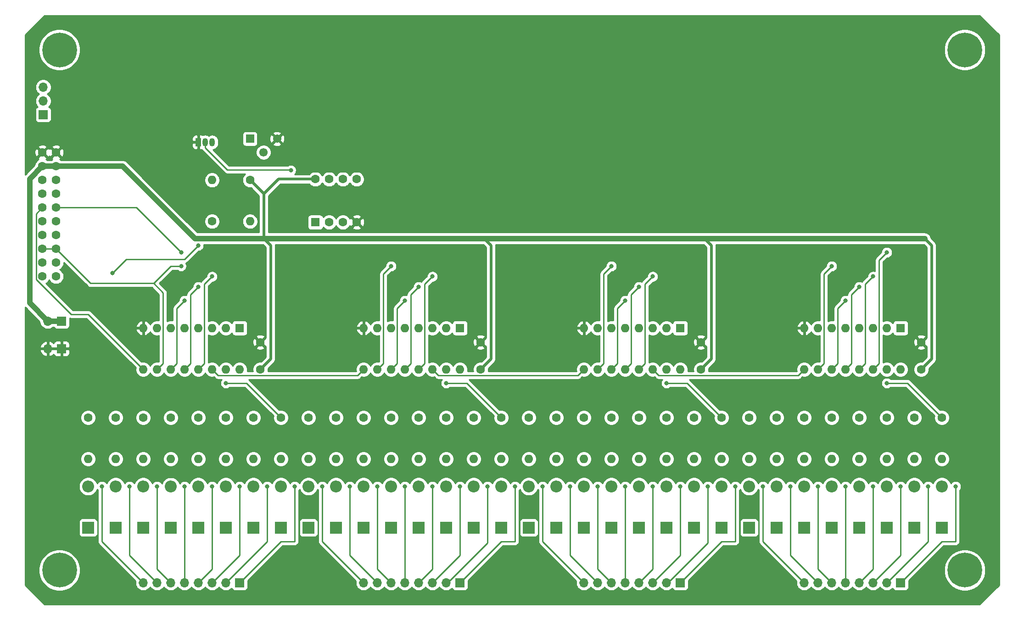
<source format=gbl>
G04 #@! TF.GenerationSoftware,KiCad,Pcbnew,(5.1.9)-1*
G04 #@! TF.CreationDate,2022-10-07T19:38:49+09:00*
G04 #@! TF.ProjectId,touch_sensor_main,746f7563-685f-4736-956e-736f725f6d61,rev?*
G04 #@! TF.SameCoordinates,Original*
G04 #@! TF.FileFunction,Copper,L2,Bot*
G04 #@! TF.FilePolarity,Positive*
%FSLAX46Y46*%
G04 Gerber Fmt 4.6, Leading zero omitted, Abs format (unit mm)*
G04 Created by KiCad (PCBNEW (5.1.9)-1) date 2022-10-07 19:38:49*
%MOMM*%
%LPD*%
G01*
G04 APERTURE LIST*
G04 #@! TA.AperFunction,ComponentPad*
%ADD10C,0.800000*%
G04 #@! TD*
G04 #@! TA.AperFunction,ComponentPad*
%ADD11C,6.400000*%
G04 #@! TD*
G04 #@! TA.AperFunction,ComponentPad*
%ADD12O,1.700000X1.700000*%
G04 #@! TD*
G04 #@! TA.AperFunction,ComponentPad*
%ADD13R,1.700000X1.700000*%
G04 #@! TD*
G04 #@! TA.AperFunction,ComponentPad*
%ADD14R,1.600000X1.600000*%
G04 #@! TD*
G04 #@! TA.AperFunction,ComponentPad*
%ADD15O,1.600000X1.600000*%
G04 #@! TD*
G04 #@! TA.AperFunction,ComponentPad*
%ADD16C,1.550000*%
G04 #@! TD*
G04 #@! TA.AperFunction,ComponentPad*
%ADD17R,1.550000X1.550000*%
G04 #@! TD*
G04 #@! TA.AperFunction,ComponentPad*
%ADD18C,1.600000*%
G04 #@! TD*
G04 #@! TA.AperFunction,ComponentPad*
%ADD19R,1.050000X1.500000*%
G04 #@! TD*
G04 #@! TA.AperFunction,ComponentPad*
%ADD20O,1.050000X1.500000*%
G04 #@! TD*
G04 #@! TA.AperFunction,ComponentPad*
%ADD21C,1.605000*%
G04 #@! TD*
G04 #@! TA.AperFunction,ComponentPad*
%ADD22O,2.200000X2.200000*%
G04 #@! TD*
G04 #@! TA.AperFunction,ComponentPad*
%ADD23R,2.200000X2.200000*%
G04 #@! TD*
G04 #@! TA.AperFunction,ViaPad*
%ADD24C,0.800000*%
G04 #@! TD*
G04 #@! TA.AperFunction,Conductor*
%ADD25C,1.000000*%
G04 #@! TD*
G04 #@! TA.AperFunction,Conductor*
%ADD26C,0.500000*%
G04 #@! TD*
G04 #@! TA.AperFunction,Conductor*
%ADD27C,0.250000*%
G04 #@! TD*
G04 #@! TA.AperFunction,Conductor*
%ADD28C,0.254000*%
G04 #@! TD*
G04 #@! TA.AperFunction,Conductor*
%ADD29C,0.100000*%
G04 #@! TD*
G04 APERTURE END LIST*
D10*
X110697056Y-47302944D03*
X109000000Y-46600000D03*
X107302944Y-47302944D03*
X106600000Y-49000000D03*
X107302944Y-50697056D03*
X109000000Y-51400000D03*
X110697056Y-50697056D03*
X111400000Y-49000000D03*
D11*
X109000000Y-49000000D03*
D10*
X110697056Y-143302944D03*
X109000000Y-142600000D03*
X107302944Y-143302944D03*
X106600000Y-145000000D03*
X107302944Y-146697056D03*
X109000000Y-147400000D03*
X110697056Y-146697056D03*
X111400000Y-145000000D03*
D11*
X109000000Y-145000000D03*
D10*
X277697056Y-47302944D03*
X276000000Y-46600000D03*
X274302944Y-47302944D03*
X273600000Y-49000000D03*
X274302944Y-50697056D03*
X276000000Y-51400000D03*
X277697056Y-50697056D03*
X278400000Y-49000000D03*
D11*
X276000000Y-49000000D03*
D10*
X277697056Y-143302944D03*
X276000000Y-142600000D03*
X274302944Y-143302944D03*
X273600000Y-145000000D03*
X274302944Y-146697056D03*
X276000000Y-147400000D03*
X277697056Y-146697056D03*
X278400000Y-145000000D03*
D11*
X276000000Y-145000000D03*
D12*
X246380000Y-147320000D03*
X248920000Y-147320000D03*
X251460000Y-147320000D03*
X254000000Y-147320000D03*
X256540000Y-147320000D03*
X259080000Y-147320000D03*
X261620000Y-147320000D03*
D13*
X264160000Y-147320000D03*
D14*
X142240000Y-100330000D03*
D15*
X124460000Y-107950000D03*
X139700000Y-100330000D03*
X127000000Y-107950000D03*
X137160000Y-100330000D03*
X129540000Y-107950000D03*
X134620000Y-100330000D03*
X132080000Y-107950000D03*
X132080000Y-100330000D03*
X134620000Y-107950000D03*
X129540000Y-100330000D03*
X137160000Y-107950000D03*
X127000000Y-100330000D03*
X139700000Y-107950000D03*
X124460000Y-100330000D03*
X142240000Y-107950000D03*
X182880000Y-107950000D03*
X165100000Y-100330000D03*
X180340000Y-107950000D03*
X167640000Y-100330000D03*
X177800000Y-107950000D03*
X170180000Y-100330000D03*
X175260000Y-107950000D03*
X172720000Y-100330000D03*
X172720000Y-107950000D03*
X175260000Y-100330000D03*
X170180000Y-107950000D03*
X177800000Y-100330000D03*
X167640000Y-107950000D03*
X180340000Y-100330000D03*
X165100000Y-107950000D03*
D14*
X182880000Y-100330000D03*
D15*
X223520000Y-107950000D03*
X205740000Y-100330000D03*
X220980000Y-107950000D03*
X208280000Y-100330000D03*
X218440000Y-107950000D03*
X210820000Y-100330000D03*
X215900000Y-107950000D03*
X213360000Y-100330000D03*
X213360000Y-107950000D03*
X215900000Y-100330000D03*
X210820000Y-107950000D03*
X218440000Y-100330000D03*
X208280000Y-107950000D03*
X220980000Y-100330000D03*
X205740000Y-107950000D03*
D14*
X223520000Y-100330000D03*
D15*
X264160000Y-107950000D03*
X246380000Y-100330000D03*
X261620000Y-107950000D03*
X248920000Y-100330000D03*
X259080000Y-107950000D03*
X251460000Y-100330000D03*
X256540000Y-107950000D03*
X254000000Y-100330000D03*
X254000000Y-107950000D03*
X256540000Y-100330000D03*
X251460000Y-107950000D03*
X259080000Y-100330000D03*
X248920000Y-107950000D03*
X261620000Y-100330000D03*
X246380000Y-107950000D03*
D14*
X264160000Y-100330000D03*
D16*
X149145000Y-65405000D03*
D17*
X144145000Y-65405000D03*
D16*
X146645000Y-67905000D03*
D15*
X114300000Y-124460000D03*
D18*
X114300000Y-116840000D03*
D15*
X119380000Y-124460000D03*
D18*
X119380000Y-116840000D03*
D15*
X124460000Y-124460000D03*
D18*
X124460000Y-116840000D03*
D15*
X129540000Y-124460000D03*
D18*
X129540000Y-116840000D03*
D15*
X134620000Y-124460000D03*
D18*
X134620000Y-116840000D03*
D15*
X139700000Y-124460000D03*
D18*
X139700000Y-116840000D03*
D15*
X144780000Y-124460000D03*
D18*
X144780000Y-116840000D03*
D15*
X149860000Y-124460000D03*
D18*
X149860000Y-116840000D03*
D15*
X154940000Y-124460000D03*
D18*
X154940000Y-116840000D03*
D15*
X160020000Y-124460000D03*
D18*
X160020000Y-116840000D03*
D15*
X165100000Y-124460000D03*
D18*
X165100000Y-116840000D03*
D15*
X170180000Y-124460000D03*
D18*
X170180000Y-116840000D03*
D15*
X175260000Y-124460000D03*
D18*
X175260000Y-116840000D03*
D15*
X180340000Y-124460000D03*
D18*
X180340000Y-116840000D03*
D15*
X185420000Y-124460000D03*
D18*
X185420000Y-116840000D03*
D15*
X190500000Y-124460000D03*
D18*
X190500000Y-116840000D03*
D15*
X195580000Y-124460000D03*
D18*
X195580000Y-116840000D03*
D15*
X200660000Y-124460000D03*
D18*
X200660000Y-116840000D03*
D15*
X205740000Y-124460000D03*
D18*
X205740000Y-116840000D03*
D15*
X210820000Y-124460000D03*
D18*
X210820000Y-116840000D03*
D15*
X215900000Y-124460000D03*
D18*
X215900000Y-116840000D03*
D15*
X220980000Y-124460000D03*
D18*
X220980000Y-116840000D03*
D15*
X226060000Y-124460000D03*
D18*
X226060000Y-116840000D03*
D15*
X231140000Y-124460000D03*
D18*
X231140000Y-116840000D03*
D15*
X236220000Y-124460000D03*
D18*
X236220000Y-116840000D03*
D15*
X241300000Y-124460000D03*
D18*
X241300000Y-116840000D03*
D15*
X246380000Y-124460000D03*
D18*
X246380000Y-116840000D03*
D15*
X251460000Y-124460000D03*
D18*
X251460000Y-116840000D03*
D15*
X256540000Y-124460000D03*
D18*
X256540000Y-116840000D03*
D15*
X261620000Y-124460000D03*
D18*
X261620000Y-116840000D03*
X266700000Y-116840000D03*
D15*
X266700000Y-124460000D03*
X271780000Y-124460000D03*
D18*
X271780000Y-116840000D03*
D15*
X137160000Y-73025000D03*
D18*
X137160000Y-80645000D03*
D15*
X144145000Y-80645000D03*
D18*
X144145000Y-73025000D03*
D19*
X134620000Y-66040000D03*
D20*
X137160000Y-66040000D03*
X135890000Y-66040000D03*
D12*
X124460000Y-147320000D03*
X127000000Y-147320000D03*
X129540000Y-147320000D03*
X132080000Y-147320000D03*
X134620000Y-147320000D03*
X137160000Y-147320000D03*
X139700000Y-147320000D03*
D13*
X142240000Y-147320000D03*
X182880000Y-147320000D03*
D12*
X180340000Y-147320000D03*
X177800000Y-147320000D03*
X175260000Y-147320000D03*
X172720000Y-147320000D03*
X170180000Y-147320000D03*
X167640000Y-147320000D03*
X165100000Y-147320000D03*
X205740000Y-147320000D03*
X208280000Y-147320000D03*
X210820000Y-147320000D03*
X213360000Y-147320000D03*
X215900000Y-147320000D03*
X218440000Y-147320000D03*
X220980000Y-147320000D03*
D13*
X223520000Y-147320000D03*
D12*
X106000000Y-55880000D03*
X106000000Y-58420000D03*
D13*
X106000000Y-60960000D03*
D12*
X106840000Y-104140000D03*
D13*
X109380000Y-104140000D03*
D12*
X106840000Y-99060000D03*
D13*
X109380000Y-99060000D03*
D21*
X108380000Y-90805000D03*
X105840000Y-90805000D03*
X108380000Y-88265000D03*
X105840000Y-88265000D03*
X108380000Y-85725000D03*
X105840000Y-85725000D03*
X108380000Y-83185000D03*
X105840000Y-83185000D03*
X108380000Y-80645000D03*
X105840000Y-80645000D03*
X108380000Y-78105000D03*
X105840000Y-78105000D03*
X108380000Y-75565000D03*
X105840000Y-75565000D03*
X108380000Y-73025000D03*
X105840000Y-73025000D03*
X108380000Y-70485000D03*
X105840000Y-70485000D03*
X108380000Y-67945000D03*
X105840000Y-67945000D03*
D18*
X156210000Y-72865000D03*
X158750000Y-72865000D03*
X161290000Y-72865000D03*
X163830000Y-72865000D03*
X163830000Y-80805000D03*
X161290000Y-80805000D03*
X158750000Y-80805000D03*
D14*
X156210000Y-80805000D03*
D22*
X114300000Y-129540000D03*
D23*
X114300000Y-137160000D03*
D22*
X119380000Y-129540000D03*
D23*
X119380000Y-137160000D03*
D22*
X124460000Y-129540000D03*
D23*
X124460000Y-137160000D03*
D22*
X129540000Y-129570000D03*
D23*
X129540000Y-137190000D03*
D22*
X134620000Y-129540000D03*
D23*
X134620000Y-137160000D03*
D22*
X139700000Y-129540000D03*
D23*
X139700000Y-137160000D03*
D22*
X144780000Y-129540000D03*
D23*
X144780000Y-137160000D03*
D22*
X149860000Y-129540000D03*
D23*
X149860000Y-137160000D03*
D22*
X154940000Y-129540000D03*
D23*
X154940000Y-137160000D03*
D22*
X160020000Y-129540000D03*
D23*
X160020000Y-137160000D03*
D22*
X165100000Y-129540000D03*
D23*
X165100000Y-137160000D03*
D22*
X170180000Y-129540000D03*
D23*
X170180000Y-137160000D03*
D22*
X175260000Y-129540000D03*
D23*
X175260000Y-137160000D03*
D22*
X180340000Y-129540000D03*
D23*
X180340000Y-137160000D03*
D22*
X185420000Y-129540000D03*
D23*
X185420000Y-137160000D03*
D22*
X190500000Y-129540000D03*
D23*
X190500000Y-137160000D03*
D22*
X195580000Y-129540000D03*
D23*
X195580000Y-137160000D03*
D22*
X200660000Y-129540000D03*
D23*
X200660000Y-137160000D03*
D22*
X205740000Y-129540000D03*
D23*
X205740000Y-137160000D03*
D22*
X210820000Y-129540000D03*
D23*
X210820000Y-137160000D03*
D22*
X215900000Y-129540000D03*
D23*
X215900000Y-137160000D03*
D22*
X220980000Y-129540000D03*
D23*
X220980000Y-137160000D03*
D22*
X226060000Y-129540000D03*
D23*
X226060000Y-137160000D03*
D22*
X231140000Y-129540000D03*
D23*
X231140000Y-137160000D03*
D22*
X236220000Y-129540000D03*
D23*
X236220000Y-137160000D03*
D22*
X241300000Y-129540000D03*
D23*
X241300000Y-137160000D03*
D22*
X246380000Y-129540000D03*
D23*
X246380000Y-137160000D03*
D22*
X251460000Y-129540000D03*
D23*
X251460000Y-137160000D03*
D22*
X256540000Y-129540000D03*
D23*
X256540000Y-137160000D03*
D22*
X261620000Y-129540000D03*
D23*
X261620000Y-137160000D03*
D22*
X266700000Y-129540000D03*
D23*
X266700000Y-137160000D03*
D22*
X271780000Y-129540000D03*
D23*
X271780000Y-137160000D03*
D18*
X146050000Y-107950000D03*
X146050000Y-102950000D03*
X186690000Y-102950000D03*
X186690000Y-107950000D03*
X227330000Y-102950000D03*
X227330000Y-107950000D03*
X267970000Y-102950000D03*
X267970000Y-107950000D03*
D24*
X114300000Y-140970000D03*
X154940000Y-140970000D03*
X195580000Y-140970000D03*
X236220000Y-140970000D03*
X236220000Y-146050000D03*
X195580000Y-146050000D03*
X154940000Y-146050000D03*
X153670000Y-102870000D03*
X194310000Y-102870000D03*
X234950000Y-102870000D03*
X264160000Y-90170000D03*
X170180000Y-55880000D03*
X179070000Y-55880000D03*
X179070000Y-74930000D03*
X187960000Y-74930000D03*
X195580000Y-74930000D03*
X203200000Y-74930000D03*
X210820000Y-74930000D03*
X218440000Y-74930000D03*
X226060000Y-74930000D03*
X233680000Y-74930000D03*
X241300000Y-74930000D03*
X248920000Y-74930000D03*
X256540000Y-74930000D03*
X264160000Y-74930000D03*
X270510000Y-74930000D03*
X179070000Y-66040000D03*
X170180000Y-48260000D03*
X162560000Y-48260000D03*
X154940000Y-48260000D03*
X147320000Y-48260000D03*
X139700000Y-48260000D03*
X132080000Y-48260000D03*
X276860000Y-74930000D03*
X276860000Y-102870000D03*
X187960000Y-66040000D03*
X195580000Y-66040000D03*
X203200000Y-66040000D03*
X210820000Y-66040000D03*
X218440000Y-66040000D03*
X226060000Y-66040000D03*
X233680000Y-66040000D03*
X241300000Y-66040000D03*
X248920000Y-66040000D03*
X256540000Y-66040000D03*
X264160000Y-66040000D03*
X270510000Y-66040000D03*
X276860000Y-66040000D03*
X276860000Y-83820000D03*
X276860000Y-92710000D03*
X276860000Y-111760000D03*
X170180000Y-66040000D03*
X170180000Y-74930000D03*
X124460000Y-48260000D03*
X116840000Y-48260000D03*
X274320000Y-129540000D03*
X151685000Y-71200000D03*
X269240000Y-129540000D03*
X264160000Y-129540000D03*
X259080000Y-129540000D03*
X254000000Y-129540000D03*
X248920000Y-129540000D03*
X243840000Y-129540000D03*
X238760000Y-129540000D03*
X233680000Y-129540000D03*
X228600000Y-129540000D03*
X223520000Y-129540000D03*
X218440000Y-129540000D03*
X213360000Y-129540000D03*
X208280000Y-129540000D03*
X203200000Y-129540000D03*
X198120000Y-129540000D03*
X193040000Y-129540000D03*
X187960000Y-129540000D03*
X182880000Y-129540000D03*
X177800000Y-129540000D03*
X172720000Y-129540000D03*
X167640000Y-129540000D03*
X162560000Y-129540000D03*
X157480000Y-129540000D03*
X152400000Y-129540000D03*
X147320000Y-129540000D03*
X142240000Y-129540000D03*
X137160000Y-129540000D03*
X132080000Y-129540000D03*
X127000000Y-129540000D03*
X121920000Y-129540000D03*
X116840000Y-129540000D03*
X118745000Y-90170000D03*
X134620000Y-85090000D03*
X132080000Y-95250000D03*
X172720000Y-95250000D03*
X213360000Y-95250000D03*
X254000000Y-95250000D03*
X131445000Y-88900000D03*
X170180000Y-88900000D03*
X210820000Y-88900000D03*
X251460000Y-88900000D03*
X134620000Y-92710000D03*
X175260000Y-92710000D03*
X215900000Y-92710000D03*
X256540000Y-92710000D03*
X137160000Y-90805000D03*
X177800000Y-90805000D03*
X218440000Y-90805000D03*
X259080000Y-90805000D03*
X131445000Y-86360000D03*
X261620000Y-86360000D03*
X261620000Y-110490000D03*
X220980000Y-110490000D03*
X180340000Y-110490000D03*
X139700000Y-110490000D03*
D25*
X120650000Y-70485000D02*
X133985000Y-83820000D01*
D26*
X186690000Y-107950000D02*
X188595000Y-106045000D01*
D25*
X147955000Y-83820000D02*
X153035000Y-83820000D01*
D26*
X146050000Y-107950000D02*
X147955000Y-106045000D01*
X227330000Y-107950000D02*
X229235000Y-106045000D01*
D25*
X229235000Y-83820000D02*
X229870000Y-83820000D01*
D26*
X267970000Y-107950000D02*
X269875000Y-106045000D01*
X229235000Y-85090000D02*
X227965000Y-83820000D01*
D25*
X227965000Y-83820000D02*
X229235000Y-83820000D01*
X188595000Y-83820000D02*
X227965000Y-83820000D01*
D26*
X229235000Y-106045000D02*
X229235000Y-85090000D01*
X269875000Y-85090000D02*
X268605000Y-83820000D01*
X269875000Y-106045000D02*
X269875000Y-85090000D01*
D25*
X229870000Y-83820000D02*
X268605000Y-83820000D01*
D26*
X188595000Y-85090000D02*
X187325000Y-83820000D01*
D25*
X153035000Y-83820000D02*
X187325000Y-83820000D01*
D26*
X188595000Y-106045000D02*
X188595000Y-85090000D01*
D25*
X187325000Y-83820000D02*
X188595000Y-83820000D01*
D26*
X147955000Y-85090000D02*
X146685000Y-83820000D01*
D25*
X146685000Y-83820000D02*
X147955000Y-83820000D01*
X133985000Y-83820000D02*
X146685000Y-83820000D01*
D26*
X147955000Y-106045000D02*
X147955000Y-85090000D01*
X146685000Y-75565000D02*
X146685000Y-83820000D01*
X144145000Y-73025000D02*
X146685000Y-75565000D01*
X149385000Y-72865000D02*
X146685000Y-75565000D01*
X156210000Y-72865000D02*
X149385000Y-72865000D01*
D25*
X120650000Y-70485000D02*
X108380000Y-70485000D01*
X108380000Y-70485000D02*
X105840000Y-70485000D01*
X109380000Y-99060000D02*
X106840000Y-99060000D01*
X106840000Y-99060000D02*
X103505000Y-95725000D01*
X103505000Y-72820000D02*
X105840000Y-70485000D01*
X103505000Y-95725000D02*
X103505000Y-72820000D01*
D27*
X271780000Y-139700000D02*
X264160000Y-147320000D01*
X274320000Y-139700000D02*
X271780000Y-139700000D01*
X274320000Y-129540000D02*
X274320000Y-139700000D01*
X151605000Y-71120000D02*
X151685000Y-71200000D01*
X139970000Y-71120000D02*
X151605000Y-71120000D01*
X135890000Y-67040000D02*
X139970000Y-71120000D01*
X135890000Y-66040000D02*
X135890000Y-67040000D01*
X269240000Y-139700000D02*
X261620000Y-147320000D01*
X269240000Y-129540000D02*
X269240000Y-139700000D01*
X264160000Y-142240000D02*
X259080000Y-147320000D01*
X264160000Y-129540000D02*
X264160000Y-142240000D01*
X259080000Y-144780000D02*
X256540000Y-147320000D01*
X259080000Y-129540000D02*
X259080000Y-144780000D01*
X254000000Y-129540000D02*
X254000000Y-147320000D01*
X248920000Y-144780000D02*
X251460000Y-147320000D01*
X248920000Y-129540000D02*
X248920000Y-144780000D01*
X243840000Y-142240000D02*
X248920000Y-147320000D01*
X243840000Y-129540000D02*
X243840000Y-142240000D01*
X238760000Y-139700000D02*
X246380000Y-147320000D01*
X238760000Y-129540000D02*
X238760000Y-139700000D01*
X233680000Y-129540000D02*
X233680000Y-139700000D01*
X231140000Y-139700000D02*
X223520000Y-147320000D01*
X233680000Y-139700000D02*
X231140000Y-139700000D01*
X221234998Y-147320000D02*
X220980000Y-147320000D01*
X228600000Y-139954998D02*
X221234998Y-147320000D01*
X228600000Y-129540000D02*
X228600000Y-139954998D01*
X223520000Y-142240000D02*
X218440000Y-147320000D01*
X223520000Y-129540000D02*
X223520000Y-142240000D01*
X218440000Y-144780000D02*
X215900000Y-147320000D01*
X218440000Y-129540000D02*
X218440000Y-144780000D01*
X213360000Y-129540000D02*
X213360000Y-147320000D01*
X208280000Y-144780000D02*
X210820000Y-147320000D01*
X208280000Y-129540000D02*
X208280000Y-144780000D01*
X203200000Y-142240000D02*
X208280000Y-147320000D01*
X203200000Y-129540000D02*
X203200000Y-142240000D01*
X198120000Y-139700000D02*
X205740000Y-147320000D01*
X198120000Y-129540000D02*
X198120000Y-139700000D01*
X193040000Y-129540000D02*
X193040000Y-139700000D01*
X190500000Y-139700000D02*
X182880000Y-147320000D01*
X193040000Y-139700000D02*
X190500000Y-139700000D01*
X180594998Y-147320000D02*
X180340000Y-147320000D01*
X187960000Y-139954998D02*
X180594998Y-147320000D01*
X187960000Y-129540000D02*
X187960000Y-139954998D01*
X182880000Y-142240000D02*
X177800000Y-147320000D01*
X182880000Y-129540000D02*
X182880000Y-142240000D01*
X177800000Y-144780000D02*
X175260000Y-147320000D01*
X177800000Y-129540000D02*
X177800000Y-144780000D01*
X172720000Y-129540000D02*
X172720000Y-147320000D01*
X167640000Y-144780000D02*
X170180000Y-147320000D01*
X167640000Y-129540000D02*
X167640000Y-144780000D01*
X162560000Y-142240000D02*
X167640000Y-147320000D01*
X162560000Y-129540000D02*
X162560000Y-142240000D01*
X157480000Y-139700000D02*
X165100000Y-147320000D01*
X157480000Y-129540000D02*
X157480000Y-139700000D01*
X152400000Y-129540000D02*
X152400000Y-139700000D01*
X149860000Y-139700000D02*
X142240000Y-147320000D01*
X152400000Y-139700000D02*
X149860000Y-139700000D01*
X147320000Y-139700000D02*
X139700000Y-147320000D01*
X147320000Y-129540000D02*
X147320000Y-139700000D01*
X142240000Y-142240000D02*
X137160000Y-147320000D01*
X142240000Y-129540000D02*
X142240000Y-142240000D01*
X137160000Y-144780000D02*
X134620000Y-147320000D01*
X137160000Y-129540000D02*
X137160000Y-144780000D01*
X132080000Y-129540000D02*
X132080000Y-147320000D01*
X127000000Y-144780000D02*
X129540000Y-147320000D01*
X127000000Y-129540000D02*
X127000000Y-144780000D01*
X121920000Y-142240000D02*
X127000000Y-147320000D01*
X121920000Y-129540000D02*
X121920000Y-142240000D01*
X116840000Y-139700000D02*
X124460000Y-147320000D01*
X116840000Y-129540000D02*
X116840000Y-139700000D01*
X121285000Y-87630000D02*
X118745000Y-90170000D01*
X132080000Y-87630000D02*
X121285000Y-87630000D01*
X134620000Y-85090000D02*
X132080000Y-87630000D01*
X130665001Y-106824999D02*
X129540000Y-107950000D01*
X130665001Y-96664999D02*
X130665001Y-106824999D01*
X132080000Y-95250000D02*
X130665001Y-96664999D01*
X171305001Y-106824999D02*
X170180000Y-107950000D01*
X171305001Y-96664999D02*
X171305001Y-106824999D01*
X172720000Y-95250000D02*
X171305001Y-96664999D01*
X211945001Y-106824999D02*
X210820000Y-107950000D01*
X211945001Y-96664999D02*
X211945001Y-106824999D01*
X213360000Y-95250000D02*
X211945001Y-96664999D01*
X252585001Y-106824999D02*
X251460000Y-107950000D01*
X252585001Y-96664999D02*
X252585001Y-106824999D01*
X254000000Y-95250000D02*
X252585001Y-96664999D01*
X126365000Y-92075000D02*
X129540000Y-88900000D01*
X131445000Y-88900000D02*
X129540000Y-88900000D01*
X114730000Y-92075000D02*
X108380000Y-85725000D01*
X125095000Y-92075000D02*
X114730000Y-92075000D01*
X126365000Y-92075000D02*
X125095000Y-92075000D01*
X108380000Y-85725000D02*
X105840000Y-85725000D01*
X128125001Y-106824999D02*
X128125001Y-93835001D01*
X127000000Y-107950000D02*
X128125001Y-106824999D01*
X128125001Y-93835001D02*
X126365000Y-92075000D01*
X168765001Y-106824999D02*
X167640000Y-107950000D01*
X168765001Y-90314999D02*
X168765001Y-106824999D01*
X170180000Y-88900000D02*
X168765001Y-90314999D01*
X209405001Y-106824999D02*
X208280000Y-107950000D01*
X209405001Y-90314999D02*
X209405001Y-106824999D01*
X210820000Y-88900000D02*
X209405001Y-90314999D01*
X250045001Y-106824999D02*
X248920000Y-107950000D01*
X250045001Y-90314999D02*
X250045001Y-106824999D01*
X251460000Y-88900000D02*
X250045001Y-90314999D01*
X133205001Y-106824999D02*
X132080000Y-107950000D01*
X133205001Y-94124999D02*
X133205001Y-106824999D01*
X134620000Y-92710000D02*
X133205001Y-94124999D01*
X173845001Y-106824999D02*
X172720000Y-107950000D01*
X173845001Y-94124999D02*
X173845001Y-106824999D01*
X175260000Y-92710000D02*
X173845001Y-94124999D01*
X214485001Y-106824999D02*
X213360000Y-107950000D01*
X214485001Y-94124999D02*
X214485001Y-106824999D01*
X215900000Y-92710000D02*
X214485001Y-94124999D01*
X255125001Y-94124999D02*
X255125001Y-106824999D01*
X255125001Y-106824999D02*
X254000000Y-107950000D01*
X256540000Y-92710000D02*
X255125001Y-94124999D01*
X135745001Y-106824999D02*
X134620000Y-107950000D01*
X135745001Y-92219999D02*
X135745001Y-106824999D01*
X137160000Y-90805000D02*
X135745001Y-92219999D01*
X176385001Y-106824999D02*
X175260000Y-107950000D01*
X176385001Y-92219999D02*
X176385001Y-106824999D01*
X177800000Y-90805000D02*
X176385001Y-92219999D01*
X217025001Y-92219999D02*
X217025001Y-106824999D01*
X218440000Y-90805000D02*
X217025001Y-92219999D01*
X217025001Y-106824999D02*
X215900000Y-107950000D01*
X257665001Y-106824999D02*
X256540000Y-107950000D01*
X257665001Y-92219999D02*
X257665001Y-106824999D01*
X259080000Y-90805000D02*
X257665001Y-92219999D01*
X131445000Y-86360000D02*
X131445000Y-86360000D01*
X123190000Y-78105000D02*
X131445000Y-86360000D01*
X123190000Y-78105000D02*
X108380000Y-78105000D01*
X260205001Y-106824999D02*
X259080000Y-107950000D01*
X260205001Y-87774999D02*
X260205001Y-106824999D01*
X261620000Y-86360000D02*
X260205001Y-87774999D01*
X104712499Y-79232501D02*
X105840000Y-78105000D01*
X111156298Y-97790000D02*
X104712499Y-91346201D01*
X104712499Y-91346201D02*
X104712499Y-79232501D01*
X114300000Y-97790000D02*
X124460000Y-107950000D01*
X111156298Y-97790000D02*
X114300000Y-97790000D01*
X265430000Y-110490000D02*
X271780000Y-116840000D01*
X261620000Y-110490000D02*
X265430000Y-110490000D01*
X224790000Y-110490000D02*
X231140000Y-116840000D01*
X220980000Y-110490000D02*
X224790000Y-110490000D01*
X184150000Y-110490000D02*
X190500000Y-116840000D01*
X180340000Y-110490000D02*
X184150000Y-110490000D01*
X143510000Y-110490000D02*
X149860000Y-116840000D01*
X139700000Y-110490000D02*
X143510000Y-110490000D01*
X219565001Y-109075001D02*
X218440000Y-107950000D01*
X245254999Y-109075001D02*
X219565001Y-109075001D01*
X246380000Y-107950000D02*
X245254999Y-109075001D01*
X178925001Y-109075001D02*
X177800000Y-107950000D01*
X204614999Y-109075001D02*
X178925001Y-109075001D01*
X205740000Y-107950000D02*
X204614999Y-109075001D01*
X163974999Y-109075001D02*
X138285001Y-109075001D01*
X138285001Y-109075001D02*
X137160000Y-107950000D01*
X165100000Y-107950000D02*
X163974999Y-109075001D01*
D28*
X282340000Y-46273380D02*
X282340001Y-78967572D01*
X282340000Y-78967582D01*
X282340001Y-79967572D01*
X282340000Y-79967582D01*
X282340001Y-118967581D01*
X282340000Y-137967581D01*
X282340000Y-137967582D01*
X282340001Y-147726619D01*
X278726620Y-151340000D01*
X106273380Y-151340000D01*
X102660000Y-147726620D01*
X102660000Y-144622285D01*
X105165000Y-144622285D01*
X105165000Y-145377715D01*
X105312377Y-146118628D01*
X105601467Y-146816554D01*
X106021161Y-147444670D01*
X106555330Y-147978839D01*
X107183446Y-148398533D01*
X107881372Y-148687623D01*
X108622285Y-148835000D01*
X109377715Y-148835000D01*
X110118628Y-148687623D01*
X110816554Y-148398533D01*
X111444670Y-147978839D01*
X111978839Y-147444670D01*
X112398533Y-146816554D01*
X112687623Y-146118628D01*
X112835000Y-145377715D01*
X112835000Y-144622285D01*
X112687623Y-143881372D01*
X112398533Y-143183446D01*
X111978839Y-142555330D01*
X111444670Y-142021161D01*
X110816554Y-141601467D01*
X110118628Y-141312377D01*
X109377715Y-141165000D01*
X108622285Y-141165000D01*
X107881372Y-141312377D01*
X107183446Y-141601467D01*
X106555330Y-142021161D01*
X106021161Y-142555330D01*
X105601467Y-143183446D01*
X105312377Y-143881372D01*
X105165000Y-144622285D01*
X102660000Y-144622285D01*
X102660000Y-136060000D01*
X112561928Y-136060000D01*
X112561928Y-138260000D01*
X112574188Y-138384482D01*
X112610498Y-138504180D01*
X112669463Y-138614494D01*
X112748815Y-138711185D01*
X112845506Y-138790537D01*
X112955820Y-138849502D01*
X113075518Y-138885812D01*
X113200000Y-138898072D01*
X115400000Y-138898072D01*
X115524482Y-138885812D01*
X115644180Y-138849502D01*
X115754494Y-138790537D01*
X115851185Y-138711185D01*
X115930537Y-138614494D01*
X115989502Y-138504180D01*
X116025812Y-138384482D01*
X116038072Y-138260000D01*
X116038072Y-136060000D01*
X116025812Y-135935518D01*
X115989502Y-135815820D01*
X115930537Y-135705506D01*
X115851185Y-135608815D01*
X115754494Y-135529463D01*
X115644180Y-135470498D01*
X115524482Y-135434188D01*
X115400000Y-135421928D01*
X113200000Y-135421928D01*
X113075518Y-135434188D01*
X112955820Y-135470498D01*
X112845506Y-135529463D01*
X112748815Y-135608815D01*
X112669463Y-135705506D01*
X112610498Y-135815820D01*
X112574188Y-135935518D01*
X112561928Y-136060000D01*
X102660000Y-136060000D01*
X102660000Y-129369117D01*
X112565000Y-129369117D01*
X112565000Y-129710883D01*
X112631675Y-130046081D01*
X112762463Y-130361831D01*
X112952337Y-130645998D01*
X113194002Y-130887663D01*
X113478169Y-131077537D01*
X113793919Y-131208325D01*
X114129117Y-131275000D01*
X114470883Y-131275000D01*
X114806081Y-131208325D01*
X115121831Y-131077537D01*
X115405998Y-130887663D01*
X115647663Y-130645998D01*
X115837537Y-130361831D01*
X115954948Y-130078376D01*
X116036063Y-130199774D01*
X116080000Y-130243711D01*
X116080001Y-139662668D01*
X116076324Y-139700000D01*
X116080001Y-139737333D01*
X116090998Y-139848986D01*
X116104180Y-139892442D01*
X116134454Y-139992246D01*
X116205026Y-140124276D01*
X116276201Y-140211002D01*
X116300000Y-140240001D01*
X116328998Y-140263799D01*
X123018790Y-146953592D01*
X122975000Y-147173740D01*
X122975000Y-147466260D01*
X123032068Y-147753158D01*
X123144010Y-148023411D01*
X123306525Y-148266632D01*
X123513368Y-148473475D01*
X123756589Y-148635990D01*
X124026842Y-148747932D01*
X124313740Y-148805000D01*
X124606260Y-148805000D01*
X124893158Y-148747932D01*
X125163411Y-148635990D01*
X125406632Y-148473475D01*
X125613475Y-148266632D01*
X125730000Y-148092240D01*
X125846525Y-148266632D01*
X126053368Y-148473475D01*
X126296589Y-148635990D01*
X126566842Y-148747932D01*
X126853740Y-148805000D01*
X127146260Y-148805000D01*
X127433158Y-148747932D01*
X127703411Y-148635990D01*
X127946632Y-148473475D01*
X128153475Y-148266632D01*
X128270000Y-148092240D01*
X128386525Y-148266632D01*
X128593368Y-148473475D01*
X128836589Y-148635990D01*
X129106842Y-148747932D01*
X129393740Y-148805000D01*
X129686260Y-148805000D01*
X129973158Y-148747932D01*
X130243411Y-148635990D01*
X130486632Y-148473475D01*
X130693475Y-148266632D01*
X130810000Y-148092240D01*
X130926525Y-148266632D01*
X131133368Y-148473475D01*
X131376589Y-148635990D01*
X131646842Y-148747932D01*
X131933740Y-148805000D01*
X132226260Y-148805000D01*
X132513158Y-148747932D01*
X132783411Y-148635990D01*
X133026632Y-148473475D01*
X133233475Y-148266632D01*
X133350000Y-148092240D01*
X133466525Y-148266632D01*
X133673368Y-148473475D01*
X133916589Y-148635990D01*
X134186842Y-148747932D01*
X134473740Y-148805000D01*
X134766260Y-148805000D01*
X135053158Y-148747932D01*
X135323411Y-148635990D01*
X135566632Y-148473475D01*
X135773475Y-148266632D01*
X135890000Y-148092240D01*
X136006525Y-148266632D01*
X136213368Y-148473475D01*
X136456589Y-148635990D01*
X136726842Y-148747932D01*
X137013740Y-148805000D01*
X137306260Y-148805000D01*
X137593158Y-148747932D01*
X137863411Y-148635990D01*
X138106632Y-148473475D01*
X138313475Y-148266632D01*
X138430000Y-148092240D01*
X138546525Y-148266632D01*
X138753368Y-148473475D01*
X138996589Y-148635990D01*
X139266842Y-148747932D01*
X139553740Y-148805000D01*
X139846260Y-148805000D01*
X140133158Y-148747932D01*
X140403411Y-148635990D01*
X140646632Y-148473475D01*
X140778487Y-148341620D01*
X140800498Y-148414180D01*
X140859463Y-148524494D01*
X140938815Y-148621185D01*
X141035506Y-148700537D01*
X141145820Y-148759502D01*
X141265518Y-148795812D01*
X141390000Y-148808072D01*
X143090000Y-148808072D01*
X143214482Y-148795812D01*
X143334180Y-148759502D01*
X143444494Y-148700537D01*
X143541185Y-148621185D01*
X143620537Y-148524494D01*
X143679502Y-148414180D01*
X143715812Y-148294482D01*
X143728072Y-148170000D01*
X143728072Y-146906729D01*
X150174802Y-140460000D01*
X152362667Y-140460000D01*
X152400000Y-140463677D01*
X152548986Y-140449003D01*
X152692247Y-140405546D01*
X152824276Y-140334974D01*
X152940001Y-140240001D01*
X153034974Y-140124276D01*
X153105546Y-139992247D01*
X153149003Y-139848986D01*
X153160000Y-139737333D01*
X153163677Y-139700000D01*
X153160000Y-139662667D01*
X153160000Y-136060000D01*
X153201928Y-136060000D01*
X153201928Y-138260000D01*
X153214188Y-138384482D01*
X153250498Y-138504180D01*
X153309463Y-138614494D01*
X153388815Y-138711185D01*
X153485506Y-138790537D01*
X153595820Y-138849502D01*
X153715518Y-138885812D01*
X153840000Y-138898072D01*
X156040000Y-138898072D01*
X156164482Y-138885812D01*
X156284180Y-138849502D01*
X156394494Y-138790537D01*
X156491185Y-138711185D01*
X156570537Y-138614494D01*
X156629502Y-138504180D01*
X156665812Y-138384482D01*
X156678072Y-138260000D01*
X156678072Y-136060000D01*
X156665812Y-135935518D01*
X156629502Y-135815820D01*
X156570537Y-135705506D01*
X156491185Y-135608815D01*
X156394494Y-135529463D01*
X156284180Y-135470498D01*
X156164482Y-135434188D01*
X156040000Y-135421928D01*
X153840000Y-135421928D01*
X153715518Y-135434188D01*
X153595820Y-135470498D01*
X153485506Y-135529463D01*
X153388815Y-135608815D01*
X153309463Y-135705506D01*
X153250498Y-135815820D01*
X153214188Y-135935518D01*
X153201928Y-136060000D01*
X153160000Y-136060000D01*
X153160000Y-130243711D01*
X153203937Y-130199774D01*
X153285052Y-130078376D01*
X153402463Y-130361831D01*
X153592337Y-130645998D01*
X153834002Y-130887663D01*
X154118169Y-131077537D01*
X154433919Y-131208325D01*
X154769117Y-131275000D01*
X155110883Y-131275000D01*
X155446081Y-131208325D01*
X155761831Y-131077537D01*
X156045998Y-130887663D01*
X156287663Y-130645998D01*
X156477537Y-130361831D01*
X156594948Y-130078376D01*
X156676063Y-130199774D01*
X156720000Y-130243711D01*
X156720001Y-139662668D01*
X156716324Y-139700000D01*
X156720001Y-139737333D01*
X156730998Y-139848986D01*
X156744180Y-139892442D01*
X156774454Y-139992246D01*
X156845026Y-140124276D01*
X156916201Y-140211002D01*
X156940000Y-140240001D01*
X156968998Y-140263799D01*
X163658790Y-146953592D01*
X163615000Y-147173740D01*
X163615000Y-147466260D01*
X163672068Y-147753158D01*
X163784010Y-148023411D01*
X163946525Y-148266632D01*
X164153368Y-148473475D01*
X164396589Y-148635990D01*
X164666842Y-148747932D01*
X164953740Y-148805000D01*
X165246260Y-148805000D01*
X165533158Y-148747932D01*
X165803411Y-148635990D01*
X166046632Y-148473475D01*
X166253475Y-148266632D01*
X166370000Y-148092240D01*
X166486525Y-148266632D01*
X166693368Y-148473475D01*
X166936589Y-148635990D01*
X167206842Y-148747932D01*
X167493740Y-148805000D01*
X167786260Y-148805000D01*
X168073158Y-148747932D01*
X168343411Y-148635990D01*
X168586632Y-148473475D01*
X168793475Y-148266632D01*
X168910000Y-148092240D01*
X169026525Y-148266632D01*
X169233368Y-148473475D01*
X169476589Y-148635990D01*
X169746842Y-148747932D01*
X170033740Y-148805000D01*
X170326260Y-148805000D01*
X170613158Y-148747932D01*
X170883411Y-148635990D01*
X171126632Y-148473475D01*
X171333475Y-148266632D01*
X171450000Y-148092240D01*
X171566525Y-148266632D01*
X171773368Y-148473475D01*
X172016589Y-148635990D01*
X172286842Y-148747932D01*
X172573740Y-148805000D01*
X172866260Y-148805000D01*
X173153158Y-148747932D01*
X173423411Y-148635990D01*
X173666632Y-148473475D01*
X173873475Y-148266632D01*
X173990000Y-148092240D01*
X174106525Y-148266632D01*
X174313368Y-148473475D01*
X174556589Y-148635990D01*
X174826842Y-148747932D01*
X175113740Y-148805000D01*
X175406260Y-148805000D01*
X175693158Y-148747932D01*
X175963411Y-148635990D01*
X176206632Y-148473475D01*
X176413475Y-148266632D01*
X176530000Y-148092240D01*
X176646525Y-148266632D01*
X176853368Y-148473475D01*
X177096589Y-148635990D01*
X177366842Y-148747932D01*
X177653740Y-148805000D01*
X177946260Y-148805000D01*
X178233158Y-148747932D01*
X178503411Y-148635990D01*
X178746632Y-148473475D01*
X178953475Y-148266632D01*
X179070000Y-148092240D01*
X179186525Y-148266632D01*
X179393368Y-148473475D01*
X179636589Y-148635990D01*
X179906842Y-148747932D01*
X180193740Y-148805000D01*
X180486260Y-148805000D01*
X180773158Y-148747932D01*
X181043411Y-148635990D01*
X181286632Y-148473475D01*
X181418487Y-148341620D01*
X181440498Y-148414180D01*
X181499463Y-148524494D01*
X181578815Y-148621185D01*
X181675506Y-148700537D01*
X181785820Y-148759502D01*
X181905518Y-148795812D01*
X182030000Y-148808072D01*
X183730000Y-148808072D01*
X183854482Y-148795812D01*
X183974180Y-148759502D01*
X184084494Y-148700537D01*
X184181185Y-148621185D01*
X184260537Y-148524494D01*
X184319502Y-148414180D01*
X184355812Y-148294482D01*
X184368072Y-148170000D01*
X184368072Y-146906729D01*
X190814802Y-140460000D01*
X193002667Y-140460000D01*
X193040000Y-140463677D01*
X193188986Y-140449003D01*
X193332247Y-140405546D01*
X193464276Y-140334974D01*
X193580001Y-140240001D01*
X193674974Y-140124276D01*
X193745546Y-139992247D01*
X193789003Y-139848986D01*
X193800000Y-139737333D01*
X193803677Y-139700000D01*
X193800000Y-139662667D01*
X193800000Y-136060000D01*
X193841928Y-136060000D01*
X193841928Y-138260000D01*
X193854188Y-138384482D01*
X193890498Y-138504180D01*
X193949463Y-138614494D01*
X194028815Y-138711185D01*
X194125506Y-138790537D01*
X194235820Y-138849502D01*
X194355518Y-138885812D01*
X194480000Y-138898072D01*
X196680000Y-138898072D01*
X196804482Y-138885812D01*
X196924180Y-138849502D01*
X197034494Y-138790537D01*
X197131185Y-138711185D01*
X197210537Y-138614494D01*
X197269502Y-138504180D01*
X197305812Y-138384482D01*
X197318072Y-138260000D01*
X197318072Y-136060000D01*
X197305812Y-135935518D01*
X197269502Y-135815820D01*
X197210537Y-135705506D01*
X197131185Y-135608815D01*
X197034494Y-135529463D01*
X196924180Y-135470498D01*
X196804482Y-135434188D01*
X196680000Y-135421928D01*
X194480000Y-135421928D01*
X194355518Y-135434188D01*
X194235820Y-135470498D01*
X194125506Y-135529463D01*
X194028815Y-135608815D01*
X193949463Y-135705506D01*
X193890498Y-135815820D01*
X193854188Y-135935518D01*
X193841928Y-136060000D01*
X193800000Y-136060000D01*
X193800000Y-130243711D01*
X193843937Y-130199774D01*
X193925052Y-130078376D01*
X194042463Y-130361831D01*
X194232337Y-130645998D01*
X194474002Y-130887663D01*
X194758169Y-131077537D01*
X195073919Y-131208325D01*
X195409117Y-131275000D01*
X195750883Y-131275000D01*
X196086081Y-131208325D01*
X196401831Y-131077537D01*
X196685998Y-130887663D01*
X196927663Y-130645998D01*
X197117537Y-130361831D01*
X197234948Y-130078376D01*
X197316063Y-130199774D01*
X197360000Y-130243711D01*
X197360001Y-139662668D01*
X197356324Y-139700000D01*
X197360001Y-139737333D01*
X197370998Y-139848986D01*
X197384180Y-139892442D01*
X197414454Y-139992246D01*
X197485026Y-140124276D01*
X197556201Y-140211002D01*
X197580000Y-140240001D01*
X197608998Y-140263799D01*
X204298790Y-146953592D01*
X204255000Y-147173740D01*
X204255000Y-147466260D01*
X204312068Y-147753158D01*
X204424010Y-148023411D01*
X204586525Y-148266632D01*
X204793368Y-148473475D01*
X205036589Y-148635990D01*
X205306842Y-148747932D01*
X205593740Y-148805000D01*
X205886260Y-148805000D01*
X206173158Y-148747932D01*
X206443411Y-148635990D01*
X206686632Y-148473475D01*
X206893475Y-148266632D01*
X207010000Y-148092240D01*
X207126525Y-148266632D01*
X207333368Y-148473475D01*
X207576589Y-148635990D01*
X207846842Y-148747932D01*
X208133740Y-148805000D01*
X208426260Y-148805000D01*
X208713158Y-148747932D01*
X208983411Y-148635990D01*
X209226632Y-148473475D01*
X209433475Y-148266632D01*
X209550000Y-148092240D01*
X209666525Y-148266632D01*
X209873368Y-148473475D01*
X210116589Y-148635990D01*
X210386842Y-148747932D01*
X210673740Y-148805000D01*
X210966260Y-148805000D01*
X211253158Y-148747932D01*
X211523411Y-148635990D01*
X211766632Y-148473475D01*
X211973475Y-148266632D01*
X212090000Y-148092240D01*
X212206525Y-148266632D01*
X212413368Y-148473475D01*
X212656589Y-148635990D01*
X212926842Y-148747932D01*
X213213740Y-148805000D01*
X213506260Y-148805000D01*
X213793158Y-148747932D01*
X214063411Y-148635990D01*
X214306632Y-148473475D01*
X214513475Y-148266632D01*
X214630000Y-148092240D01*
X214746525Y-148266632D01*
X214953368Y-148473475D01*
X215196589Y-148635990D01*
X215466842Y-148747932D01*
X215753740Y-148805000D01*
X216046260Y-148805000D01*
X216333158Y-148747932D01*
X216603411Y-148635990D01*
X216846632Y-148473475D01*
X217053475Y-148266632D01*
X217170000Y-148092240D01*
X217286525Y-148266632D01*
X217493368Y-148473475D01*
X217736589Y-148635990D01*
X218006842Y-148747932D01*
X218293740Y-148805000D01*
X218586260Y-148805000D01*
X218873158Y-148747932D01*
X219143411Y-148635990D01*
X219386632Y-148473475D01*
X219593475Y-148266632D01*
X219710000Y-148092240D01*
X219826525Y-148266632D01*
X220033368Y-148473475D01*
X220276589Y-148635990D01*
X220546842Y-148747932D01*
X220833740Y-148805000D01*
X221126260Y-148805000D01*
X221413158Y-148747932D01*
X221683411Y-148635990D01*
X221926632Y-148473475D01*
X222058487Y-148341620D01*
X222080498Y-148414180D01*
X222139463Y-148524494D01*
X222218815Y-148621185D01*
X222315506Y-148700537D01*
X222425820Y-148759502D01*
X222545518Y-148795812D01*
X222670000Y-148808072D01*
X224370000Y-148808072D01*
X224494482Y-148795812D01*
X224614180Y-148759502D01*
X224724494Y-148700537D01*
X224821185Y-148621185D01*
X224900537Y-148524494D01*
X224959502Y-148414180D01*
X224995812Y-148294482D01*
X225008072Y-148170000D01*
X225008072Y-146906729D01*
X231454802Y-140460000D01*
X233642667Y-140460000D01*
X233680000Y-140463677D01*
X233828986Y-140449003D01*
X233972247Y-140405546D01*
X234104276Y-140334974D01*
X234220001Y-140240001D01*
X234314974Y-140124276D01*
X234385546Y-139992247D01*
X234429003Y-139848986D01*
X234440000Y-139737333D01*
X234443677Y-139700000D01*
X234440000Y-139662667D01*
X234440000Y-136060000D01*
X234481928Y-136060000D01*
X234481928Y-138260000D01*
X234494188Y-138384482D01*
X234530498Y-138504180D01*
X234589463Y-138614494D01*
X234668815Y-138711185D01*
X234765506Y-138790537D01*
X234875820Y-138849502D01*
X234995518Y-138885812D01*
X235120000Y-138898072D01*
X237320000Y-138898072D01*
X237444482Y-138885812D01*
X237564180Y-138849502D01*
X237674494Y-138790537D01*
X237771185Y-138711185D01*
X237850537Y-138614494D01*
X237909502Y-138504180D01*
X237945812Y-138384482D01*
X237958072Y-138260000D01*
X237958072Y-136060000D01*
X237945812Y-135935518D01*
X237909502Y-135815820D01*
X237850537Y-135705506D01*
X237771185Y-135608815D01*
X237674494Y-135529463D01*
X237564180Y-135470498D01*
X237444482Y-135434188D01*
X237320000Y-135421928D01*
X235120000Y-135421928D01*
X234995518Y-135434188D01*
X234875820Y-135470498D01*
X234765506Y-135529463D01*
X234668815Y-135608815D01*
X234589463Y-135705506D01*
X234530498Y-135815820D01*
X234494188Y-135935518D01*
X234481928Y-136060000D01*
X234440000Y-136060000D01*
X234440000Y-130243711D01*
X234483937Y-130199774D01*
X234565052Y-130078376D01*
X234682463Y-130361831D01*
X234872337Y-130645998D01*
X235114002Y-130887663D01*
X235398169Y-131077537D01*
X235713919Y-131208325D01*
X236049117Y-131275000D01*
X236390883Y-131275000D01*
X236726081Y-131208325D01*
X237041831Y-131077537D01*
X237325998Y-130887663D01*
X237567663Y-130645998D01*
X237757537Y-130361831D01*
X237874948Y-130078376D01*
X237956063Y-130199774D01*
X238000000Y-130243711D01*
X238000001Y-139662668D01*
X237996324Y-139700000D01*
X238000001Y-139737333D01*
X238010998Y-139848986D01*
X238024180Y-139892442D01*
X238054454Y-139992246D01*
X238125026Y-140124276D01*
X238196201Y-140211002D01*
X238220000Y-140240001D01*
X238248998Y-140263799D01*
X244938790Y-146953592D01*
X244895000Y-147173740D01*
X244895000Y-147466260D01*
X244952068Y-147753158D01*
X245064010Y-148023411D01*
X245226525Y-148266632D01*
X245433368Y-148473475D01*
X245676589Y-148635990D01*
X245946842Y-148747932D01*
X246233740Y-148805000D01*
X246526260Y-148805000D01*
X246813158Y-148747932D01*
X247083411Y-148635990D01*
X247326632Y-148473475D01*
X247533475Y-148266632D01*
X247650000Y-148092240D01*
X247766525Y-148266632D01*
X247973368Y-148473475D01*
X248216589Y-148635990D01*
X248486842Y-148747932D01*
X248773740Y-148805000D01*
X249066260Y-148805000D01*
X249353158Y-148747932D01*
X249623411Y-148635990D01*
X249866632Y-148473475D01*
X250073475Y-148266632D01*
X250190000Y-148092240D01*
X250306525Y-148266632D01*
X250513368Y-148473475D01*
X250756589Y-148635990D01*
X251026842Y-148747932D01*
X251313740Y-148805000D01*
X251606260Y-148805000D01*
X251893158Y-148747932D01*
X252163411Y-148635990D01*
X252406632Y-148473475D01*
X252613475Y-148266632D01*
X252730000Y-148092240D01*
X252846525Y-148266632D01*
X253053368Y-148473475D01*
X253296589Y-148635990D01*
X253566842Y-148747932D01*
X253853740Y-148805000D01*
X254146260Y-148805000D01*
X254433158Y-148747932D01*
X254703411Y-148635990D01*
X254946632Y-148473475D01*
X255153475Y-148266632D01*
X255270000Y-148092240D01*
X255386525Y-148266632D01*
X255593368Y-148473475D01*
X255836589Y-148635990D01*
X256106842Y-148747932D01*
X256393740Y-148805000D01*
X256686260Y-148805000D01*
X256973158Y-148747932D01*
X257243411Y-148635990D01*
X257486632Y-148473475D01*
X257693475Y-148266632D01*
X257810000Y-148092240D01*
X257926525Y-148266632D01*
X258133368Y-148473475D01*
X258376589Y-148635990D01*
X258646842Y-148747932D01*
X258933740Y-148805000D01*
X259226260Y-148805000D01*
X259513158Y-148747932D01*
X259783411Y-148635990D01*
X260026632Y-148473475D01*
X260233475Y-148266632D01*
X260350000Y-148092240D01*
X260466525Y-148266632D01*
X260673368Y-148473475D01*
X260916589Y-148635990D01*
X261186842Y-148747932D01*
X261473740Y-148805000D01*
X261766260Y-148805000D01*
X262053158Y-148747932D01*
X262323411Y-148635990D01*
X262566632Y-148473475D01*
X262698487Y-148341620D01*
X262720498Y-148414180D01*
X262779463Y-148524494D01*
X262858815Y-148621185D01*
X262955506Y-148700537D01*
X263065820Y-148759502D01*
X263185518Y-148795812D01*
X263310000Y-148808072D01*
X265010000Y-148808072D01*
X265134482Y-148795812D01*
X265254180Y-148759502D01*
X265364494Y-148700537D01*
X265461185Y-148621185D01*
X265540537Y-148524494D01*
X265599502Y-148414180D01*
X265635812Y-148294482D01*
X265648072Y-148170000D01*
X265648072Y-146906729D01*
X267932516Y-144622285D01*
X272165000Y-144622285D01*
X272165000Y-145377715D01*
X272312377Y-146118628D01*
X272601467Y-146816554D01*
X273021161Y-147444670D01*
X273555330Y-147978839D01*
X274183446Y-148398533D01*
X274881372Y-148687623D01*
X275622285Y-148835000D01*
X276377715Y-148835000D01*
X277118628Y-148687623D01*
X277816554Y-148398533D01*
X278444670Y-147978839D01*
X278978839Y-147444670D01*
X279398533Y-146816554D01*
X279687623Y-146118628D01*
X279835000Y-145377715D01*
X279835000Y-144622285D01*
X279687623Y-143881372D01*
X279398533Y-143183446D01*
X278978839Y-142555330D01*
X278444670Y-142021161D01*
X277816554Y-141601467D01*
X277118628Y-141312377D01*
X276377715Y-141165000D01*
X275622285Y-141165000D01*
X274881372Y-141312377D01*
X274183446Y-141601467D01*
X273555330Y-142021161D01*
X273021161Y-142555330D01*
X272601467Y-143183446D01*
X272312377Y-143881372D01*
X272165000Y-144622285D01*
X267932516Y-144622285D01*
X272094802Y-140460000D01*
X274282667Y-140460000D01*
X274320000Y-140463677D01*
X274468986Y-140449003D01*
X274612247Y-140405546D01*
X274744276Y-140334974D01*
X274860001Y-140240001D01*
X274954974Y-140124276D01*
X275025546Y-139992247D01*
X275069003Y-139848986D01*
X275080000Y-139737333D01*
X275083677Y-139700000D01*
X275080000Y-139662667D01*
X275080000Y-130243711D01*
X275123937Y-130199774D01*
X275237205Y-130030256D01*
X275315226Y-129841898D01*
X275355000Y-129641939D01*
X275355000Y-129438061D01*
X275315226Y-129238102D01*
X275237205Y-129049744D01*
X275123937Y-128880226D01*
X274979774Y-128736063D01*
X274810256Y-128622795D01*
X274621898Y-128544774D01*
X274421939Y-128505000D01*
X274218061Y-128505000D01*
X274018102Y-128544774D01*
X273829744Y-128622795D01*
X273660226Y-128736063D01*
X273516063Y-128880226D01*
X273434948Y-129001624D01*
X273317537Y-128718169D01*
X273127663Y-128434002D01*
X272885998Y-128192337D01*
X272601831Y-128002463D01*
X272286081Y-127871675D01*
X271950883Y-127805000D01*
X271609117Y-127805000D01*
X271273919Y-127871675D01*
X270958169Y-128002463D01*
X270674002Y-128192337D01*
X270432337Y-128434002D01*
X270242463Y-128718169D01*
X270125052Y-129001624D01*
X270043937Y-128880226D01*
X269899774Y-128736063D01*
X269730256Y-128622795D01*
X269541898Y-128544774D01*
X269341939Y-128505000D01*
X269138061Y-128505000D01*
X268938102Y-128544774D01*
X268749744Y-128622795D01*
X268580226Y-128736063D01*
X268436063Y-128880226D01*
X268354948Y-129001624D01*
X268237537Y-128718169D01*
X268047663Y-128434002D01*
X267805998Y-128192337D01*
X267521831Y-128002463D01*
X267206081Y-127871675D01*
X266870883Y-127805000D01*
X266529117Y-127805000D01*
X266193919Y-127871675D01*
X265878169Y-128002463D01*
X265594002Y-128192337D01*
X265352337Y-128434002D01*
X265162463Y-128718169D01*
X265045052Y-129001624D01*
X264963937Y-128880226D01*
X264819774Y-128736063D01*
X264650256Y-128622795D01*
X264461898Y-128544774D01*
X264261939Y-128505000D01*
X264058061Y-128505000D01*
X263858102Y-128544774D01*
X263669744Y-128622795D01*
X263500226Y-128736063D01*
X263356063Y-128880226D01*
X263274948Y-129001624D01*
X263157537Y-128718169D01*
X262967663Y-128434002D01*
X262725998Y-128192337D01*
X262441831Y-128002463D01*
X262126081Y-127871675D01*
X261790883Y-127805000D01*
X261449117Y-127805000D01*
X261113919Y-127871675D01*
X260798169Y-128002463D01*
X260514002Y-128192337D01*
X260272337Y-128434002D01*
X260082463Y-128718169D01*
X259965052Y-129001624D01*
X259883937Y-128880226D01*
X259739774Y-128736063D01*
X259570256Y-128622795D01*
X259381898Y-128544774D01*
X259181939Y-128505000D01*
X258978061Y-128505000D01*
X258778102Y-128544774D01*
X258589744Y-128622795D01*
X258420226Y-128736063D01*
X258276063Y-128880226D01*
X258194948Y-129001624D01*
X258077537Y-128718169D01*
X257887663Y-128434002D01*
X257645998Y-128192337D01*
X257361831Y-128002463D01*
X257046081Y-127871675D01*
X256710883Y-127805000D01*
X256369117Y-127805000D01*
X256033919Y-127871675D01*
X255718169Y-128002463D01*
X255434002Y-128192337D01*
X255192337Y-128434002D01*
X255002463Y-128718169D01*
X254885052Y-129001624D01*
X254803937Y-128880226D01*
X254659774Y-128736063D01*
X254490256Y-128622795D01*
X254301898Y-128544774D01*
X254101939Y-128505000D01*
X253898061Y-128505000D01*
X253698102Y-128544774D01*
X253509744Y-128622795D01*
X253340226Y-128736063D01*
X253196063Y-128880226D01*
X253114948Y-129001624D01*
X252997537Y-128718169D01*
X252807663Y-128434002D01*
X252565998Y-128192337D01*
X252281831Y-128002463D01*
X251966081Y-127871675D01*
X251630883Y-127805000D01*
X251289117Y-127805000D01*
X250953919Y-127871675D01*
X250638169Y-128002463D01*
X250354002Y-128192337D01*
X250112337Y-128434002D01*
X249922463Y-128718169D01*
X249805052Y-129001624D01*
X249723937Y-128880226D01*
X249579774Y-128736063D01*
X249410256Y-128622795D01*
X249221898Y-128544774D01*
X249021939Y-128505000D01*
X248818061Y-128505000D01*
X248618102Y-128544774D01*
X248429744Y-128622795D01*
X248260226Y-128736063D01*
X248116063Y-128880226D01*
X248034948Y-129001624D01*
X247917537Y-128718169D01*
X247727663Y-128434002D01*
X247485998Y-128192337D01*
X247201831Y-128002463D01*
X246886081Y-127871675D01*
X246550883Y-127805000D01*
X246209117Y-127805000D01*
X245873919Y-127871675D01*
X245558169Y-128002463D01*
X245274002Y-128192337D01*
X245032337Y-128434002D01*
X244842463Y-128718169D01*
X244725052Y-129001624D01*
X244643937Y-128880226D01*
X244499774Y-128736063D01*
X244330256Y-128622795D01*
X244141898Y-128544774D01*
X243941939Y-128505000D01*
X243738061Y-128505000D01*
X243538102Y-128544774D01*
X243349744Y-128622795D01*
X243180226Y-128736063D01*
X243036063Y-128880226D01*
X242954948Y-129001624D01*
X242837537Y-128718169D01*
X242647663Y-128434002D01*
X242405998Y-128192337D01*
X242121831Y-128002463D01*
X241806081Y-127871675D01*
X241470883Y-127805000D01*
X241129117Y-127805000D01*
X240793919Y-127871675D01*
X240478169Y-128002463D01*
X240194002Y-128192337D01*
X239952337Y-128434002D01*
X239762463Y-128718169D01*
X239645052Y-129001624D01*
X239563937Y-128880226D01*
X239419774Y-128736063D01*
X239250256Y-128622795D01*
X239061898Y-128544774D01*
X238861939Y-128505000D01*
X238658061Y-128505000D01*
X238458102Y-128544774D01*
X238269744Y-128622795D01*
X238100226Y-128736063D01*
X237956063Y-128880226D01*
X237874948Y-129001624D01*
X237757537Y-128718169D01*
X237567663Y-128434002D01*
X237325998Y-128192337D01*
X237041831Y-128002463D01*
X236726081Y-127871675D01*
X236390883Y-127805000D01*
X236049117Y-127805000D01*
X235713919Y-127871675D01*
X235398169Y-128002463D01*
X235114002Y-128192337D01*
X234872337Y-128434002D01*
X234682463Y-128718169D01*
X234565052Y-129001624D01*
X234483937Y-128880226D01*
X234339774Y-128736063D01*
X234170256Y-128622795D01*
X233981898Y-128544774D01*
X233781939Y-128505000D01*
X233578061Y-128505000D01*
X233378102Y-128544774D01*
X233189744Y-128622795D01*
X233020226Y-128736063D01*
X232876063Y-128880226D01*
X232794948Y-129001624D01*
X232677537Y-128718169D01*
X232487663Y-128434002D01*
X232245998Y-128192337D01*
X231961831Y-128002463D01*
X231646081Y-127871675D01*
X231310883Y-127805000D01*
X230969117Y-127805000D01*
X230633919Y-127871675D01*
X230318169Y-128002463D01*
X230034002Y-128192337D01*
X229792337Y-128434002D01*
X229602463Y-128718169D01*
X229485052Y-129001624D01*
X229403937Y-128880226D01*
X229259774Y-128736063D01*
X229090256Y-128622795D01*
X228901898Y-128544774D01*
X228701939Y-128505000D01*
X228498061Y-128505000D01*
X228298102Y-128544774D01*
X228109744Y-128622795D01*
X227940226Y-128736063D01*
X227796063Y-128880226D01*
X227714948Y-129001624D01*
X227597537Y-128718169D01*
X227407663Y-128434002D01*
X227165998Y-128192337D01*
X226881831Y-128002463D01*
X226566081Y-127871675D01*
X226230883Y-127805000D01*
X225889117Y-127805000D01*
X225553919Y-127871675D01*
X225238169Y-128002463D01*
X224954002Y-128192337D01*
X224712337Y-128434002D01*
X224522463Y-128718169D01*
X224405052Y-129001624D01*
X224323937Y-128880226D01*
X224179774Y-128736063D01*
X224010256Y-128622795D01*
X223821898Y-128544774D01*
X223621939Y-128505000D01*
X223418061Y-128505000D01*
X223218102Y-128544774D01*
X223029744Y-128622795D01*
X222860226Y-128736063D01*
X222716063Y-128880226D01*
X222634948Y-129001624D01*
X222517537Y-128718169D01*
X222327663Y-128434002D01*
X222085998Y-128192337D01*
X221801831Y-128002463D01*
X221486081Y-127871675D01*
X221150883Y-127805000D01*
X220809117Y-127805000D01*
X220473919Y-127871675D01*
X220158169Y-128002463D01*
X219874002Y-128192337D01*
X219632337Y-128434002D01*
X219442463Y-128718169D01*
X219325052Y-129001624D01*
X219243937Y-128880226D01*
X219099774Y-128736063D01*
X218930256Y-128622795D01*
X218741898Y-128544774D01*
X218541939Y-128505000D01*
X218338061Y-128505000D01*
X218138102Y-128544774D01*
X217949744Y-128622795D01*
X217780226Y-128736063D01*
X217636063Y-128880226D01*
X217554948Y-129001624D01*
X217437537Y-128718169D01*
X217247663Y-128434002D01*
X217005998Y-128192337D01*
X216721831Y-128002463D01*
X216406081Y-127871675D01*
X216070883Y-127805000D01*
X215729117Y-127805000D01*
X215393919Y-127871675D01*
X215078169Y-128002463D01*
X214794002Y-128192337D01*
X214552337Y-128434002D01*
X214362463Y-128718169D01*
X214245052Y-129001624D01*
X214163937Y-128880226D01*
X214019774Y-128736063D01*
X213850256Y-128622795D01*
X213661898Y-128544774D01*
X213461939Y-128505000D01*
X213258061Y-128505000D01*
X213058102Y-128544774D01*
X212869744Y-128622795D01*
X212700226Y-128736063D01*
X212556063Y-128880226D01*
X212474948Y-129001624D01*
X212357537Y-128718169D01*
X212167663Y-128434002D01*
X211925998Y-128192337D01*
X211641831Y-128002463D01*
X211326081Y-127871675D01*
X210990883Y-127805000D01*
X210649117Y-127805000D01*
X210313919Y-127871675D01*
X209998169Y-128002463D01*
X209714002Y-128192337D01*
X209472337Y-128434002D01*
X209282463Y-128718169D01*
X209165052Y-129001624D01*
X209083937Y-128880226D01*
X208939774Y-128736063D01*
X208770256Y-128622795D01*
X208581898Y-128544774D01*
X208381939Y-128505000D01*
X208178061Y-128505000D01*
X207978102Y-128544774D01*
X207789744Y-128622795D01*
X207620226Y-128736063D01*
X207476063Y-128880226D01*
X207394948Y-129001624D01*
X207277537Y-128718169D01*
X207087663Y-128434002D01*
X206845998Y-128192337D01*
X206561831Y-128002463D01*
X206246081Y-127871675D01*
X205910883Y-127805000D01*
X205569117Y-127805000D01*
X205233919Y-127871675D01*
X204918169Y-128002463D01*
X204634002Y-128192337D01*
X204392337Y-128434002D01*
X204202463Y-128718169D01*
X204085052Y-129001624D01*
X204003937Y-128880226D01*
X203859774Y-128736063D01*
X203690256Y-128622795D01*
X203501898Y-128544774D01*
X203301939Y-128505000D01*
X203098061Y-128505000D01*
X202898102Y-128544774D01*
X202709744Y-128622795D01*
X202540226Y-128736063D01*
X202396063Y-128880226D01*
X202314948Y-129001624D01*
X202197537Y-128718169D01*
X202007663Y-128434002D01*
X201765998Y-128192337D01*
X201481831Y-128002463D01*
X201166081Y-127871675D01*
X200830883Y-127805000D01*
X200489117Y-127805000D01*
X200153919Y-127871675D01*
X199838169Y-128002463D01*
X199554002Y-128192337D01*
X199312337Y-128434002D01*
X199122463Y-128718169D01*
X199005052Y-129001624D01*
X198923937Y-128880226D01*
X198779774Y-128736063D01*
X198610256Y-128622795D01*
X198421898Y-128544774D01*
X198221939Y-128505000D01*
X198018061Y-128505000D01*
X197818102Y-128544774D01*
X197629744Y-128622795D01*
X197460226Y-128736063D01*
X197316063Y-128880226D01*
X197234948Y-129001624D01*
X197117537Y-128718169D01*
X196927663Y-128434002D01*
X196685998Y-128192337D01*
X196401831Y-128002463D01*
X196086081Y-127871675D01*
X195750883Y-127805000D01*
X195409117Y-127805000D01*
X195073919Y-127871675D01*
X194758169Y-128002463D01*
X194474002Y-128192337D01*
X194232337Y-128434002D01*
X194042463Y-128718169D01*
X193925052Y-129001624D01*
X193843937Y-128880226D01*
X193699774Y-128736063D01*
X193530256Y-128622795D01*
X193341898Y-128544774D01*
X193141939Y-128505000D01*
X192938061Y-128505000D01*
X192738102Y-128544774D01*
X192549744Y-128622795D01*
X192380226Y-128736063D01*
X192236063Y-128880226D01*
X192154948Y-129001624D01*
X192037537Y-128718169D01*
X191847663Y-128434002D01*
X191605998Y-128192337D01*
X191321831Y-128002463D01*
X191006081Y-127871675D01*
X190670883Y-127805000D01*
X190329117Y-127805000D01*
X189993919Y-127871675D01*
X189678169Y-128002463D01*
X189394002Y-128192337D01*
X189152337Y-128434002D01*
X188962463Y-128718169D01*
X188845052Y-129001624D01*
X188763937Y-128880226D01*
X188619774Y-128736063D01*
X188450256Y-128622795D01*
X188261898Y-128544774D01*
X188061939Y-128505000D01*
X187858061Y-128505000D01*
X187658102Y-128544774D01*
X187469744Y-128622795D01*
X187300226Y-128736063D01*
X187156063Y-128880226D01*
X187074948Y-129001624D01*
X186957537Y-128718169D01*
X186767663Y-128434002D01*
X186525998Y-128192337D01*
X186241831Y-128002463D01*
X185926081Y-127871675D01*
X185590883Y-127805000D01*
X185249117Y-127805000D01*
X184913919Y-127871675D01*
X184598169Y-128002463D01*
X184314002Y-128192337D01*
X184072337Y-128434002D01*
X183882463Y-128718169D01*
X183765052Y-129001624D01*
X183683937Y-128880226D01*
X183539774Y-128736063D01*
X183370256Y-128622795D01*
X183181898Y-128544774D01*
X182981939Y-128505000D01*
X182778061Y-128505000D01*
X182578102Y-128544774D01*
X182389744Y-128622795D01*
X182220226Y-128736063D01*
X182076063Y-128880226D01*
X181994948Y-129001624D01*
X181877537Y-128718169D01*
X181687663Y-128434002D01*
X181445998Y-128192337D01*
X181161831Y-128002463D01*
X180846081Y-127871675D01*
X180510883Y-127805000D01*
X180169117Y-127805000D01*
X179833919Y-127871675D01*
X179518169Y-128002463D01*
X179234002Y-128192337D01*
X178992337Y-128434002D01*
X178802463Y-128718169D01*
X178685052Y-129001624D01*
X178603937Y-128880226D01*
X178459774Y-128736063D01*
X178290256Y-128622795D01*
X178101898Y-128544774D01*
X177901939Y-128505000D01*
X177698061Y-128505000D01*
X177498102Y-128544774D01*
X177309744Y-128622795D01*
X177140226Y-128736063D01*
X176996063Y-128880226D01*
X176914948Y-129001624D01*
X176797537Y-128718169D01*
X176607663Y-128434002D01*
X176365998Y-128192337D01*
X176081831Y-128002463D01*
X175766081Y-127871675D01*
X175430883Y-127805000D01*
X175089117Y-127805000D01*
X174753919Y-127871675D01*
X174438169Y-128002463D01*
X174154002Y-128192337D01*
X173912337Y-128434002D01*
X173722463Y-128718169D01*
X173605052Y-129001624D01*
X173523937Y-128880226D01*
X173379774Y-128736063D01*
X173210256Y-128622795D01*
X173021898Y-128544774D01*
X172821939Y-128505000D01*
X172618061Y-128505000D01*
X172418102Y-128544774D01*
X172229744Y-128622795D01*
X172060226Y-128736063D01*
X171916063Y-128880226D01*
X171834948Y-129001624D01*
X171717537Y-128718169D01*
X171527663Y-128434002D01*
X171285998Y-128192337D01*
X171001831Y-128002463D01*
X170686081Y-127871675D01*
X170350883Y-127805000D01*
X170009117Y-127805000D01*
X169673919Y-127871675D01*
X169358169Y-128002463D01*
X169074002Y-128192337D01*
X168832337Y-128434002D01*
X168642463Y-128718169D01*
X168525052Y-129001624D01*
X168443937Y-128880226D01*
X168299774Y-128736063D01*
X168130256Y-128622795D01*
X167941898Y-128544774D01*
X167741939Y-128505000D01*
X167538061Y-128505000D01*
X167338102Y-128544774D01*
X167149744Y-128622795D01*
X166980226Y-128736063D01*
X166836063Y-128880226D01*
X166754948Y-129001624D01*
X166637537Y-128718169D01*
X166447663Y-128434002D01*
X166205998Y-128192337D01*
X165921831Y-128002463D01*
X165606081Y-127871675D01*
X165270883Y-127805000D01*
X164929117Y-127805000D01*
X164593919Y-127871675D01*
X164278169Y-128002463D01*
X163994002Y-128192337D01*
X163752337Y-128434002D01*
X163562463Y-128718169D01*
X163445052Y-129001624D01*
X163363937Y-128880226D01*
X163219774Y-128736063D01*
X163050256Y-128622795D01*
X162861898Y-128544774D01*
X162661939Y-128505000D01*
X162458061Y-128505000D01*
X162258102Y-128544774D01*
X162069744Y-128622795D01*
X161900226Y-128736063D01*
X161756063Y-128880226D01*
X161674948Y-129001624D01*
X161557537Y-128718169D01*
X161367663Y-128434002D01*
X161125998Y-128192337D01*
X160841831Y-128002463D01*
X160526081Y-127871675D01*
X160190883Y-127805000D01*
X159849117Y-127805000D01*
X159513919Y-127871675D01*
X159198169Y-128002463D01*
X158914002Y-128192337D01*
X158672337Y-128434002D01*
X158482463Y-128718169D01*
X158365052Y-129001624D01*
X158283937Y-128880226D01*
X158139774Y-128736063D01*
X157970256Y-128622795D01*
X157781898Y-128544774D01*
X157581939Y-128505000D01*
X157378061Y-128505000D01*
X157178102Y-128544774D01*
X156989744Y-128622795D01*
X156820226Y-128736063D01*
X156676063Y-128880226D01*
X156594948Y-129001624D01*
X156477537Y-128718169D01*
X156287663Y-128434002D01*
X156045998Y-128192337D01*
X155761831Y-128002463D01*
X155446081Y-127871675D01*
X155110883Y-127805000D01*
X154769117Y-127805000D01*
X154433919Y-127871675D01*
X154118169Y-128002463D01*
X153834002Y-128192337D01*
X153592337Y-128434002D01*
X153402463Y-128718169D01*
X153285052Y-129001624D01*
X153203937Y-128880226D01*
X153059774Y-128736063D01*
X152890256Y-128622795D01*
X152701898Y-128544774D01*
X152501939Y-128505000D01*
X152298061Y-128505000D01*
X152098102Y-128544774D01*
X151909744Y-128622795D01*
X151740226Y-128736063D01*
X151596063Y-128880226D01*
X151514948Y-129001624D01*
X151397537Y-128718169D01*
X151207663Y-128434002D01*
X150965998Y-128192337D01*
X150681831Y-128002463D01*
X150366081Y-127871675D01*
X150030883Y-127805000D01*
X149689117Y-127805000D01*
X149353919Y-127871675D01*
X149038169Y-128002463D01*
X148754002Y-128192337D01*
X148512337Y-128434002D01*
X148322463Y-128718169D01*
X148205052Y-129001624D01*
X148123937Y-128880226D01*
X147979774Y-128736063D01*
X147810256Y-128622795D01*
X147621898Y-128544774D01*
X147421939Y-128505000D01*
X147218061Y-128505000D01*
X147018102Y-128544774D01*
X146829744Y-128622795D01*
X146660226Y-128736063D01*
X146516063Y-128880226D01*
X146434948Y-129001624D01*
X146317537Y-128718169D01*
X146127663Y-128434002D01*
X145885998Y-128192337D01*
X145601831Y-128002463D01*
X145286081Y-127871675D01*
X144950883Y-127805000D01*
X144609117Y-127805000D01*
X144273919Y-127871675D01*
X143958169Y-128002463D01*
X143674002Y-128192337D01*
X143432337Y-128434002D01*
X143242463Y-128718169D01*
X143125052Y-129001624D01*
X143043937Y-128880226D01*
X142899774Y-128736063D01*
X142730256Y-128622795D01*
X142541898Y-128544774D01*
X142341939Y-128505000D01*
X142138061Y-128505000D01*
X141938102Y-128544774D01*
X141749744Y-128622795D01*
X141580226Y-128736063D01*
X141436063Y-128880226D01*
X141354948Y-129001624D01*
X141237537Y-128718169D01*
X141047663Y-128434002D01*
X140805998Y-128192337D01*
X140521831Y-128002463D01*
X140206081Y-127871675D01*
X139870883Y-127805000D01*
X139529117Y-127805000D01*
X139193919Y-127871675D01*
X138878169Y-128002463D01*
X138594002Y-128192337D01*
X138352337Y-128434002D01*
X138162463Y-128718169D01*
X138045052Y-129001624D01*
X137963937Y-128880226D01*
X137819774Y-128736063D01*
X137650256Y-128622795D01*
X137461898Y-128544774D01*
X137261939Y-128505000D01*
X137058061Y-128505000D01*
X136858102Y-128544774D01*
X136669744Y-128622795D01*
X136500226Y-128736063D01*
X136356063Y-128880226D01*
X136274948Y-129001624D01*
X136157537Y-128718169D01*
X135967663Y-128434002D01*
X135725998Y-128192337D01*
X135441831Y-128002463D01*
X135126081Y-127871675D01*
X134790883Y-127805000D01*
X134449117Y-127805000D01*
X134113919Y-127871675D01*
X133798169Y-128002463D01*
X133514002Y-128192337D01*
X133272337Y-128434002D01*
X133082463Y-128718169D01*
X132965052Y-129001624D01*
X132883937Y-128880226D01*
X132739774Y-128736063D01*
X132570256Y-128622795D01*
X132381898Y-128544774D01*
X132181939Y-128505000D01*
X131978061Y-128505000D01*
X131778102Y-128544774D01*
X131589744Y-128622795D01*
X131420226Y-128736063D01*
X131276063Y-128880226D01*
X131187277Y-129013104D01*
X131077537Y-128748169D01*
X130887663Y-128464002D01*
X130645998Y-128222337D01*
X130361831Y-128032463D01*
X130046081Y-127901675D01*
X129710883Y-127835000D01*
X129369117Y-127835000D01*
X129033919Y-127901675D01*
X128718169Y-128032463D01*
X128434002Y-128222337D01*
X128192337Y-128464002D01*
X128002463Y-128748169D01*
X127892723Y-129013104D01*
X127803937Y-128880226D01*
X127659774Y-128736063D01*
X127490256Y-128622795D01*
X127301898Y-128544774D01*
X127101939Y-128505000D01*
X126898061Y-128505000D01*
X126698102Y-128544774D01*
X126509744Y-128622795D01*
X126340226Y-128736063D01*
X126196063Y-128880226D01*
X126114948Y-129001624D01*
X125997537Y-128718169D01*
X125807663Y-128434002D01*
X125565998Y-128192337D01*
X125281831Y-128002463D01*
X124966081Y-127871675D01*
X124630883Y-127805000D01*
X124289117Y-127805000D01*
X123953919Y-127871675D01*
X123638169Y-128002463D01*
X123354002Y-128192337D01*
X123112337Y-128434002D01*
X122922463Y-128718169D01*
X122805052Y-129001624D01*
X122723937Y-128880226D01*
X122579774Y-128736063D01*
X122410256Y-128622795D01*
X122221898Y-128544774D01*
X122021939Y-128505000D01*
X121818061Y-128505000D01*
X121618102Y-128544774D01*
X121429744Y-128622795D01*
X121260226Y-128736063D01*
X121116063Y-128880226D01*
X121034948Y-129001624D01*
X120917537Y-128718169D01*
X120727663Y-128434002D01*
X120485998Y-128192337D01*
X120201831Y-128002463D01*
X119886081Y-127871675D01*
X119550883Y-127805000D01*
X119209117Y-127805000D01*
X118873919Y-127871675D01*
X118558169Y-128002463D01*
X118274002Y-128192337D01*
X118032337Y-128434002D01*
X117842463Y-128718169D01*
X117725052Y-129001624D01*
X117643937Y-128880226D01*
X117499774Y-128736063D01*
X117330256Y-128622795D01*
X117141898Y-128544774D01*
X116941939Y-128505000D01*
X116738061Y-128505000D01*
X116538102Y-128544774D01*
X116349744Y-128622795D01*
X116180226Y-128736063D01*
X116036063Y-128880226D01*
X115954948Y-129001624D01*
X115837537Y-128718169D01*
X115647663Y-128434002D01*
X115405998Y-128192337D01*
X115121831Y-128002463D01*
X114806081Y-127871675D01*
X114470883Y-127805000D01*
X114129117Y-127805000D01*
X113793919Y-127871675D01*
X113478169Y-128002463D01*
X113194002Y-128192337D01*
X112952337Y-128434002D01*
X112762463Y-128718169D01*
X112631675Y-129033919D01*
X112565000Y-129369117D01*
X102660000Y-129369117D01*
X102660000Y-124318665D01*
X112865000Y-124318665D01*
X112865000Y-124601335D01*
X112920147Y-124878574D01*
X113028320Y-125139727D01*
X113185363Y-125374759D01*
X113385241Y-125574637D01*
X113620273Y-125731680D01*
X113881426Y-125839853D01*
X114158665Y-125895000D01*
X114441335Y-125895000D01*
X114718574Y-125839853D01*
X114979727Y-125731680D01*
X115214759Y-125574637D01*
X115414637Y-125374759D01*
X115571680Y-125139727D01*
X115679853Y-124878574D01*
X115735000Y-124601335D01*
X115735000Y-124318665D01*
X117945000Y-124318665D01*
X117945000Y-124601335D01*
X118000147Y-124878574D01*
X118108320Y-125139727D01*
X118265363Y-125374759D01*
X118465241Y-125574637D01*
X118700273Y-125731680D01*
X118961426Y-125839853D01*
X119238665Y-125895000D01*
X119521335Y-125895000D01*
X119798574Y-125839853D01*
X120059727Y-125731680D01*
X120294759Y-125574637D01*
X120494637Y-125374759D01*
X120651680Y-125139727D01*
X120759853Y-124878574D01*
X120815000Y-124601335D01*
X120815000Y-124318665D01*
X123025000Y-124318665D01*
X123025000Y-124601335D01*
X123080147Y-124878574D01*
X123188320Y-125139727D01*
X123345363Y-125374759D01*
X123545241Y-125574637D01*
X123780273Y-125731680D01*
X124041426Y-125839853D01*
X124318665Y-125895000D01*
X124601335Y-125895000D01*
X124878574Y-125839853D01*
X125139727Y-125731680D01*
X125374759Y-125574637D01*
X125574637Y-125374759D01*
X125731680Y-125139727D01*
X125839853Y-124878574D01*
X125895000Y-124601335D01*
X125895000Y-124318665D01*
X128105000Y-124318665D01*
X128105000Y-124601335D01*
X128160147Y-124878574D01*
X128268320Y-125139727D01*
X128425363Y-125374759D01*
X128625241Y-125574637D01*
X128860273Y-125731680D01*
X129121426Y-125839853D01*
X129398665Y-125895000D01*
X129681335Y-125895000D01*
X129958574Y-125839853D01*
X130219727Y-125731680D01*
X130454759Y-125574637D01*
X130654637Y-125374759D01*
X130811680Y-125139727D01*
X130919853Y-124878574D01*
X130975000Y-124601335D01*
X130975000Y-124318665D01*
X133185000Y-124318665D01*
X133185000Y-124601335D01*
X133240147Y-124878574D01*
X133348320Y-125139727D01*
X133505363Y-125374759D01*
X133705241Y-125574637D01*
X133940273Y-125731680D01*
X134201426Y-125839853D01*
X134478665Y-125895000D01*
X134761335Y-125895000D01*
X135038574Y-125839853D01*
X135299727Y-125731680D01*
X135534759Y-125574637D01*
X135734637Y-125374759D01*
X135891680Y-125139727D01*
X135999853Y-124878574D01*
X136055000Y-124601335D01*
X136055000Y-124318665D01*
X138265000Y-124318665D01*
X138265000Y-124601335D01*
X138320147Y-124878574D01*
X138428320Y-125139727D01*
X138585363Y-125374759D01*
X138785241Y-125574637D01*
X139020273Y-125731680D01*
X139281426Y-125839853D01*
X139558665Y-125895000D01*
X139841335Y-125895000D01*
X140118574Y-125839853D01*
X140379727Y-125731680D01*
X140614759Y-125574637D01*
X140814637Y-125374759D01*
X140971680Y-125139727D01*
X141079853Y-124878574D01*
X141135000Y-124601335D01*
X141135000Y-124318665D01*
X143345000Y-124318665D01*
X143345000Y-124601335D01*
X143400147Y-124878574D01*
X143508320Y-125139727D01*
X143665363Y-125374759D01*
X143865241Y-125574637D01*
X144100273Y-125731680D01*
X144361426Y-125839853D01*
X144638665Y-125895000D01*
X144921335Y-125895000D01*
X145198574Y-125839853D01*
X145459727Y-125731680D01*
X145694759Y-125574637D01*
X145894637Y-125374759D01*
X146051680Y-125139727D01*
X146159853Y-124878574D01*
X146215000Y-124601335D01*
X146215000Y-124318665D01*
X148425000Y-124318665D01*
X148425000Y-124601335D01*
X148480147Y-124878574D01*
X148588320Y-125139727D01*
X148745363Y-125374759D01*
X148945241Y-125574637D01*
X149180273Y-125731680D01*
X149441426Y-125839853D01*
X149718665Y-125895000D01*
X150001335Y-125895000D01*
X150278574Y-125839853D01*
X150539727Y-125731680D01*
X150774759Y-125574637D01*
X150974637Y-125374759D01*
X151131680Y-125139727D01*
X151239853Y-124878574D01*
X151295000Y-124601335D01*
X151295000Y-124318665D01*
X153505000Y-124318665D01*
X153505000Y-124601335D01*
X153560147Y-124878574D01*
X153668320Y-125139727D01*
X153825363Y-125374759D01*
X154025241Y-125574637D01*
X154260273Y-125731680D01*
X154521426Y-125839853D01*
X154798665Y-125895000D01*
X155081335Y-125895000D01*
X155358574Y-125839853D01*
X155619727Y-125731680D01*
X155854759Y-125574637D01*
X156054637Y-125374759D01*
X156211680Y-125139727D01*
X156319853Y-124878574D01*
X156375000Y-124601335D01*
X156375000Y-124318665D01*
X158585000Y-124318665D01*
X158585000Y-124601335D01*
X158640147Y-124878574D01*
X158748320Y-125139727D01*
X158905363Y-125374759D01*
X159105241Y-125574637D01*
X159340273Y-125731680D01*
X159601426Y-125839853D01*
X159878665Y-125895000D01*
X160161335Y-125895000D01*
X160438574Y-125839853D01*
X160699727Y-125731680D01*
X160934759Y-125574637D01*
X161134637Y-125374759D01*
X161291680Y-125139727D01*
X161399853Y-124878574D01*
X161455000Y-124601335D01*
X161455000Y-124318665D01*
X163665000Y-124318665D01*
X163665000Y-124601335D01*
X163720147Y-124878574D01*
X163828320Y-125139727D01*
X163985363Y-125374759D01*
X164185241Y-125574637D01*
X164420273Y-125731680D01*
X164681426Y-125839853D01*
X164958665Y-125895000D01*
X165241335Y-125895000D01*
X165518574Y-125839853D01*
X165779727Y-125731680D01*
X166014759Y-125574637D01*
X166214637Y-125374759D01*
X166371680Y-125139727D01*
X166479853Y-124878574D01*
X166535000Y-124601335D01*
X166535000Y-124318665D01*
X168745000Y-124318665D01*
X168745000Y-124601335D01*
X168800147Y-124878574D01*
X168908320Y-125139727D01*
X169065363Y-125374759D01*
X169265241Y-125574637D01*
X169500273Y-125731680D01*
X169761426Y-125839853D01*
X170038665Y-125895000D01*
X170321335Y-125895000D01*
X170598574Y-125839853D01*
X170859727Y-125731680D01*
X171094759Y-125574637D01*
X171294637Y-125374759D01*
X171451680Y-125139727D01*
X171559853Y-124878574D01*
X171615000Y-124601335D01*
X171615000Y-124318665D01*
X173825000Y-124318665D01*
X173825000Y-124601335D01*
X173880147Y-124878574D01*
X173988320Y-125139727D01*
X174145363Y-125374759D01*
X174345241Y-125574637D01*
X174580273Y-125731680D01*
X174841426Y-125839853D01*
X175118665Y-125895000D01*
X175401335Y-125895000D01*
X175678574Y-125839853D01*
X175939727Y-125731680D01*
X176174759Y-125574637D01*
X176374637Y-125374759D01*
X176531680Y-125139727D01*
X176639853Y-124878574D01*
X176695000Y-124601335D01*
X176695000Y-124318665D01*
X178905000Y-124318665D01*
X178905000Y-124601335D01*
X178960147Y-124878574D01*
X179068320Y-125139727D01*
X179225363Y-125374759D01*
X179425241Y-125574637D01*
X179660273Y-125731680D01*
X179921426Y-125839853D01*
X180198665Y-125895000D01*
X180481335Y-125895000D01*
X180758574Y-125839853D01*
X181019727Y-125731680D01*
X181254759Y-125574637D01*
X181454637Y-125374759D01*
X181611680Y-125139727D01*
X181719853Y-124878574D01*
X181775000Y-124601335D01*
X181775000Y-124318665D01*
X183985000Y-124318665D01*
X183985000Y-124601335D01*
X184040147Y-124878574D01*
X184148320Y-125139727D01*
X184305363Y-125374759D01*
X184505241Y-125574637D01*
X184740273Y-125731680D01*
X185001426Y-125839853D01*
X185278665Y-125895000D01*
X185561335Y-125895000D01*
X185838574Y-125839853D01*
X186099727Y-125731680D01*
X186334759Y-125574637D01*
X186534637Y-125374759D01*
X186691680Y-125139727D01*
X186799853Y-124878574D01*
X186855000Y-124601335D01*
X186855000Y-124318665D01*
X189065000Y-124318665D01*
X189065000Y-124601335D01*
X189120147Y-124878574D01*
X189228320Y-125139727D01*
X189385363Y-125374759D01*
X189585241Y-125574637D01*
X189820273Y-125731680D01*
X190081426Y-125839853D01*
X190358665Y-125895000D01*
X190641335Y-125895000D01*
X190918574Y-125839853D01*
X191179727Y-125731680D01*
X191414759Y-125574637D01*
X191614637Y-125374759D01*
X191771680Y-125139727D01*
X191879853Y-124878574D01*
X191935000Y-124601335D01*
X191935000Y-124318665D01*
X194145000Y-124318665D01*
X194145000Y-124601335D01*
X194200147Y-124878574D01*
X194308320Y-125139727D01*
X194465363Y-125374759D01*
X194665241Y-125574637D01*
X194900273Y-125731680D01*
X195161426Y-125839853D01*
X195438665Y-125895000D01*
X195721335Y-125895000D01*
X195998574Y-125839853D01*
X196259727Y-125731680D01*
X196494759Y-125574637D01*
X196694637Y-125374759D01*
X196851680Y-125139727D01*
X196959853Y-124878574D01*
X197015000Y-124601335D01*
X197015000Y-124318665D01*
X199225000Y-124318665D01*
X199225000Y-124601335D01*
X199280147Y-124878574D01*
X199388320Y-125139727D01*
X199545363Y-125374759D01*
X199745241Y-125574637D01*
X199980273Y-125731680D01*
X200241426Y-125839853D01*
X200518665Y-125895000D01*
X200801335Y-125895000D01*
X201078574Y-125839853D01*
X201339727Y-125731680D01*
X201574759Y-125574637D01*
X201774637Y-125374759D01*
X201931680Y-125139727D01*
X202039853Y-124878574D01*
X202095000Y-124601335D01*
X202095000Y-124318665D01*
X204305000Y-124318665D01*
X204305000Y-124601335D01*
X204360147Y-124878574D01*
X204468320Y-125139727D01*
X204625363Y-125374759D01*
X204825241Y-125574637D01*
X205060273Y-125731680D01*
X205321426Y-125839853D01*
X205598665Y-125895000D01*
X205881335Y-125895000D01*
X206158574Y-125839853D01*
X206419727Y-125731680D01*
X206654759Y-125574637D01*
X206854637Y-125374759D01*
X207011680Y-125139727D01*
X207119853Y-124878574D01*
X207175000Y-124601335D01*
X207175000Y-124318665D01*
X209385000Y-124318665D01*
X209385000Y-124601335D01*
X209440147Y-124878574D01*
X209548320Y-125139727D01*
X209705363Y-125374759D01*
X209905241Y-125574637D01*
X210140273Y-125731680D01*
X210401426Y-125839853D01*
X210678665Y-125895000D01*
X210961335Y-125895000D01*
X211238574Y-125839853D01*
X211499727Y-125731680D01*
X211734759Y-125574637D01*
X211934637Y-125374759D01*
X212091680Y-125139727D01*
X212199853Y-124878574D01*
X212255000Y-124601335D01*
X212255000Y-124318665D01*
X214465000Y-124318665D01*
X214465000Y-124601335D01*
X214520147Y-124878574D01*
X214628320Y-125139727D01*
X214785363Y-125374759D01*
X214985241Y-125574637D01*
X215220273Y-125731680D01*
X215481426Y-125839853D01*
X215758665Y-125895000D01*
X216041335Y-125895000D01*
X216318574Y-125839853D01*
X216579727Y-125731680D01*
X216814759Y-125574637D01*
X217014637Y-125374759D01*
X217171680Y-125139727D01*
X217279853Y-124878574D01*
X217335000Y-124601335D01*
X217335000Y-124318665D01*
X219545000Y-124318665D01*
X219545000Y-124601335D01*
X219600147Y-124878574D01*
X219708320Y-125139727D01*
X219865363Y-125374759D01*
X220065241Y-125574637D01*
X220300273Y-125731680D01*
X220561426Y-125839853D01*
X220838665Y-125895000D01*
X221121335Y-125895000D01*
X221398574Y-125839853D01*
X221659727Y-125731680D01*
X221894759Y-125574637D01*
X222094637Y-125374759D01*
X222251680Y-125139727D01*
X222359853Y-124878574D01*
X222415000Y-124601335D01*
X222415000Y-124318665D01*
X224625000Y-124318665D01*
X224625000Y-124601335D01*
X224680147Y-124878574D01*
X224788320Y-125139727D01*
X224945363Y-125374759D01*
X225145241Y-125574637D01*
X225380273Y-125731680D01*
X225641426Y-125839853D01*
X225918665Y-125895000D01*
X226201335Y-125895000D01*
X226478574Y-125839853D01*
X226739727Y-125731680D01*
X226974759Y-125574637D01*
X227174637Y-125374759D01*
X227331680Y-125139727D01*
X227439853Y-124878574D01*
X227495000Y-124601335D01*
X227495000Y-124318665D01*
X229705000Y-124318665D01*
X229705000Y-124601335D01*
X229760147Y-124878574D01*
X229868320Y-125139727D01*
X230025363Y-125374759D01*
X230225241Y-125574637D01*
X230460273Y-125731680D01*
X230721426Y-125839853D01*
X230998665Y-125895000D01*
X231281335Y-125895000D01*
X231558574Y-125839853D01*
X231819727Y-125731680D01*
X232054759Y-125574637D01*
X232254637Y-125374759D01*
X232411680Y-125139727D01*
X232519853Y-124878574D01*
X232575000Y-124601335D01*
X232575000Y-124318665D01*
X234785000Y-124318665D01*
X234785000Y-124601335D01*
X234840147Y-124878574D01*
X234948320Y-125139727D01*
X235105363Y-125374759D01*
X235305241Y-125574637D01*
X235540273Y-125731680D01*
X235801426Y-125839853D01*
X236078665Y-125895000D01*
X236361335Y-125895000D01*
X236638574Y-125839853D01*
X236899727Y-125731680D01*
X237134759Y-125574637D01*
X237334637Y-125374759D01*
X237491680Y-125139727D01*
X237599853Y-124878574D01*
X237655000Y-124601335D01*
X237655000Y-124318665D01*
X239865000Y-124318665D01*
X239865000Y-124601335D01*
X239920147Y-124878574D01*
X240028320Y-125139727D01*
X240185363Y-125374759D01*
X240385241Y-125574637D01*
X240620273Y-125731680D01*
X240881426Y-125839853D01*
X241158665Y-125895000D01*
X241441335Y-125895000D01*
X241718574Y-125839853D01*
X241979727Y-125731680D01*
X242214759Y-125574637D01*
X242414637Y-125374759D01*
X242571680Y-125139727D01*
X242679853Y-124878574D01*
X242735000Y-124601335D01*
X242735000Y-124318665D01*
X244945000Y-124318665D01*
X244945000Y-124601335D01*
X245000147Y-124878574D01*
X245108320Y-125139727D01*
X245265363Y-125374759D01*
X245465241Y-125574637D01*
X245700273Y-125731680D01*
X245961426Y-125839853D01*
X246238665Y-125895000D01*
X246521335Y-125895000D01*
X246798574Y-125839853D01*
X247059727Y-125731680D01*
X247294759Y-125574637D01*
X247494637Y-125374759D01*
X247651680Y-125139727D01*
X247759853Y-124878574D01*
X247815000Y-124601335D01*
X247815000Y-124318665D01*
X250025000Y-124318665D01*
X250025000Y-124601335D01*
X250080147Y-124878574D01*
X250188320Y-125139727D01*
X250345363Y-125374759D01*
X250545241Y-125574637D01*
X250780273Y-125731680D01*
X251041426Y-125839853D01*
X251318665Y-125895000D01*
X251601335Y-125895000D01*
X251878574Y-125839853D01*
X252139727Y-125731680D01*
X252374759Y-125574637D01*
X252574637Y-125374759D01*
X252731680Y-125139727D01*
X252839853Y-124878574D01*
X252895000Y-124601335D01*
X252895000Y-124318665D01*
X255105000Y-124318665D01*
X255105000Y-124601335D01*
X255160147Y-124878574D01*
X255268320Y-125139727D01*
X255425363Y-125374759D01*
X255625241Y-125574637D01*
X255860273Y-125731680D01*
X256121426Y-125839853D01*
X256398665Y-125895000D01*
X256681335Y-125895000D01*
X256958574Y-125839853D01*
X257219727Y-125731680D01*
X257454759Y-125574637D01*
X257654637Y-125374759D01*
X257811680Y-125139727D01*
X257919853Y-124878574D01*
X257975000Y-124601335D01*
X257975000Y-124318665D01*
X260185000Y-124318665D01*
X260185000Y-124601335D01*
X260240147Y-124878574D01*
X260348320Y-125139727D01*
X260505363Y-125374759D01*
X260705241Y-125574637D01*
X260940273Y-125731680D01*
X261201426Y-125839853D01*
X261478665Y-125895000D01*
X261761335Y-125895000D01*
X262038574Y-125839853D01*
X262299727Y-125731680D01*
X262534759Y-125574637D01*
X262734637Y-125374759D01*
X262891680Y-125139727D01*
X262999853Y-124878574D01*
X263055000Y-124601335D01*
X263055000Y-124318665D01*
X265265000Y-124318665D01*
X265265000Y-124601335D01*
X265320147Y-124878574D01*
X265428320Y-125139727D01*
X265585363Y-125374759D01*
X265785241Y-125574637D01*
X266020273Y-125731680D01*
X266281426Y-125839853D01*
X266558665Y-125895000D01*
X266841335Y-125895000D01*
X267118574Y-125839853D01*
X267379727Y-125731680D01*
X267614759Y-125574637D01*
X267814637Y-125374759D01*
X267971680Y-125139727D01*
X268079853Y-124878574D01*
X268135000Y-124601335D01*
X268135000Y-124318665D01*
X270345000Y-124318665D01*
X270345000Y-124601335D01*
X270400147Y-124878574D01*
X270508320Y-125139727D01*
X270665363Y-125374759D01*
X270865241Y-125574637D01*
X271100273Y-125731680D01*
X271361426Y-125839853D01*
X271638665Y-125895000D01*
X271921335Y-125895000D01*
X272198574Y-125839853D01*
X272459727Y-125731680D01*
X272694759Y-125574637D01*
X272894637Y-125374759D01*
X273051680Y-125139727D01*
X273159853Y-124878574D01*
X273215000Y-124601335D01*
X273215000Y-124318665D01*
X273159853Y-124041426D01*
X273051680Y-123780273D01*
X272894637Y-123545241D01*
X272694759Y-123345363D01*
X272459727Y-123188320D01*
X272198574Y-123080147D01*
X271921335Y-123025000D01*
X271638665Y-123025000D01*
X271361426Y-123080147D01*
X271100273Y-123188320D01*
X270865241Y-123345363D01*
X270665363Y-123545241D01*
X270508320Y-123780273D01*
X270400147Y-124041426D01*
X270345000Y-124318665D01*
X268135000Y-124318665D01*
X268079853Y-124041426D01*
X267971680Y-123780273D01*
X267814637Y-123545241D01*
X267614759Y-123345363D01*
X267379727Y-123188320D01*
X267118574Y-123080147D01*
X266841335Y-123025000D01*
X266558665Y-123025000D01*
X266281426Y-123080147D01*
X266020273Y-123188320D01*
X265785241Y-123345363D01*
X265585363Y-123545241D01*
X265428320Y-123780273D01*
X265320147Y-124041426D01*
X265265000Y-124318665D01*
X263055000Y-124318665D01*
X262999853Y-124041426D01*
X262891680Y-123780273D01*
X262734637Y-123545241D01*
X262534759Y-123345363D01*
X262299727Y-123188320D01*
X262038574Y-123080147D01*
X261761335Y-123025000D01*
X261478665Y-123025000D01*
X261201426Y-123080147D01*
X260940273Y-123188320D01*
X260705241Y-123345363D01*
X260505363Y-123545241D01*
X260348320Y-123780273D01*
X260240147Y-124041426D01*
X260185000Y-124318665D01*
X257975000Y-124318665D01*
X257919853Y-124041426D01*
X257811680Y-123780273D01*
X257654637Y-123545241D01*
X257454759Y-123345363D01*
X257219727Y-123188320D01*
X256958574Y-123080147D01*
X256681335Y-123025000D01*
X256398665Y-123025000D01*
X256121426Y-123080147D01*
X255860273Y-123188320D01*
X255625241Y-123345363D01*
X255425363Y-123545241D01*
X255268320Y-123780273D01*
X255160147Y-124041426D01*
X255105000Y-124318665D01*
X252895000Y-124318665D01*
X252839853Y-124041426D01*
X252731680Y-123780273D01*
X252574637Y-123545241D01*
X252374759Y-123345363D01*
X252139727Y-123188320D01*
X251878574Y-123080147D01*
X251601335Y-123025000D01*
X251318665Y-123025000D01*
X251041426Y-123080147D01*
X250780273Y-123188320D01*
X250545241Y-123345363D01*
X250345363Y-123545241D01*
X250188320Y-123780273D01*
X250080147Y-124041426D01*
X250025000Y-124318665D01*
X247815000Y-124318665D01*
X247759853Y-124041426D01*
X247651680Y-123780273D01*
X247494637Y-123545241D01*
X247294759Y-123345363D01*
X247059727Y-123188320D01*
X246798574Y-123080147D01*
X246521335Y-123025000D01*
X246238665Y-123025000D01*
X245961426Y-123080147D01*
X245700273Y-123188320D01*
X245465241Y-123345363D01*
X245265363Y-123545241D01*
X245108320Y-123780273D01*
X245000147Y-124041426D01*
X244945000Y-124318665D01*
X242735000Y-124318665D01*
X242679853Y-124041426D01*
X242571680Y-123780273D01*
X242414637Y-123545241D01*
X242214759Y-123345363D01*
X241979727Y-123188320D01*
X241718574Y-123080147D01*
X241441335Y-123025000D01*
X241158665Y-123025000D01*
X240881426Y-123080147D01*
X240620273Y-123188320D01*
X240385241Y-123345363D01*
X240185363Y-123545241D01*
X240028320Y-123780273D01*
X239920147Y-124041426D01*
X239865000Y-124318665D01*
X237655000Y-124318665D01*
X237599853Y-124041426D01*
X237491680Y-123780273D01*
X237334637Y-123545241D01*
X237134759Y-123345363D01*
X236899727Y-123188320D01*
X236638574Y-123080147D01*
X236361335Y-123025000D01*
X236078665Y-123025000D01*
X235801426Y-123080147D01*
X235540273Y-123188320D01*
X235305241Y-123345363D01*
X235105363Y-123545241D01*
X234948320Y-123780273D01*
X234840147Y-124041426D01*
X234785000Y-124318665D01*
X232575000Y-124318665D01*
X232519853Y-124041426D01*
X232411680Y-123780273D01*
X232254637Y-123545241D01*
X232054759Y-123345363D01*
X231819727Y-123188320D01*
X231558574Y-123080147D01*
X231281335Y-123025000D01*
X230998665Y-123025000D01*
X230721426Y-123080147D01*
X230460273Y-123188320D01*
X230225241Y-123345363D01*
X230025363Y-123545241D01*
X229868320Y-123780273D01*
X229760147Y-124041426D01*
X229705000Y-124318665D01*
X227495000Y-124318665D01*
X227439853Y-124041426D01*
X227331680Y-123780273D01*
X227174637Y-123545241D01*
X226974759Y-123345363D01*
X226739727Y-123188320D01*
X226478574Y-123080147D01*
X226201335Y-123025000D01*
X225918665Y-123025000D01*
X225641426Y-123080147D01*
X225380273Y-123188320D01*
X225145241Y-123345363D01*
X224945363Y-123545241D01*
X224788320Y-123780273D01*
X224680147Y-124041426D01*
X224625000Y-124318665D01*
X222415000Y-124318665D01*
X222359853Y-124041426D01*
X222251680Y-123780273D01*
X222094637Y-123545241D01*
X221894759Y-123345363D01*
X221659727Y-123188320D01*
X221398574Y-123080147D01*
X221121335Y-123025000D01*
X220838665Y-123025000D01*
X220561426Y-123080147D01*
X220300273Y-123188320D01*
X220065241Y-123345363D01*
X219865363Y-123545241D01*
X219708320Y-123780273D01*
X219600147Y-124041426D01*
X219545000Y-124318665D01*
X217335000Y-124318665D01*
X217279853Y-124041426D01*
X217171680Y-123780273D01*
X217014637Y-123545241D01*
X216814759Y-123345363D01*
X216579727Y-123188320D01*
X216318574Y-123080147D01*
X216041335Y-123025000D01*
X215758665Y-123025000D01*
X215481426Y-123080147D01*
X215220273Y-123188320D01*
X214985241Y-123345363D01*
X214785363Y-123545241D01*
X214628320Y-123780273D01*
X214520147Y-124041426D01*
X214465000Y-124318665D01*
X212255000Y-124318665D01*
X212199853Y-124041426D01*
X212091680Y-123780273D01*
X211934637Y-123545241D01*
X211734759Y-123345363D01*
X211499727Y-123188320D01*
X211238574Y-123080147D01*
X210961335Y-123025000D01*
X210678665Y-123025000D01*
X210401426Y-123080147D01*
X210140273Y-123188320D01*
X209905241Y-123345363D01*
X209705363Y-123545241D01*
X209548320Y-123780273D01*
X209440147Y-124041426D01*
X209385000Y-124318665D01*
X207175000Y-124318665D01*
X207119853Y-124041426D01*
X207011680Y-123780273D01*
X206854637Y-123545241D01*
X206654759Y-123345363D01*
X206419727Y-123188320D01*
X206158574Y-123080147D01*
X205881335Y-123025000D01*
X205598665Y-123025000D01*
X205321426Y-123080147D01*
X205060273Y-123188320D01*
X204825241Y-123345363D01*
X204625363Y-123545241D01*
X204468320Y-123780273D01*
X204360147Y-124041426D01*
X204305000Y-124318665D01*
X202095000Y-124318665D01*
X202039853Y-124041426D01*
X201931680Y-123780273D01*
X201774637Y-123545241D01*
X201574759Y-123345363D01*
X201339727Y-123188320D01*
X201078574Y-123080147D01*
X200801335Y-123025000D01*
X200518665Y-123025000D01*
X200241426Y-123080147D01*
X199980273Y-123188320D01*
X199745241Y-123345363D01*
X199545363Y-123545241D01*
X199388320Y-123780273D01*
X199280147Y-124041426D01*
X199225000Y-124318665D01*
X197015000Y-124318665D01*
X196959853Y-124041426D01*
X196851680Y-123780273D01*
X196694637Y-123545241D01*
X196494759Y-123345363D01*
X196259727Y-123188320D01*
X195998574Y-123080147D01*
X195721335Y-123025000D01*
X195438665Y-123025000D01*
X195161426Y-123080147D01*
X194900273Y-123188320D01*
X194665241Y-123345363D01*
X194465363Y-123545241D01*
X194308320Y-123780273D01*
X194200147Y-124041426D01*
X194145000Y-124318665D01*
X191935000Y-124318665D01*
X191879853Y-124041426D01*
X191771680Y-123780273D01*
X191614637Y-123545241D01*
X191414759Y-123345363D01*
X191179727Y-123188320D01*
X190918574Y-123080147D01*
X190641335Y-123025000D01*
X190358665Y-123025000D01*
X190081426Y-123080147D01*
X189820273Y-123188320D01*
X189585241Y-123345363D01*
X189385363Y-123545241D01*
X189228320Y-123780273D01*
X189120147Y-124041426D01*
X189065000Y-124318665D01*
X186855000Y-124318665D01*
X186799853Y-124041426D01*
X186691680Y-123780273D01*
X186534637Y-123545241D01*
X186334759Y-123345363D01*
X186099727Y-123188320D01*
X185838574Y-123080147D01*
X185561335Y-123025000D01*
X185278665Y-123025000D01*
X185001426Y-123080147D01*
X184740273Y-123188320D01*
X184505241Y-123345363D01*
X184305363Y-123545241D01*
X184148320Y-123780273D01*
X184040147Y-124041426D01*
X183985000Y-124318665D01*
X181775000Y-124318665D01*
X181719853Y-124041426D01*
X181611680Y-123780273D01*
X181454637Y-123545241D01*
X181254759Y-123345363D01*
X181019727Y-123188320D01*
X180758574Y-123080147D01*
X180481335Y-123025000D01*
X180198665Y-123025000D01*
X179921426Y-123080147D01*
X179660273Y-123188320D01*
X179425241Y-123345363D01*
X179225363Y-123545241D01*
X179068320Y-123780273D01*
X178960147Y-124041426D01*
X178905000Y-124318665D01*
X176695000Y-124318665D01*
X176639853Y-124041426D01*
X176531680Y-123780273D01*
X176374637Y-123545241D01*
X176174759Y-123345363D01*
X175939727Y-123188320D01*
X175678574Y-123080147D01*
X175401335Y-123025000D01*
X175118665Y-123025000D01*
X174841426Y-123080147D01*
X174580273Y-123188320D01*
X174345241Y-123345363D01*
X174145363Y-123545241D01*
X173988320Y-123780273D01*
X173880147Y-124041426D01*
X173825000Y-124318665D01*
X171615000Y-124318665D01*
X171559853Y-124041426D01*
X171451680Y-123780273D01*
X171294637Y-123545241D01*
X171094759Y-123345363D01*
X170859727Y-123188320D01*
X170598574Y-123080147D01*
X170321335Y-123025000D01*
X170038665Y-123025000D01*
X169761426Y-123080147D01*
X169500273Y-123188320D01*
X169265241Y-123345363D01*
X169065363Y-123545241D01*
X168908320Y-123780273D01*
X168800147Y-124041426D01*
X168745000Y-124318665D01*
X166535000Y-124318665D01*
X166479853Y-124041426D01*
X166371680Y-123780273D01*
X166214637Y-123545241D01*
X166014759Y-123345363D01*
X165779727Y-123188320D01*
X165518574Y-123080147D01*
X165241335Y-123025000D01*
X164958665Y-123025000D01*
X164681426Y-123080147D01*
X164420273Y-123188320D01*
X164185241Y-123345363D01*
X163985363Y-123545241D01*
X163828320Y-123780273D01*
X163720147Y-124041426D01*
X163665000Y-124318665D01*
X161455000Y-124318665D01*
X161399853Y-124041426D01*
X161291680Y-123780273D01*
X161134637Y-123545241D01*
X160934759Y-123345363D01*
X160699727Y-123188320D01*
X160438574Y-123080147D01*
X160161335Y-123025000D01*
X159878665Y-123025000D01*
X159601426Y-123080147D01*
X159340273Y-123188320D01*
X159105241Y-123345363D01*
X158905363Y-123545241D01*
X158748320Y-123780273D01*
X158640147Y-124041426D01*
X158585000Y-124318665D01*
X156375000Y-124318665D01*
X156319853Y-124041426D01*
X156211680Y-123780273D01*
X156054637Y-123545241D01*
X155854759Y-123345363D01*
X155619727Y-123188320D01*
X155358574Y-123080147D01*
X155081335Y-123025000D01*
X154798665Y-123025000D01*
X154521426Y-123080147D01*
X154260273Y-123188320D01*
X154025241Y-123345363D01*
X153825363Y-123545241D01*
X153668320Y-123780273D01*
X153560147Y-124041426D01*
X153505000Y-124318665D01*
X151295000Y-124318665D01*
X151239853Y-124041426D01*
X151131680Y-123780273D01*
X150974637Y-123545241D01*
X150774759Y-123345363D01*
X150539727Y-123188320D01*
X150278574Y-123080147D01*
X150001335Y-123025000D01*
X149718665Y-123025000D01*
X149441426Y-123080147D01*
X149180273Y-123188320D01*
X148945241Y-123345363D01*
X148745363Y-123545241D01*
X148588320Y-123780273D01*
X148480147Y-124041426D01*
X148425000Y-124318665D01*
X146215000Y-124318665D01*
X146159853Y-124041426D01*
X146051680Y-123780273D01*
X145894637Y-123545241D01*
X145694759Y-123345363D01*
X145459727Y-123188320D01*
X145198574Y-123080147D01*
X144921335Y-123025000D01*
X144638665Y-123025000D01*
X144361426Y-123080147D01*
X144100273Y-123188320D01*
X143865241Y-123345363D01*
X143665363Y-123545241D01*
X143508320Y-123780273D01*
X143400147Y-124041426D01*
X143345000Y-124318665D01*
X141135000Y-124318665D01*
X141079853Y-124041426D01*
X140971680Y-123780273D01*
X140814637Y-123545241D01*
X140614759Y-123345363D01*
X140379727Y-123188320D01*
X140118574Y-123080147D01*
X139841335Y-123025000D01*
X139558665Y-123025000D01*
X139281426Y-123080147D01*
X139020273Y-123188320D01*
X138785241Y-123345363D01*
X138585363Y-123545241D01*
X138428320Y-123780273D01*
X138320147Y-124041426D01*
X138265000Y-124318665D01*
X136055000Y-124318665D01*
X135999853Y-124041426D01*
X135891680Y-123780273D01*
X135734637Y-123545241D01*
X135534759Y-123345363D01*
X135299727Y-123188320D01*
X135038574Y-123080147D01*
X134761335Y-123025000D01*
X134478665Y-123025000D01*
X134201426Y-123080147D01*
X133940273Y-123188320D01*
X133705241Y-123345363D01*
X133505363Y-123545241D01*
X133348320Y-123780273D01*
X133240147Y-124041426D01*
X133185000Y-124318665D01*
X130975000Y-124318665D01*
X130919853Y-124041426D01*
X130811680Y-123780273D01*
X130654637Y-123545241D01*
X130454759Y-123345363D01*
X130219727Y-123188320D01*
X129958574Y-123080147D01*
X129681335Y-123025000D01*
X129398665Y-123025000D01*
X129121426Y-123080147D01*
X128860273Y-123188320D01*
X128625241Y-123345363D01*
X128425363Y-123545241D01*
X128268320Y-123780273D01*
X128160147Y-124041426D01*
X128105000Y-124318665D01*
X125895000Y-124318665D01*
X125839853Y-124041426D01*
X125731680Y-123780273D01*
X125574637Y-123545241D01*
X125374759Y-123345363D01*
X125139727Y-123188320D01*
X124878574Y-123080147D01*
X124601335Y-123025000D01*
X124318665Y-123025000D01*
X124041426Y-123080147D01*
X123780273Y-123188320D01*
X123545241Y-123345363D01*
X123345363Y-123545241D01*
X123188320Y-123780273D01*
X123080147Y-124041426D01*
X123025000Y-124318665D01*
X120815000Y-124318665D01*
X120759853Y-124041426D01*
X120651680Y-123780273D01*
X120494637Y-123545241D01*
X120294759Y-123345363D01*
X120059727Y-123188320D01*
X119798574Y-123080147D01*
X119521335Y-123025000D01*
X119238665Y-123025000D01*
X118961426Y-123080147D01*
X118700273Y-123188320D01*
X118465241Y-123345363D01*
X118265363Y-123545241D01*
X118108320Y-123780273D01*
X118000147Y-124041426D01*
X117945000Y-124318665D01*
X115735000Y-124318665D01*
X115679853Y-124041426D01*
X115571680Y-123780273D01*
X115414637Y-123545241D01*
X115214759Y-123345363D01*
X114979727Y-123188320D01*
X114718574Y-123080147D01*
X114441335Y-123025000D01*
X114158665Y-123025000D01*
X113881426Y-123080147D01*
X113620273Y-123188320D01*
X113385241Y-123345363D01*
X113185363Y-123545241D01*
X113028320Y-123780273D01*
X112920147Y-124041426D01*
X112865000Y-124318665D01*
X102660000Y-124318665D01*
X102660000Y-116698665D01*
X112865000Y-116698665D01*
X112865000Y-116981335D01*
X112920147Y-117258574D01*
X113028320Y-117519727D01*
X113185363Y-117754759D01*
X113385241Y-117954637D01*
X113620273Y-118111680D01*
X113881426Y-118219853D01*
X114158665Y-118275000D01*
X114441335Y-118275000D01*
X114718574Y-118219853D01*
X114979727Y-118111680D01*
X115214759Y-117954637D01*
X115414637Y-117754759D01*
X115571680Y-117519727D01*
X115679853Y-117258574D01*
X115735000Y-116981335D01*
X115735000Y-116698665D01*
X117945000Y-116698665D01*
X117945000Y-116981335D01*
X118000147Y-117258574D01*
X118108320Y-117519727D01*
X118265363Y-117754759D01*
X118465241Y-117954637D01*
X118700273Y-118111680D01*
X118961426Y-118219853D01*
X119238665Y-118275000D01*
X119521335Y-118275000D01*
X119798574Y-118219853D01*
X120059727Y-118111680D01*
X120294759Y-117954637D01*
X120494637Y-117754759D01*
X120651680Y-117519727D01*
X120759853Y-117258574D01*
X120815000Y-116981335D01*
X120815000Y-116698665D01*
X123025000Y-116698665D01*
X123025000Y-116981335D01*
X123080147Y-117258574D01*
X123188320Y-117519727D01*
X123345363Y-117754759D01*
X123545241Y-117954637D01*
X123780273Y-118111680D01*
X124041426Y-118219853D01*
X124318665Y-118275000D01*
X124601335Y-118275000D01*
X124878574Y-118219853D01*
X125139727Y-118111680D01*
X125374759Y-117954637D01*
X125574637Y-117754759D01*
X125731680Y-117519727D01*
X125839853Y-117258574D01*
X125895000Y-116981335D01*
X125895000Y-116698665D01*
X128105000Y-116698665D01*
X128105000Y-116981335D01*
X128160147Y-117258574D01*
X128268320Y-117519727D01*
X128425363Y-117754759D01*
X128625241Y-117954637D01*
X128860273Y-118111680D01*
X129121426Y-118219853D01*
X129398665Y-118275000D01*
X129681335Y-118275000D01*
X129958574Y-118219853D01*
X130219727Y-118111680D01*
X130454759Y-117954637D01*
X130654637Y-117754759D01*
X130811680Y-117519727D01*
X130919853Y-117258574D01*
X130975000Y-116981335D01*
X130975000Y-116698665D01*
X133185000Y-116698665D01*
X133185000Y-116981335D01*
X133240147Y-117258574D01*
X133348320Y-117519727D01*
X133505363Y-117754759D01*
X133705241Y-117954637D01*
X133940273Y-118111680D01*
X134201426Y-118219853D01*
X134478665Y-118275000D01*
X134761335Y-118275000D01*
X135038574Y-118219853D01*
X135299727Y-118111680D01*
X135534759Y-117954637D01*
X135734637Y-117754759D01*
X135891680Y-117519727D01*
X135999853Y-117258574D01*
X136055000Y-116981335D01*
X136055000Y-116698665D01*
X138265000Y-116698665D01*
X138265000Y-116981335D01*
X138320147Y-117258574D01*
X138428320Y-117519727D01*
X138585363Y-117754759D01*
X138785241Y-117954637D01*
X139020273Y-118111680D01*
X139281426Y-118219853D01*
X139558665Y-118275000D01*
X139841335Y-118275000D01*
X140118574Y-118219853D01*
X140379727Y-118111680D01*
X140614759Y-117954637D01*
X140814637Y-117754759D01*
X140971680Y-117519727D01*
X141079853Y-117258574D01*
X141135000Y-116981335D01*
X141135000Y-116698665D01*
X143345000Y-116698665D01*
X143345000Y-116981335D01*
X143400147Y-117258574D01*
X143508320Y-117519727D01*
X143665363Y-117754759D01*
X143865241Y-117954637D01*
X144100273Y-118111680D01*
X144361426Y-118219853D01*
X144638665Y-118275000D01*
X144921335Y-118275000D01*
X145198574Y-118219853D01*
X145459727Y-118111680D01*
X145694759Y-117954637D01*
X145894637Y-117754759D01*
X146051680Y-117519727D01*
X146159853Y-117258574D01*
X146215000Y-116981335D01*
X146215000Y-116698665D01*
X146159853Y-116421426D01*
X146051680Y-116160273D01*
X145894637Y-115925241D01*
X145694759Y-115725363D01*
X145459727Y-115568320D01*
X145198574Y-115460147D01*
X144921335Y-115405000D01*
X144638665Y-115405000D01*
X144361426Y-115460147D01*
X144100273Y-115568320D01*
X143865241Y-115725363D01*
X143665363Y-115925241D01*
X143508320Y-116160273D01*
X143400147Y-116421426D01*
X143345000Y-116698665D01*
X141135000Y-116698665D01*
X141079853Y-116421426D01*
X140971680Y-116160273D01*
X140814637Y-115925241D01*
X140614759Y-115725363D01*
X140379727Y-115568320D01*
X140118574Y-115460147D01*
X139841335Y-115405000D01*
X139558665Y-115405000D01*
X139281426Y-115460147D01*
X139020273Y-115568320D01*
X138785241Y-115725363D01*
X138585363Y-115925241D01*
X138428320Y-116160273D01*
X138320147Y-116421426D01*
X138265000Y-116698665D01*
X136055000Y-116698665D01*
X135999853Y-116421426D01*
X135891680Y-116160273D01*
X135734637Y-115925241D01*
X135534759Y-115725363D01*
X135299727Y-115568320D01*
X135038574Y-115460147D01*
X134761335Y-115405000D01*
X134478665Y-115405000D01*
X134201426Y-115460147D01*
X133940273Y-115568320D01*
X133705241Y-115725363D01*
X133505363Y-115925241D01*
X133348320Y-116160273D01*
X133240147Y-116421426D01*
X133185000Y-116698665D01*
X130975000Y-116698665D01*
X130919853Y-116421426D01*
X130811680Y-116160273D01*
X130654637Y-115925241D01*
X130454759Y-115725363D01*
X130219727Y-115568320D01*
X129958574Y-115460147D01*
X129681335Y-115405000D01*
X129398665Y-115405000D01*
X129121426Y-115460147D01*
X128860273Y-115568320D01*
X128625241Y-115725363D01*
X128425363Y-115925241D01*
X128268320Y-116160273D01*
X128160147Y-116421426D01*
X128105000Y-116698665D01*
X125895000Y-116698665D01*
X125839853Y-116421426D01*
X125731680Y-116160273D01*
X125574637Y-115925241D01*
X125374759Y-115725363D01*
X125139727Y-115568320D01*
X124878574Y-115460147D01*
X124601335Y-115405000D01*
X124318665Y-115405000D01*
X124041426Y-115460147D01*
X123780273Y-115568320D01*
X123545241Y-115725363D01*
X123345363Y-115925241D01*
X123188320Y-116160273D01*
X123080147Y-116421426D01*
X123025000Y-116698665D01*
X120815000Y-116698665D01*
X120759853Y-116421426D01*
X120651680Y-116160273D01*
X120494637Y-115925241D01*
X120294759Y-115725363D01*
X120059727Y-115568320D01*
X119798574Y-115460147D01*
X119521335Y-115405000D01*
X119238665Y-115405000D01*
X118961426Y-115460147D01*
X118700273Y-115568320D01*
X118465241Y-115725363D01*
X118265363Y-115925241D01*
X118108320Y-116160273D01*
X118000147Y-116421426D01*
X117945000Y-116698665D01*
X115735000Y-116698665D01*
X115679853Y-116421426D01*
X115571680Y-116160273D01*
X115414637Y-115925241D01*
X115214759Y-115725363D01*
X114979727Y-115568320D01*
X114718574Y-115460147D01*
X114441335Y-115405000D01*
X114158665Y-115405000D01*
X113881426Y-115460147D01*
X113620273Y-115568320D01*
X113385241Y-115725363D01*
X113185363Y-115925241D01*
X113028320Y-116160273D01*
X112920147Y-116421426D01*
X112865000Y-116698665D01*
X102660000Y-116698665D01*
X102660000Y-104496891D01*
X105398519Y-104496891D01*
X105495843Y-104771252D01*
X105644822Y-105021355D01*
X105839731Y-105237588D01*
X106073080Y-105411641D01*
X106335901Y-105536825D01*
X106483110Y-105581476D01*
X106713000Y-105460155D01*
X106713000Y-104267000D01*
X106967000Y-104267000D01*
X106967000Y-105460155D01*
X107196890Y-105581476D01*
X107344099Y-105536825D01*
X107606920Y-105411641D01*
X107840269Y-105237588D01*
X107916034Y-105153534D01*
X107940498Y-105234180D01*
X107999463Y-105344494D01*
X108078815Y-105441185D01*
X108175506Y-105520537D01*
X108285820Y-105579502D01*
X108405518Y-105615812D01*
X108530000Y-105628072D01*
X109094250Y-105625000D01*
X109253000Y-105466250D01*
X109253000Y-104267000D01*
X109507000Y-104267000D01*
X109507000Y-105466250D01*
X109665750Y-105625000D01*
X110230000Y-105628072D01*
X110354482Y-105615812D01*
X110474180Y-105579502D01*
X110584494Y-105520537D01*
X110681185Y-105441185D01*
X110760537Y-105344494D01*
X110819502Y-105234180D01*
X110855812Y-105114482D01*
X110868072Y-104990000D01*
X110865000Y-104425750D01*
X110706250Y-104267000D01*
X109507000Y-104267000D01*
X109253000Y-104267000D01*
X106967000Y-104267000D01*
X106713000Y-104267000D01*
X105519186Y-104267000D01*
X105398519Y-104496891D01*
X102660000Y-104496891D01*
X102660000Y-103783109D01*
X105398519Y-103783109D01*
X105519186Y-104013000D01*
X106713000Y-104013000D01*
X106713000Y-102819845D01*
X106967000Y-102819845D01*
X106967000Y-104013000D01*
X109253000Y-104013000D01*
X109253000Y-102813750D01*
X109507000Y-102813750D01*
X109507000Y-104013000D01*
X110706250Y-104013000D01*
X110865000Y-103854250D01*
X110868072Y-103290000D01*
X110855812Y-103165518D01*
X110819502Y-103045820D01*
X110760537Y-102935506D01*
X110681185Y-102838815D01*
X110584494Y-102759463D01*
X110474180Y-102700498D01*
X110354482Y-102664188D01*
X110230000Y-102651928D01*
X109665750Y-102655000D01*
X109507000Y-102813750D01*
X109253000Y-102813750D01*
X109094250Y-102655000D01*
X108530000Y-102651928D01*
X108405518Y-102664188D01*
X108285820Y-102700498D01*
X108175506Y-102759463D01*
X108078815Y-102838815D01*
X107999463Y-102935506D01*
X107940498Y-103045820D01*
X107916034Y-103126466D01*
X107840269Y-103042412D01*
X107606920Y-102868359D01*
X107344099Y-102743175D01*
X107196890Y-102698524D01*
X106967000Y-102819845D01*
X106713000Y-102819845D01*
X106483110Y-102698524D01*
X106335901Y-102743175D01*
X106073080Y-102868359D01*
X105839731Y-103042412D01*
X105644822Y-103258645D01*
X105495843Y-103508748D01*
X105398519Y-103783109D01*
X102660000Y-103783109D01*
X102660000Y-96484475D01*
X102698551Y-96531449D01*
X102741865Y-96566996D01*
X105355000Y-99180132D01*
X105355000Y-99206260D01*
X105412068Y-99493158D01*
X105524010Y-99763411D01*
X105686525Y-100006632D01*
X105893368Y-100213475D01*
X106136589Y-100375990D01*
X106406842Y-100487932D01*
X106693740Y-100545000D01*
X106986260Y-100545000D01*
X107273158Y-100487932D01*
X107543411Y-100375990D01*
X107786632Y-100213475D01*
X107805107Y-100195000D01*
X107962317Y-100195000D01*
X107999463Y-100264494D01*
X108078815Y-100361185D01*
X108175506Y-100440537D01*
X108285820Y-100499502D01*
X108405518Y-100535812D01*
X108530000Y-100548072D01*
X110230000Y-100548072D01*
X110354482Y-100535812D01*
X110474180Y-100499502D01*
X110584494Y-100440537D01*
X110681185Y-100361185D01*
X110760537Y-100264494D01*
X110819502Y-100154180D01*
X110855812Y-100034482D01*
X110868072Y-99910000D01*
X110868072Y-98496766D01*
X111007312Y-98539003D01*
X111118965Y-98550000D01*
X111118975Y-98550000D01*
X111156298Y-98553676D01*
X111193621Y-98550000D01*
X113985199Y-98550000D01*
X123061312Y-107626114D01*
X123025000Y-107808665D01*
X123025000Y-108091335D01*
X123080147Y-108368574D01*
X123188320Y-108629727D01*
X123345363Y-108864759D01*
X123545241Y-109064637D01*
X123780273Y-109221680D01*
X124041426Y-109329853D01*
X124318665Y-109385000D01*
X124601335Y-109385000D01*
X124878574Y-109329853D01*
X125139727Y-109221680D01*
X125374759Y-109064637D01*
X125574637Y-108864759D01*
X125730000Y-108632241D01*
X125885363Y-108864759D01*
X126085241Y-109064637D01*
X126320273Y-109221680D01*
X126581426Y-109329853D01*
X126858665Y-109385000D01*
X127141335Y-109385000D01*
X127418574Y-109329853D01*
X127679727Y-109221680D01*
X127914759Y-109064637D01*
X128114637Y-108864759D01*
X128270000Y-108632241D01*
X128425363Y-108864759D01*
X128625241Y-109064637D01*
X128860273Y-109221680D01*
X129121426Y-109329853D01*
X129398665Y-109385000D01*
X129681335Y-109385000D01*
X129958574Y-109329853D01*
X130219727Y-109221680D01*
X130454759Y-109064637D01*
X130654637Y-108864759D01*
X130810000Y-108632241D01*
X130965363Y-108864759D01*
X131165241Y-109064637D01*
X131400273Y-109221680D01*
X131661426Y-109329853D01*
X131938665Y-109385000D01*
X132221335Y-109385000D01*
X132498574Y-109329853D01*
X132759727Y-109221680D01*
X132994759Y-109064637D01*
X133194637Y-108864759D01*
X133350000Y-108632241D01*
X133505363Y-108864759D01*
X133705241Y-109064637D01*
X133940273Y-109221680D01*
X134201426Y-109329853D01*
X134478665Y-109385000D01*
X134761335Y-109385000D01*
X135038574Y-109329853D01*
X135299727Y-109221680D01*
X135534759Y-109064637D01*
X135734637Y-108864759D01*
X135890000Y-108632241D01*
X136045363Y-108864759D01*
X136245241Y-109064637D01*
X136480273Y-109221680D01*
X136741426Y-109329853D01*
X137018665Y-109385000D01*
X137301335Y-109385000D01*
X137483886Y-109348688D01*
X137721202Y-109586004D01*
X137745000Y-109615002D01*
X137860725Y-109709975D01*
X137992754Y-109780547D01*
X138136015Y-109824004D01*
X138247668Y-109835001D01*
X138247676Y-109835001D01*
X138285001Y-109838677D01*
X138322326Y-109835001D01*
X138892872Y-109835001D01*
X138782795Y-109999744D01*
X138704774Y-110188102D01*
X138665000Y-110388061D01*
X138665000Y-110591939D01*
X138704774Y-110791898D01*
X138782795Y-110980256D01*
X138896063Y-111149774D01*
X139040226Y-111293937D01*
X139209744Y-111407205D01*
X139398102Y-111485226D01*
X139598061Y-111525000D01*
X139801939Y-111525000D01*
X140001898Y-111485226D01*
X140190256Y-111407205D01*
X140359774Y-111293937D01*
X140403711Y-111250000D01*
X143195199Y-111250000D01*
X148461312Y-116516114D01*
X148425000Y-116698665D01*
X148425000Y-116981335D01*
X148480147Y-117258574D01*
X148588320Y-117519727D01*
X148745363Y-117754759D01*
X148945241Y-117954637D01*
X149180273Y-118111680D01*
X149441426Y-118219853D01*
X149718665Y-118275000D01*
X150001335Y-118275000D01*
X150278574Y-118219853D01*
X150539727Y-118111680D01*
X150774759Y-117954637D01*
X150974637Y-117754759D01*
X151131680Y-117519727D01*
X151239853Y-117258574D01*
X151295000Y-116981335D01*
X151295000Y-116698665D01*
X153505000Y-116698665D01*
X153505000Y-116981335D01*
X153560147Y-117258574D01*
X153668320Y-117519727D01*
X153825363Y-117754759D01*
X154025241Y-117954637D01*
X154260273Y-118111680D01*
X154521426Y-118219853D01*
X154798665Y-118275000D01*
X155081335Y-118275000D01*
X155358574Y-118219853D01*
X155619727Y-118111680D01*
X155854759Y-117954637D01*
X156054637Y-117754759D01*
X156211680Y-117519727D01*
X156319853Y-117258574D01*
X156375000Y-116981335D01*
X156375000Y-116698665D01*
X158585000Y-116698665D01*
X158585000Y-116981335D01*
X158640147Y-117258574D01*
X158748320Y-117519727D01*
X158905363Y-117754759D01*
X159105241Y-117954637D01*
X159340273Y-118111680D01*
X159601426Y-118219853D01*
X159878665Y-118275000D01*
X160161335Y-118275000D01*
X160438574Y-118219853D01*
X160699727Y-118111680D01*
X160934759Y-117954637D01*
X161134637Y-117754759D01*
X161291680Y-117519727D01*
X161399853Y-117258574D01*
X161455000Y-116981335D01*
X161455000Y-116698665D01*
X163665000Y-116698665D01*
X163665000Y-116981335D01*
X163720147Y-117258574D01*
X163828320Y-117519727D01*
X163985363Y-117754759D01*
X164185241Y-117954637D01*
X164420273Y-118111680D01*
X164681426Y-118219853D01*
X164958665Y-118275000D01*
X165241335Y-118275000D01*
X165518574Y-118219853D01*
X165779727Y-118111680D01*
X166014759Y-117954637D01*
X166214637Y-117754759D01*
X166371680Y-117519727D01*
X166479853Y-117258574D01*
X166535000Y-116981335D01*
X166535000Y-116698665D01*
X168745000Y-116698665D01*
X168745000Y-116981335D01*
X168800147Y-117258574D01*
X168908320Y-117519727D01*
X169065363Y-117754759D01*
X169265241Y-117954637D01*
X169500273Y-118111680D01*
X169761426Y-118219853D01*
X170038665Y-118275000D01*
X170321335Y-118275000D01*
X170598574Y-118219853D01*
X170859727Y-118111680D01*
X171094759Y-117954637D01*
X171294637Y-117754759D01*
X171451680Y-117519727D01*
X171559853Y-117258574D01*
X171615000Y-116981335D01*
X171615000Y-116698665D01*
X173825000Y-116698665D01*
X173825000Y-116981335D01*
X173880147Y-117258574D01*
X173988320Y-117519727D01*
X174145363Y-117754759D01*
X174345241Y-117954637D01*
X174580273Y-118111680D01*
X174841426Y-118219853D01*
X175118665Y-118275000D01*
X175401335Y-118275000D01*
X175678574Y-118219853D01*
X175939727Y-118111680D01*
X176174759Y-117954637D01*
X176374637Y-117754759D01*
X176531680Y-117519727D01*
X176639853Y-117258574D01*
X176695000Y-116981335D01*
X176695000Y-116698665D01*
X178905000Y-116698665D01*
X178905000Y-116981335D01*
X178960147Y-117258574D01*
X179068320Y-117519727D01*
X179225363Y-117754759D01*
X179425241Y-117954637D01*
X179660273Y-118111680D01*
X179921426Y-118219853D01*
X180198665Y-118275000D01*
X180481335Y-118275000D01*
X180758574Y-118219853D01*
X181019727Y-118111680D01*
X181254759Y-117954637D01*
X181454637Y-117754759D01*
X181611680Y-117519727D01*
X181719853Y-117258574D01*
X181775000Y-116981335D01*
X181775000Y-116698665D01*
X183985000Y-116698665D01*
X183985000Y-116981335D01*
X184040147Y-117258574D01*
X184148320Y-117519727D01*
X184305363Y-117754759D01*
X184505241Y-117954637D01*
X184740273Y-118111680D01*
X185001426Y-118219853D01*
X185278665Y-118275000D01*
X185561335Y-118275000D01*
X185838574Y-118219853D01*
X186099727Y-118111680D01*
X186334759Y-117954637D01*
X186534637Y-117754759D01*
X186691680Y-117519727D01*
X186799853Y-117258574D01*
X186855000Y-116981335D01*
X186855000Y-116698665D01*
X186799853Y-116421426D01*
X186691680Y-116160273D01*
X186534637Y-115925241D01*
X186334759Y-115725363D01*
X186099727Y-115568320D01*
X185838574Y-115460147D01*
X185561335Y-115405000D01*
X185278665Y-115405000D01*
X185001426Y-115460147D01*
X184740273Y-115568320D01*
X184505241Y-115725363D01*
X184305363Y-115925241D01*
X184148320Y-116160273D01*
X184040147Y-116421426D01*
X183985000Y-116698665D01*
X181775000Y-116698665D01*
X181719853Y-116421426D01*
X181611680Y-116160273D01*
X181454637Y-115925241D01*
X181254759Y-115725363D01*
X181019727Y-115568320D01*
X180758574Y-115460147D01*
X180481335Y-115405000D01*
X180198665Y-115405000D01*
X179921426Y-115460147D01*
X179660273Y-115568320D01*
X179425241Y-115725363D01*
X179225363Y-115925241D01*
X179068320Y-116160273D01*
X178960147Y-116421426D01*
X178905000Y-116698665D01*
X176695000Y-116698665D01*
X176639853Y-116421426D01*
X176531680Y-116160273D01*
X176374637Y-115925241D01*
X176174759Y-115725363D01*
X175939727Y-115568320D01*
X175678574Y-115460147D01*
X175401335Y-115405000D01*
X175118665Y-115405000D01*
X174841426Y-115460147D01*
X174580273Y-115568320D01*
X174345241Y-115725363D01*
X174145363Y-115925241D01*
X173988320Y-116160273D01*
X173880147Y-116421426D01*
X173825000Y-116698665D01*
X171615000Y-116698665D01*
X171559853Y-116421426D01*
X171451680Y-116160273D01*
X171294637Y-115925241D01*
X171094759Y-115725363D01*
X170859727Y-115568320D01*
X170598574Y-115460147D01*
X170321335Y-115405000D01*
X170038665Y-115405000D01*
X169761426Y-115460147D01*
X169500273Y-115568320D01*
X169265241Y-115725363D01*
X169065363Y-115925241D01*
X168908320Y-116160273D01*
X168800147Y-116421426D01*
X168745000Y-116698665D01*
X166535000Y-116698665D01*
X166479853Y-116421426D01*
X166371680Y-116160273D01*
X166214637Y-115925241D01*
X166014759Y-115725363D01*
X165779727Y-115568320D01*
X165518574Y-115460147D01*
X165241335Y-115405000D01*
X164958665Y-115405000D01*
X164681426Y-115460147D01*
X164420273Y-115568320D01*
X164185241Y-115725363D01*
X163985363Y-115925241D01*
X163828320Y-116160273D01*
X163720147Y-116421426D01*
X163665000Y-116698665D01*
X161455000Y-116698665D01*
X161399853Y-116421426D01*
X161291680Y-116160273D01*
X161134637Y-115925241D01*
X160934759Y-115725363D01*
X160699727Y-115568320D01*
X160438574Y-115460147D01*
X160161335Y-115405000D01*
X159878665Y-115405000D01*
X159601426Y-115460147D01*
X159340273Y-115568320D01*
X159105241Y-115725363D01*
X158905363Y-115925241D01*
X158748320Y-116160273D01*
X158640147Y-116421426D01*
X158585000Y-116698665D01*
X156375000Y-116698665D01*
X156319853Y-116421426D01*
X156211680Y-116160273D01*
X156054637Y-115925241D01*
X155854759Y-115725363D01*
X155619727Y-115568320D01*
X155358574Y-115460147D01*
X155081335Y-115405000D01*
X154798665Y-115405000D01*
X154521426Y-115460147D01*
X154260273Y-115568320D01*
X154025241Y-115725363D01*
X153825363Y-115925241D01*
X153668320Y-116160273D01*
X153560147Y-116421426D01*
X153505000Y-116698665D01*
X151295000Y-116698665D01*
X151239853Y-116421426D01*
X151131680Y-116160273D01*
X150974637Y-115925241D01*
X150774759Y-115725363D01*
X150539727Y-115568320D01*
X150278574Y-115460147D01*
X150001335Y-115405000D01*
X149718665Y-115405000D01*
X149536114Y-115441312D01*
X144073804Y-109979003D01*
X144050001Y-109949999D01*
X143934276Y-109855026D01*
X143896812Y-109835001D01*
X163937677Y-109835001D01*
X163974999Y-109838677D01*
X164012321Y-109835001D01*
X164012332Y-109835001D01*
X164123985Y-109824004D01*
X164267246Y-109780547D01*
X164399275Y-109709975D01*
X164515000Y-109615002D01*
X164538803Y-109585999D01*
X164776113Y-109348688D01*
X164958665Y-109385000D01*
X165241335Y-109385000D01*
X165518574Y-109329853D01*
X165779727Y-109221680D01*
X166014759Y-109064637D01*
X166214637Y-108864759D01*
X166370000Y-108632241D01*
X166525363Y-108864759D01*
X166725241Y-109064637D01*
X166960273Y-109221680D01*
X167221426Y-109329853D01*
X167498665Y-109385000D01*
X167781335Y-109385000D01*
X168058574Y-109329853D01*
X168319727Y-109221680D01*
X168554759Y-109064637D01*
X168754637Y-108864759D01*
X168910000Y-108632241D01*
X169065363Y-108864759D01*
X169265241Y-109064637D01*
X169500273Y-109221680D01*
X169761426Y-109329853D01*
X170038665Y-109385000D01*
X170321335Y-109385000D01*
X170598574Y-109329853D01*
X170859727Y-109221680D01*
X171094759Y-109064637D01*
X171294637Y-108864759D01*
X171450000Y-108632241D01*
X171605363Y-108864759D01*
X171805241Y-109064637D01*
X172040273Y-109221680D01*
X172301426Y-109329853D01*
X172578665Y-109385000D01*
X172861335Y-109385000D01*
X173138574Y-109329853D01*
X173399727Y-109221680D01*
X173634759Y-109064637D01*
X173834637Y-108864759D01*
X173990000Y-108632241D01*
X174145363Y-108864759D01*
X174345241Y-109064637D01*
X174580273Y-109221680D01*
X174841426Y-109329853D01*
X175118665Y-109385000D01*
X175401335Y-109385000D01*
X175678574Y-109329853D01*
X175939727Y-109221680D01*
X176174759Y-109064637D01*
X176374637Y-108864759D01*
X176530000Y-108632241D01*
X176685363Y-108864759D01*
X176885241Y-109064637D01*
X177120273Y-109221680D01*
X177381426Y-109329853D01*
X177658665Y-109385000D01*
X177941335Y-109385000D01*
X178123886Y-109348688D01*
X178361202Y-109586004D01*
X178385000Y-109615002D01*
X178500725Y-109709975D01*
X178632754Y-109780547D01*
X178776015Y-109824004D01*
X178887668Y-109835001D01*
X178887676Y-109835001D01*
X178925001Y-109838677D01*
X178962326Y-109835001D01*
X179532872Y-109835001D01*
X179422795Y-109999744D01*
X179344774Y-110188102D01*
X179305000Y-110388061D01*
X179305000Y-110591939D01*
X179344774Y-110791898D01*
X179422795Y-110980256D01*
X179536063Y-111149774D01*
X179680226Y-111293937D01*
X179849744Y-111407205D01*
X180038102Y-111485226D01*
X180238061Y-111525000D01*
X180441939Y-111525000D01*
X180641898Y-111485226D01*
X180830256Y-111407205D01*
X180999774Y-111293937D01*
X181043711Y-111250000D01*
X183835199Y-111250000D01*
X189101312Y-116516114D01*
X189065000Y-116698665D01*
X189065000Y-116981335D01*
X189120147Y-117258574D01*
X189228320Y-117519727D01*
X189385363Y-117754759D01*
X189585241Y-117954637D01*
X189820273Y-118111680D01*
X190081426Y-118219853D01*
X190358665Y-118275000D01*
X190641335Y-118275000D01*
X190918574Y-118219853D01*
X191179727Y-118111680D01*
X191414759Y-117954637D01*
X191614637Y-117754759D01*
X191771680Y-117519727D01*
X191879853Y-117258574D01*
X191935000Y-116981335D01*
X191935000Y-116698665D01*
X194145000Y-116698665D01*
X194145000Y-116981335D01*
X194200147Y-117258574D01*
X194308320Y-117519727D01*
X194465363Y-117754759D01*
X194665241Y-117954637D01*
X194900273Y-118111680D01*
X195161426Y-118219853D01*
X195438665Y-118275000D01*
X195721335Y-118275000D01*
X195998574Y-118219853D01*
X196259727Y-118111680D01*
X196494759Y-117954637D01*
X196694637Y-117754759D01*
X196851680Y-117519727D01*
X196959853Y-117258574D01*
X197015000Y-116981335D01*
X197015000Y-116698665D01*
X199225000Y-116698665D01*
X199225000Y-116981335D01*
X199280147Y-117258574D01*
X199388320Y-117519727D01*
X199545363Y-117754759D01*
X199745241Y-117954637D01*
X199980273Y-118111680D01*
X200241426Y-118219853D01*
X200518665Y-118275000D01*
X200801335Y-118275000D01*
X201078574Y-118219853D01*
X201339727Y-118111680D01*
X201574759Y-117954637D01*
X201774637Y-117754759D01*
X201931680Y-117519727D01*
X202039853Y-117258574D01*
X202095000Y-116981335D01*
X202095000Y-116698665D01*
X204305000Y-116698665D01*
X204305000Y-116981335D01*
X204360147Y-117258574D01*
X204468320Y-117519727D01*
X204625363Y-117754759D01*
X204825241Y-117954637D01*
X205060273Y-118111680D01*
X205321426Y-118219853D01*
X205598665Y-118275000D01*
X205881335Y-118275000D01*
X206158574Y-118219853D01*
X206419727Y-118111680D01*
X206654759Y-117954637D01*
X206854637Y-117754759D01*
X207011680Y-117519727D01*
X207119853Y-117258574D01*
X207175000Y-116981335D01*
X207175000Y-116698665D01*
X209385000Y-116698665D01*
X209385000Y-116981335D01*
X209440147Y-117258574D01*
X209548320Y-117519727D01*
X209705363Y-117754759D01*
X209905241Y-117954637D01*
X210140273Y-118111680D01*
X210401426Y-118219853D01*
X210678665Y-118275000D01*
X210961335Y-118275000D01*
X211238574Y-118219853D01*
X211499727Y-118111680D01*
X211734759Y-117954637D01*
X211934637Y-117754759D01*
X212091680Y-117519727D01*
X212199853Y-117258574D01*
X212255000Y-116981335D01*
X212255000Y-116698665D01*
X214465000Y-116698665D01*
X214465000Y-116981335D01*
X214520147Y-117258574D01*
X214628320Y-117519727D01*
X214785363Y-117754759D01*
X214985241Y-117954637D01*
X215220273Y-118111680D01*
X215481426Y-118219853D01*
X215758665Y-118275000D01*
X216041335Y-118275000D01*
X216318574Y-118219853D01*
X216579727Y-118111680D01*
X216814759Y-117954637D01*
X217014637Y-117754759D01*
X217171680Y-117519727D01*
X217279853Y-117258574D01*
X217335000Y-116981335D01*
X217335000Y-116698665D01*
X219545000Y-116698665D01*
X219545000Y-116981335D01*
X219600147Y-117258574D01*
X219708320Y-117519727D01*
X219865363Y-117754759D01*
X220065241Y-117954637D01*
X220300273Y-118111680D01*
X220561426Y-118219853D01*
X220838665Y-118275000D01*
X221121335Y-118275000D01*
X221398574Y-118219853D01*
X221659727Y-118111680D01*
X221894759Y-117954637D01*
X222094637Y-117754759D01*
X222251680Y-117519727D01*
X222359853Y-117258574D01*
X222415000Y-116981335D01*
X222415000Y-116698665D01*
X224625000Y-116698665D01*
X224625000Y-116981335D01*
X224680147Y-117258574D01*
X224788320Y-117519727D01*
X224945363Y-117754759D01*
X225145241Y-117954637D01*
X225380273Y-118111680D01*
X225641426Y-118219853D01*
X225918665Y-118275000D01*
X226201335Y-118275000D01*
X226478574Y-118219853D01*
X226739727Y-118111680D01*
X226974759Y-117954637D01*
X227174637Y-117754759D01*
X227331680Y-117519727D01*
X227439853Y-117258574D01*
X227495000Y-116981335D01*
X227495000Y-116698665D01*
X227439853Y-116421426D01*
X227331680Y-116160273D01*
X227174637Y-115925241D01*
X226974759Y-115725363D01*
X226739727Y-115568320D01*
X226478574Y-115460147D01*
X226201335Y-115405000D01*
X225918665Y-115405000D01*
X225641426Y-115460147D01*
X225380273Y-115568320D01*
X225145241Y-115725363D01*
X224945363Y-115925241D01*
X224788320Y-116160273D01*
X224680147Y-116421426D01*
X224625000Y-116698665D01*
X222415000Y-116698665D01*
X222359853Y-116421426D01*
X222251680Y-116160273D01*
X222094637Y-115925241D01*
X221894759Y-115725363D01*
X221659727Y-115568320D01*
X221398574Y-115460147D01*
X221121335Y-115405000D01*
X220838665Y-115405000D01*
X220561426Y-115460147D01*
X220300273Y-115568320D01*
X220065241Y-115725363D01*
X219865363Y-115925241D01*
X219708320Y-116160273D01*
X219600147Y-116421426D01*
X219545000Y-116698665D01*
X217335000Y-116698665D01*
X217279853Y-116421426D01*
X217171680Y-116160273D01*
X217014637Y-115925241D01*
X216814759Y-115725363D01*
X216579727Y-115568320D01*
X216318574Y-115460147D01*
X216041335Y-115405000D01*
X215758665Y-115405000D01*
X215481426Y-115460147D01*
X215220273Y-115568320D01*
X214985241Y-115725363D01*
X214785363Y-115925241D01*
X214628320Y-116160273D01*
X214520147Y-116421426D01*
X214465000Y-116698665D01*
X212255000Y-116698665D01*
X212199853Y-116421426D01*
X212091680Y-116160273D01*
X211934637Y-115925241D01*
X211734759Y-115725363D01*
X211499727Y-115568320D01*
X211238574Y-115460147D01*
X210961335Y-115405000D01*
X210678665Y-115405000D01*
X210401426Y-115460147D01*
X210140273Y-115568320D01*
X209905241Y-115725363D01*
X209705363Y-115925241D01*
X209548320Y-116160273D01*
X209440147Y-116421426D01*
X209385000Y-116698665D01*
X207175000Y-116698665D01*
X207119853Y-116421426D01*
X207011680Y-116160273D01*
X206854637Y-115925241D01*
X206654759Y-115725363D01*
X206419727Y-115568320D01*
X206158574Y-115460147D01*
X205881335Y-115405000D01*
X205598665Y-115405000D01*
X205321426Y-115460147D01*
X205060273Y-115568320D01*
X204825241Y-115725363D01*
X204625363Y-115925241D01*
X204468320Y-116160273D01*
X204360147Y-116421426D01*
X204305000Y-116698665D01*
X202095000Y-116698665D01*
X202039853Y-116421426D01*
X201931680Y-116160273D01*
X201774637Y-115925241D01*
X201574759Y-115725363D01*
X201339727Y-115568320D01*
X201078574Y-115460147D01*
X200801335Y-115405000D01*
X200518665Y-115405000D01*
X200241426Y-115460147D01*
X199980273Y-115568320D01*
X199745241Y-115725363D01*
X199545363Y-115925241D01*
X199388320Y-116160273D01*
X199280147Y-116421426D01*
X199225000Y-116698665D01*
X197015000Y-116698665D01*
X196959853Y-116421426D01*
X196851680Y-116160273D01*
X196694637Y-115925241D01*
X196494759Y-115725363D01*
X196259727Y-115568320D01*
X195998574Y-115460147D01*
X195721335Y-115405000D01*
X195438665Y-115405000D01*
X195161426Y-115460147D01*
X194900273Y-115568320D01*
X194665241Y-115725363D01*
X194465363Y-115925241D01*
X194308320Y-116160273D01*
X194200147Y-116421426D01*
X194145000Y-116698665D01*
X191935000Y-116698665D01*
X191879853Y-116421426D01*
X191771680Y-116160273D01*
X191614637Y-115925241D01*
X191414759Y-115725363D01*
X191179727Y-115568320D01*
X190918574Y-115460147D01*
X190641335Y-115405000D01*
X190358665Y-115405000D01*
X190176114Y-115441312D01*
X184713804Y-109979003D01*
X184690001Y-109949999D01*
X184574276Y-109855026D01*
X184536812Y-109835001D01*
X204577677Y-109835001D01*
X204614999Y-109838677D01*
X204652321Y-109835001D01*
X204652332Y-109835001D01*
X204763985Y-109824004D01*
X204907246Y-109780547D01*
X205039275Y-109709975D01*
X205155000Y-109615002D01*
X205178803Y-109585999D01*
X205416113Y-109348688D01*
X205598665Y-109385000D01*
X205881335Y-109385000D01*
X206158574Y-109329853D01*
X206419727Y-109221680D01*
X206654759Y-109064637D01*
X206854637Y-108864759D01*
X207010000Y-108632241D01*
X207165363Y-108864759D01*
X207365241Y-109064637D01*
X207600273Y-109221680D01*
X207861426Y-109329853D01*
X208138665Y-109385000D01*
X208421335Y-109385000D01*
X208698574Y-109329853D01*
X208959727Y-109221680D01*
X209194759Y-109064637D01*
X209394637Y-108864759D01*
X209550000Y-108632241D01*
X209705363Y-108864759D01*
X209905241Y-109064637D01*
X210140273Y-109221680D01*
X210401426Y-109329853D01*
X210678665Y-109385000D01*
X210961335Y-109385000D01*
X211238574Y-109329853D01*
X211499727Y-109221680D01*
X211734759Y-109064637D01*
X211934637Y-108864759D01*
X212090000Y-108632241D01*
X212245363Y-108864759D01*
X212445241Y-109064637D01*
X212680273Y-109221680D01*
X212941426Y-109329853D01*
X213218665Y-109385000D01*
X213501335Y-109385000D01*
X213778574Y-109329853D01*
X214039727Y-109221680D01*
X214274759Y-109064637D01*
X214474637Y-108864759D01*
X214630000Y-108632241D01*
X214785363Y-108864759D01*
X214985241Y-109064637D01*
X215220273Y-109221680D01*
X215481426Y-109329853D01*
X215758665Y-109385000D01*
X216041335Y-109385000D01*
X216318574Y-109329853D01*
X216579727Y-109221680D01*
X216814759Y-109064637D01*
X217014637Y-108864759D01*
X217170000Y-108632241D01*
X217325363Y-108864759D01*
X217525241Y-109064637D01*
X217760273Y-109221680D01*
X218021426Y-109329853D01*
X218298665Y-109385000D01*
X218581335Y-109385000D01*
X218763886Y-109348688D01*
X219001202Y-109586004D01*
X219025000Y-109615002D01*
X219140725Y-109709975D01*
X219272754Y-109780547D01*
X219416015Y-109824004D01*
X219527668Y-109835001D01*
X219527676Y-109835001D01*
X219565001Y-109838677D01*
X219602326Y-109835001D01*
X220172872Y-109835001D01*
X220062795Y-109999744D01*
X219984774Y-110188102D01*
X219945000Y-110388061D01*
X219945000Y-110591939D01*
X219984774Y-110791898D01*
X220062795Y-110980256D01*
X220176063Y-111149774D01*
X220320226Y-111293937D01*
X220489744Y-111407205D01*
X220678102Y-111485226D01*
X220878061Y-111525000D01*
X221081939Y-111525000D01*
X221281898Y-111485226D01*
X221470256Y-111407205D01*
X221639774Y-111293937D01*
X221683711Y-111250000D01*
X224475199Y-111250000D01*
X229741312Y-116516114D01*
X229705000Y-116698665D01*
X229705000Y-116981335D01*
X229760147Y-117258574D01*
X229868320Y-117519727D01*
X230025363Y-117754759D01*
X230225241Y-117954637D01*
X230460273Y-118111680D01*
X230721426Y-118219853D01*
X230998665Y-118275000D01*
X231281335Y-118275000D01*
X231558574Y-118219853D01*
X231819727Y-118111680D01*
X232054759Y-117954637D01*
X232254637Y-117754759D01*
X232411680Y-117519727D01*
X232519853Y-117258574D01*
X232575000Y-116981335D01*
X232575000Y-116698665D01*
X234785000Y-116698665D01*
X234785000Y-116981335D01*
X234840147Y-117258574D01*
X234948320Y-117519727D01*
X235105363Y-117754759D01*
X235305241Y-117954637D01*
X235540273Y-118111680D01*
X235801426Y-118219853D01*
X236078665Y-118275000D01*
X236361335Y-118275000D01*
X236638574Y-118219853D01*
X236899727Y-118111680D01*
X237134759Y-117954637D01*
X237334637Y-117754759D01*
X237491680Y-117519727D01*
X237599853Y-117258574D01*
X237655000Y-116981335D01*
X237655000Y-116698665D01*
X239865000Y-116698665D01*
X239865000Y-116981335D01*
X239920147Y-117258574D01*
X240028320Y-117519727D01*
X240185363Y-117754759D01*
X240385241Y-117954637D01*
X240620273Y-118111680D01*
X240881426Y-118219853D01*
X241158665Y-118275000D01*
X241441335Y-118275000D01*
X241718574Y-118219853D01*
X241979727Y-118111680D01*
X242214759Y-117954637D01*
X242414637Y-117754759D01*
X242571680Y-117519727D01*
X242679853Y-117258574D01*
X242735000Y-116981335D01*
X242735000Y-116698665D01*
X244945000Y-116698665D01*
X244945000Y-116981335D01*
X245000147Y-117258574D01*
X245108320Y-117519727D01*
X245265363Y-117754759D01*
X245465241Y-117954637D01*
X245700273Y-118111680D01*
X245961426Y-118219853D01*
X246238665Y-118275000D01*
X246521335Y-118275000D01*
X246798574Y-118219853D01*
X247059727Y-118111680D01*
X247294759Y-117954637D01*
X247494637Y-117754759D01*
X247651680Y-117519727D01*
X247759853Y-117258574D01*
X247815000Y-116981335D01*
X247815000Y-116698665D01*
X250025000Y-116698665D01*
X250025000Y-116981335D01*
X250080147Y-117258574D01*
X250188320Y-117519727D01*
X250345363Y-117754759D01*
X250545241Y-117954637D01*
X250780273Y-118111680D01*
X251041426Y-118219853D01*
X251318665Y-118275000D01*
X251601335Y-118275000D01*
X251878574Y-118219853D01*
X252139727Y-118111680D01*
X252374759Y-117954637D01*
X252574637Y-117754759D01*
X252731680Y-117519727D01*
X252839853Y-117258574D01*
X252895000Y-116981335D01*
X252895000Y-116698665D01*
X255105000Y-116698665D01*
X255105000Y-116981335D01*
X255160147Y-117258574D01*
X255268320Y-117519727D01*
X255425363Y-117754759D01*
X255625241Y-117954637D01*
X255860273Y-118111680D01*
X256121426Y-118219853D01*
X256398665Y-118275000D01*
X256681335Y-118275000D01*
X256958574Y-118219853D01*
X257219727Y-118111680D01*
X257454759Y-117954637D01*
X257654637Y-117754759D01*
X257811680Y-117519727D01*
X257919853Y-117258574D01*
X257975000Y-116981335D01*
X257975000Y-116698665D01*
X260185000Y-116698665D01*
X260185000Y-116981335D01*
X260240147Y-117258574D01*
X260348320Y-117519727D01*
X260505363Y-117754759D01*
X260705241Y-117954637D01*
X260940273Y-118111680D01*
X261201426Y-118219853D01*
X261478665Y-118275000D01*
X261761335Y-118275000D01*
X262038574Y-118219853D01*
X262299727Y-118111680D01*
X262534759Y-117954637D01*
X262734637Y-117754759D01*
X262891680Y-117519727D01*
X262999853Y-117258574D01*
X263055000Y-116981335D01*
X263055000Y-116698665D01*
X265265000Y-116698665D01*
X265265000Y-116981335D01*
X265320147Y-117258574D01*
X265428320Y-117519727D01*
X265585363Y-117754759D01*
X265785241Y-117954637D01*
X266020273Y-118111680D01*
X266281426Y-118219853D01*
X266558665Y-118275000D01*
X266841335Y-118275000D01*
X267118574Y-118219853D01*
X267379727Y-118111680D01*
X267614759Y-117954637D01*
X267814637Y-117754759D01*
X267971680Y-117519727D01*
X268079853Y-117258574D01*
X268135000Y-116981335D01*
X268135000Y-116698665D01*
X268079853Y-116421426D01*
X267971680Y-116160273D01*
X267814637Y-115925241D01*
X267614759Y-115725363D01*
X267379727Y-115568320D01*
X267118574Y-115460147D01*
X266841335Y-115405000D01*
X266558665Y-115405000D01*
X266281426Y-115460147D01*
X266020273Y-115568320D01*
X265785241Y-115725363D01*
X265585363Y-115925241D01*
X265428320Y-116160273D01*
X265320147Y-116421426D01*
X265265000Y-116698665D01*
X263055000Y-116698665D01*
X262999853Y-116421426D01*
X262891680Y-116160273D01*
X262734637Y-115925241D01*
X262534759Y-115725363D01*
X262299727Y-115568320D01*
X262038574Y-115460147D01*
X261761335Y-115405000D01*
X261478665Y-115405000D01*
X261201426Y-115460147D01*
X260940273Y-115568320D01*
X260705241Y-115725363D01*
X260505363Y-115925241D01*
X260348320Y-116160273D01*
X260240147Y-116421426D01*
X260185000Y-116698665D01*
X257975000Y-116698665D01*
X257919853Y-116421426D01*
X257811680Y-116160273D01*
X257654637Y-115925241D01*
X257454759Y-115725363D01*
X257219727Y-115568320D01*
X256958574Y-115460147D01*
X256681335Y-115405000D01*
X256398665Y-115405000D01*
X256121426Y-115460147D01*
X255860273Y-115568320D01*
X255625241Y-115725363D01*
X255425363Y-115925241D01*
X255268320Y-116160273D01*
X255160147Y-116421426D01*
X255105000Y-116698665D01*
X252895000Y-116698665D01*
X252839853Y-116421426D01*
X252731680Y-116160273D01*
X252574637Y-115925241D01*
X252374759Y-115725363D01*
X252139727Y-115568320D01*
X251878574Y-115460147D01*
X251601335Y-115405000D01*
X251318665Y-115405000D01*
X251041426Y-115460147D01*
X250780273Y-115568320D01*
X250545241Y-115725363D01*
X250345363Y-115925241D01*
X250188320Y-116160273D01*
X250080147Y-116421426D01*
X250025000Y-116698665D01*
X247815000Y-116698665D01*
X247759853Y-116421426D01*
X247651680Y-116160273D01*
X247494637Y-115925241D01*
X247294759Y-115725363D01*
X247059727Y-115568320D01*
X246798574Y-115460147D01*
X246521335Y-115405000D01*
X246238665Y-115405000D01*
X245961426Y-115460147D01*
X245700273Y-115568320D01*
X245465241Y-115725363D01*
X245265363Y-115925241D01*
X245108320Y-116160273D01*
X245000147Y-116421426D01*
X244945000Y-116698665D01*
X242735000Y-116698665D01*
X242679853Y-116421426D01*
X242571680Y-116160273D01*
X242414637Y-115925241D01*
X242214759Y-115725363D01*
X241979727Y-115568320D01*
X241718574Y-115460147D01*
X241441335Y-115405000D01*
X241158665Y-115405000D01*
X240881426Y-115460147D01*
X240620273Y-115568320D01*
X240385241Y-115725363D01*
X240185363Y-115925241D01*
X240028320Y-116160273D01*
X239920147Y-116421426D01*
X239865000Y-116698665D01*
X237655000Y-116698665D01*
X237599853Y-116421426D01*
X237491680Y-116160273D01*
X237334637Y-115925241D01*
X237134759Y-115725363D01*
X236899727Y-115568320D01*
X236638574Y-115460147D01*
X236361335Y-115405000D01*
X236078665Y-115405000D01*
X235801426Y-115460147D01*
X235540273Y-115568320D01*
X235305241Y-115725363D01*
X235105363Y-115925241D01*
X234948320Y-116160273D01*
X234840147Y-116421426D01*
X234785000Y-116698665D01*
X232575000Y-116698665D01*
X232519853Y-116421426D01*
X232411680Y-116160273D01*
X232254637Y-115925241D01*
X232054759Y-115725363D01*
X231819727Y-115568320D01*
X231558574Y-115460147D01*
X231281335Y-115405000D01*
X230998665Y-115405000D01*
X230816114Y-115441312D01*
X225762863Y-110388061D01*
X260585000Y-110388061D01*
X260585000Y-110591939D01*
X260624774Y-110791898D01*
X260702795Y-110980256D01*
X260816063Y-111149774D01*
X260960226Y-111293937D01*
X261129744Y-111407205D01*
X261318102Y-111485226D01*
X261518061Y-111525000D01*
X261721939Y-111525000D01*
X261921898Y-111485226D01*
X262110256Y-111407205D01*
X262279774Y-111293937D01*
X262323711Y-111250000D01*
X265115199Y-111250000D01*
X270381312Y-116516114D01*
X270345000Y-116698665D01*
X270345000Y-116981335D01*
X270400147Y-117258574D01*
X270508320Y-117519727D01*
X270665363Y-117754759D01*
X270865241Y-117954637D01*
X271100273Y-118111680D01*
X271361426Y-118219853D01*
X271638665Y-118275000D01*
X271921335Y-118275000D01*
X272198574Y-118219853D01*
X272459727Y-118111680D01*
X272694759Y-117954637D01*
X272894637Y-117754759D01*
X273051680Y-117519727D01*
X273159853Y-117258574D01*
X273215000Y-116981335D01*
X273215000Y-116698665D01*
X273159853Y-116421426D01*
X273051680Y-116160273D01*
X272894637Y-115925241D01*
X272694759Y-115725363D01*
X272459727Y-115568320D01*
X272198574Y-115460147D01*
X271921335Y-115405000D01*
X271638665Y-115405000D01*
X271456114Y-115441312D01*
X265993804Y-109979003D01*
X265970001Y-109949999D01*
X265854276Y-109855026D01*
X265722247Y-109784454D01*
X265578986Y-109740997D01*
X265467333Y-109730000D01*
X265467322Y-109730000D01*
X265430000Y-109726324D01*
X265392678Y-109730000D01*
X262323711Y-109730000D01*
X262279774Y-109686063D01*
X262110256Y-109572795D01*
X261921898Y-109494774D01*
X261721939Y-109455000D01*
X261518061Y-109455000D01*
X261318102Y-109494774D01*
X261129744Y-109572795D01*
X260960226Y-109686063D01*
X260816063Y-109830226D01*
X260702795Y-109999744D01*
X260624774Y-110188102D01*
X260585000Y-110388061D01*
X225762863Y-110388061D01*
X225353804Y-109979003D01*
X225330001Y-109949999D01*
X225214276Y-109855026D01*
X225176812Y-109835001D01*
X245217677Y-109835001D01*
X245254999Y-109838677D01*
X245292321Y-109835001D01*
X245292332Y-109835001D01*
X245403985Y-109824004D01*
X245547246Y-109780547D01*
X245679275Y-109709975D01*
X245795000Y-109615002D01*
X245818803Y-109585999D01*
X246056113Y-109348688D01*
X246238665Y-109385000D01*
X246521335Y-109385000D01*
X246798574Y-109329853D01*
X247059727Y-109221680D01*
X247294759Y-109064637D01*
X247494637Y-108864759D01*
X247650000Y-108632241D01*
X247805363Y-108864759D01*
X248005241Y-109064637D01*
X248240273Y-109221680D01*
X248501426Y-109329853D01*
X248778665Y-109385000D01*
X249061335Y-109385000D01*
X249338574Y-109329853D01*
X249599727Y-109221680D01*
X249834759Y-109064637D01*
X250034637Y-108864759D01*
X250190000Y-108632241D01*
X250345363Y-108864759D01*
X250545241Y-109064637D01*
X250780273Y-109221680D01*
X251041426Y-109329853D01*
X251318665Y-109385000D01*
X251601335Y-109385000D01*
X251878574Y-109329853D01*
X252139727Y-109221680D01*
X252374759Y-109064637D01*
X252574637Y-108864759D01*
X252730000Y-108632241D01*
X252885363Y-108864759D01*
X253085241Y-109064637D01*
X253320273Y-109221680D01*
X253581426Y-109329853D01*
X253858665Y-109385000D01*
X254141335Y-109385000D01*
X254418574Y-109329853D01*
X254679727Y-109221680D01*
X254914759Y-109064637D01*
X255114637Y-108864759D01*
X255270000Y-108632241D01*
X255425363Y-108864759D01*
X255625241Y-109064637D01*
X255860273Y-109221680D01*
X256121426Y-109329853D01*
X256398665Y-109385000D01*
X256681335Y-109385000D01*
X256958574Y-109329853D01*
X257219727Y-109221680D01*
X257454759Y-109064637D01*
X257654637Y-108864759D01*
X257810000Y-108632241D01*
X257965363Y-108864759D01*
X258165241Y-109064637D01*
X258400273Y-109221680D01*
X258661426Y-109329853D01*
X258938665Y-109385000D01*
X259221335Y-109385000D01*
X259498574Y-109329853D01*
X259759727Y-109221680D01*
X259994759Y-109064637D01*
X260194637Y-108864759D01*
X260350000Y-108632241D01*
X260505363Y-108864759D01*
X260705241Y-109064637D01*
X260940273Y-109221680D01*
X261201426Y-109329853D01*
X261478665Y-109385000D01*
X261761335Y-109385000D01*
X262038574Y-109329853D01*
X262299727Y-109221680D01*
X262534759Y-109064637D01*
X262734637Y-108864759D01*
X262890000Y-108632241D01*
X263045363Y-108864759D01*
X263245241Y-109064637D01*
X263480273Y-109221680D01*
X263741426Y-109329853D01*
X264018665Y-109385000D01*
X264301335Y-109385000D01*
X264578574Y-109329853D01*
X264839727Y-109221680D01*
X265074759Y-109064637D01*
X265274637Y-108864759D01*
X265431680Y-108629727D01*
X265539853Y-108368574D01*
X265595000Y-108091335D01*
X265595000Y-107808665D01*
X265539853Y-107531426D01*
X265431680Y-107270273D01*
X265274637Y-107035241D01*
X265074759Y-106835363D01*
X264839727Y-106678320D01*
X264578574Y-106570147D01*
X264301335Y-106515000D01*
X264018665Y-106515000D01*
X263741426Y-106570147D01*
X263480273Y-106678320D01*
X263245241Y-106835363D01*
X263045363Y-107035241D01*
X262890000Y-107267759D01*
X262734637Y-107035241D01*
X262534759Y-106835363D01*
X262299727Y-106678320D01*
X262038574Y-106570147D01*
X261761335Y-106515000D01*
X261478665Y-106515000D01*
X261201426Y-106570147D01*
X260965001Y-106668077D01*
X260965001Y-103942702D01*
X267156903Y-103942702D01*
X267228486Y-104186671D01*
X267483996Y-104307571D01*
X267758184Y-104376300D01*
X268040512Y-104390217D01*
X268320130Y-104348787D01*
X268586292Y-104253603D01*
X268711514Y-104186671D01*
X268783097Y-103942702D01*
X267970000Y-103129605D01*
X267156903Y-103942702D01*
X260965001Y-103942702D01*
X260965001Y-103020512D01*
X266529783Y-103020512D01*
X266571213Y-103300130D01*
X266666397Y-103566292D01*
X266733329Y-103691514D01*
X266977298Y-103763097D01*
X267790395Y-102950000D01*
X266977298Y-102136903D01*
X266733329Y-102208486D01*
X266612429Y-102463996D01*
X266543700Y-102738184D01*
X266529783Y-103020512D01*
X260965001Y-103020512D01*
X260965001Y-101957298D01*
X267156903Y-101957298D01*
X267970000Y-102770395D01*
X268783097Y-101957298D01*
X268711514Y-101713329D01*
X268456004Y-101592429D01*
X268181816Y-101523700D01*
X267899488Y-101509783D01*
X267619870Y-101551213D01*
X267353708Y-101646397D01*
X267228486Y-101713329D01*
X267156903Y-101957298D01*
X260965001Y-101957298D01*
X260965001Y-101611923D01*
X261201426Y-101709853D01*
X261478665Y-101765000D01*
X261761335Y-101765000D01*
X262038574Y-101709853D01*
X262299727Y-101601680D01*
X262534759Y-101444637D01*
X262733357Y-101246039D01*
X262734188Y-101254482D01*
X262770498Y-101374180D01*
X262829463Y-101484494D01*
X262908815Y-101581185D01*
X263005506Y-101660537D01*
X263115820Y-101719502D01*
X263235518Y-101755812D01*
X263360000Y-101768072D01*
X264960000Y-101768072D01*
X265084482Y-101755812D01*
X265204180Y-101719502D01*
X265314494Y-101660537D01*
X265411185Y-101581185D01*
X265490537Y-101484494D01*
X265549502Y-101374180D01*
X265585812Y-101254482D01*
X265598072Y-101130000D01*
X265598072Y-99530000D01*
X265585812Y-99405518D01*
X265549502Y-99285820D01*
X265490537Y-99175506D01*
X265411185Y-99078815D01*
X265314494Y-98999463D01*
X265204180Y-98940498D01*
X265084482Y-98904188D01*
X264960000Y-98891928D01*
X263360000Y-98891928D01*
X263235518Y-98904188D01*
X263115820Y-98940498D01*
X263005506Y-98999463D01*
X262908815Y-99078815D01*
X262829463Y-99175506D01*
X262770498Y-99285820D01*
X262734188Y-99405518D01*
X262733357Y-99413961D01*
X262534759Y-99215363D01*
X262299727Y-99058320D01*
X262038574Y-98950147D01*
X261761335Y-98895000D01*
X261478665Y-98895000D01*
X261201426Y-98950147D01*
X260965001Y-99048077D01*
X260965001Y-88089800D01*
X261659802Y-87395000D01*
X261721939Y-87395000D01*
X261921898Y-87355226D01*
X262110256Y-87277205D01*
X262279774Y-87163937D01*
X262423937Y-87019774D01*
X262537205Y-86850256D01*
X262615226Y-86661898D01*
X262655000Y-86461939D01*
X262655000Y-86258061D01*
X262615226Y-86058102D01*
X262537205Y-85869744D01*
X262423937Y-85700226D01*
X262279774Y-85556063D01*
X262110256Y-85442795D01*
X261921898Y-85364774D01*
X261721939Y-85325000D01*
X261518061Y-85325000D01*
X261318102Y-85364774D01*
X261129744Y-85442795D01*
X260960226Y-85556063D01*
X260816063Y-85700226D01*
X260702795Y-85869744D01*
X260624774Y-86058102D01*
X260585000Y-86258061D01*
X260585000Y-86320198D01*
X259694004Y-87211195D01*
X259665000Y-87234998D01*
X259630362Y-87277205D01*
X259570027Y-87350723D01*
X259500385Y-87481014D01*
X259499455Y-87482753D01*
X259455998Y-87626014D01*
X259445001Y-87737667D01*
X259445001Y-87737677D01*
X259441325Y-87774999D01*
X259445001Y-87812321D01*
X259445001Y-89835912D01*
X259381898Y-89809774D01*
X259181939Y-89770000D01*
X258978061Y-89770000D01*
X258778102Y-89809774D01*
X258589744Y-89887795D01*
X258420226Y-90001063D01*
X258276063Y-90145226D01*
X258162795Y-90314744D01*
X258084774Y-90503102D01*
X258045000Y-90703061D01*
X258045000Y-90765198D01*
X257154004Y-91656195D01*
X257125000Y-91679998D01*
X257090362Y-91722205D01*
X257031660Y-91793733D01*
X257030256Y-91792795D01*
X256841898Y-91714774D01*
X256641939Y-91675000D01*
X256438061Y-91675000D01*
X256238102Y-91714774D01*
X256049744Y-91792795D01*
X255880226Y-91906063D01*
X255736063Y-92050226D01*
X255622795Y-92219744D01*
X255544774Y-92408102D01*
X255505000Y-92608061D01*
X255505000Y-92670198D01*
X254614004Y-93561195D01*
X254585000Y-93584998D01*
X254550362Y-93627205D01*
X254490027Y-93700723D01*
X254419456Y-93832752D01*
X254419455Y-93832753D01*
X254375998Y-93976014D01*
X254365001Y-94087667D01*
X254365001Y-94087677D01*
X254361325Y-94124999D01*
X254365001Y-94162321D01*
X254365001Y-94280912D01*
X254301898Y-94254774D01*
X254101939Y-94215000D01*
X253898061Y-94215000D01*
X253698102Y-94254774D01*
X253509744Y-94332795D01*
X253340226Y-94446063D01*
X253196063Y-94590226D01*
X253082795Y-94759744D01*
X253004774Y-94948102D01*
X252965000Y-95148061D01*
X252965000Y-95210198D01*
X252074004Y-96101195D01*
X252045000Y-96124998D01*
X252010362Y-96167205D01*
X251950027Y-96240723D01*
X251887008Y-96358622D01*
X251879455Y-96372753D01*
X251835998Y-96516014D01*
X251825001Y-96627667D01*
X251825001Y-96627677D01*
X251821325Y-96664999D01*
X251825001Y-96702321D01*
X251825001Y-98939491D01*
X251601335Y-98895000D01*
X251318665Y-98895000D01*
X251041426Y-98950147D01*
X250805001Y-99048077D01*
X250805001Y-90629800D01*
X251499802Y-89935000D01*
X251561939Y-89935000D01*
X251761898Y-89895226D01*
X251950256Y-89817205D01*
X252119774Y-89703937D01*
X252263937Y-89559774D01*
X252377205Y-89390256D01*
X252455226Y-89201898D01*
X252495000Y-89001939D01*
X252495000Y-88798061D01*
X252455226Y-88598102D01*
X252377205Y-88409744D01*
X252263937Y-88240226D01*
X252119774Y-88096063D01*
X251950256Y-87982795D01*
X251761898Y-87904774D01*
X251561939Y-87865000D01*
X251358061Y-87865000D01*
X251158102Y-87904774D01*
X250969744Y-87982795D01*
X250800226Y-88096063D01*
X250656063Y-88240226D01*
X250542795Y-88409744D01*
X250464774Y-88598102D01*
X250425000Y-88798061D01*
X250425000Y-88860198D01*
X249534004Y-89751195D01*
X249505000Y-89774998D01*
X249470362Y-89817205D01*
X249410027Y-89890723D01*
X249351049Y-90001063D01*
X249339455Y-90022753D01*
X249295998Y-90166014D01*
X249285001Y-90277667D01*
X249285001Y-90277677D01*
X249281325Y-90314999D01*
X249285001Y-90352321D01*
X249285002Y-98939491D01*
X249061335Y-98895000D01*
X248778665Y-98895000D01*
X248501426Y-98950147D01*
X248240273Y-99058320D01*
X248005241Y-99215363D01*
X247805363Y-99415241D01*
X247648320Y-99650273D01*
X247643933Y-99660865D01*
X247532385Y-99474869D01*
X247343414Y-99266481D01*
X247117420Y-99098963D01*
X246863087Y-98978754D01*
X246729039Y-98938096D01*
X246507000Y-99060085D01*
X246507000Y-100203000D01*
X246527000Y-100203000D01*
X246527000Y-100457000D01*
X246507000Y-100457000D01*
X246507000Y-101599915D01*
X246729039Y-101721904D01*
X246863087Y-101681246D01*
X247117420Y-101561037D01*
X247343414Y-101393519D01*
X247532385Y-101185131D01*
X247643933Y-100999135D01*
X247648320Y-101009727D01*
X247805363Y-101244759D01*
X248005241Y-101444637D01*
X248240273Y-101601680D01*
X248501426Y-101709853D01*
X248778665Y-101765000D01*
X249061335Y-101765000D01*
X249285002Y-101720509D01*
X249285002Y-106510196D01*
X249243886Y-106551312D01*
X249061335Y-106515000D01*
X248778665Y-106515000D01*
X248501426Y-106570147D01*
X248240273Y-106678320D01*
X248005241Y-106835363D01*
X247805363Y-107035241D01*
X247650000Y-107267759D01*
X247494637Y-107035241D01*
X247294759Y-106835363D01*
X247059727Y-106678320D01*
X246798574Y-106570147D01*
X246521335Y-106515000D01*
X246238665Y-106515000D01*
X245961426Y-106570147D01*
X245700273Y-106678320D01*
X245465241Y-106835363D01*
X245265363Y-107035241D01*
X245108320Y-107270273D01*
X245000147Y-107531426D01*
X244945000Y-107808665D01*
X244945000Y-108091335D01*
X244981312Y-108273887D01*
X244940198Y-108315001D01*
X228720509Y-108315001D01*
X228765000Y-108091335D01*
X228765000Y-107808665D01*
X228758017Y-107773561D01*
X229830050Y-106701529D01*
X229863817Y-106673817D01*
X229974411Y-106539059D01*
X230056589Y-106385313D01*
X230107195Y-106218490D01*
X230120000Y-106088477D01*
X230120000Y-106088469D01*
X230124281Y-106045000D01*
X230120000Y-106001531D01*
X230120000Y-100679040D01*
X244988091Y-100679040D01*
X245082930Y-100943881D01*
X245227615Y-101185131D01*
X245416586Y-101393519D01*
X245642580Y-101561037D01*
X245896913Y-101681246D01*
X246030961Y-101721904D01*
X246253000Y-101599915D01*
X246253000Y-100457000D01*
X245109376Y-100457000D01*
X244988091Y-100679040D01*
X230120000Y-100679040D01*
X230120000Y-99980960D01*
X244988091Y-99980960D01*
X245109376Y-100203000D01*
X246253000Y-100203000D01*
X246253000Y-99060085D01*
X246030961Y-98938096D01*
X245896913Y-98978754D01*
X245642580Y-99098963D01*
X245416586Y-99266481D01*
X245227615Y-99474869D01*
X245082930Y-99716119D01*
X244988091Y-99980960D01*
X230120000Y-99980960D01*
X230120000Y-85133465D01*
X230124281Y-85089999D01*
X230120000Y-85046533D01*
X230120000Y-85046523D01*
X230110986Y-84955000D01*
X268488422Y-84955000D01*
X268990001Y-85456580D01*
X268990000Y-102144913D01*
X268962702Y-102136903D01*
X268149605Y-102950000D01*
X268962702Y-103763097D01*
X268990000Y-103755087D01*
X268990000Y-105678421D01*
X268146439Y-106521983D01*
X268111335Y-106515000D01*
X267828665Y-106515000D01*
X267551426Y-106570147D01*
X267290273Y-106678320D01*
X267055241Y-106835363D01*
X266855363Y-107035241D01*
X266698320Y-107270273D01*
X266590147Y-107531426D01*
X266535000Y-107808665D01*
X266535000Y-108091335D01*
X266590147Y-108368574D01*
X266698320Y-108629727D01*
X266855363Y-108864759D01*
X267055241Y-109064637D01*
X267290273Y-109221680D01*
X267551426Y-109329853D01*
X267828665Y-109385000D01*
X268111335Y-109385000D01*
X268388574Y-109329853D01*
X268649727Y-109221680D01*
X268884759Y-109064637D01*
X269084637Y-108864759D01*
X269241680Y-108629727D01*
X269349853Y-108368574D01*
X269405000Y-108091335D01*
X269405000Y-107808665D01*
X269398017Y-107773561D01*
X270470050Y-106701529D01*
X270503817Y-106673817D01*
X270614411Y-106539059D01*
X270696589Y-106385313D01*
X270747195Y-106218490D01*
X270760000Y-106088477D01*
X270760000Y-106088469D01*
X270764281Y-106045000D01*
X270760000Y-106001531D01*
X270760000Y-85133465D01*
X270764281Y-85089999D01*
X270760000Y-85046533D01*
X270760000Y-85046523D01*
X270747195Y-84916510D01*
X270696589Y-84749687D01*
X270614411Y-84595941D01*
X270576708Y-84550000D01*
X270531532Y-84494953D01*
X270531530Y-84494951D01*
X270503817Y-84461183D01*
X270470049Y-84433470D01*
X269733355Y-83696776D01*
X269723577Y-83597501D01*
X269658676Y-83383553D01*
X269553284Y-83186377D01*
X269411449Y-83013551D01*
X269238623Y-82871716D01*
X269041447Y-82766324D01*
X268827499Y-82701423D01*
X268660752Y-82685000D01*
X147570000Y-82685000D01*
X147570000Y-80005000D01*
X154771928Y-80005000D01*
X154771928Y-81605000D01*
X154784188Y-81729482D01*
X154820498Y-81849180D01*
X154879463Y-81959494D01*
X154958815Y-82056185D01*
X155055506Y-82135537D01*
X155165820Y-82194502D01*
X155285518Y-82230812D01*
X155410000Y-82243072D01*
X157010000Y-82243072D01*
X157134482Y-82230812D01*
X157254180Y-82194502D01*
X157364494Y-82135537D01*
X157461185Y-82056185D01*
X157540537Y-81959494D01*
X157599502Y-81849180D01*
X157635812Y-81729482D01*
X157636643Y-81721039D01*
X157835241Y-81919637D01*
X158070273Y-82076680D01*
X158331426Y-82184853D01*
X158608665Y-82240000D01*
X158891335Y-82240000D01*
X159168574Y-82184853D01*
X159429727Y-82076680D01*
X159664759Y-81919637D01*
X159864637Y-81719759D01*
X160020000Y-81487241D01*
X160175363Y-81719759D01*
X160375241Y-81919637D01*
X160610273Y-82076680D01*
X160871426Y-82184853D01*
X161148665Y-82240000D01*
X161431335Y-82240000D01*
X161708574Y-82184853D01*
X161969727Y-82076680D01*
X162204759Y-81919637D01*
X162326694Y-81797702D01*
X163016903Y-81797702D01*
X163088486Y-82041671D01*
X163343996Y-82162571D01*
X163618184Y-82231300D01*
X163900512Y-82245217D01*
X164180130Y-82203787D01*
X164446292Y-82108603D01*
X164571514Y-82041671D01*
X164643097Y-81797702D01*
X163830000Y-80984605D01*
X163016903Y-81797702D01*
X162326694Y-81797702D01*
X162404637Y-81719759D01*
X162560915Y-81485872D01*
X162593329Y-81546514D01*
X162837298Y-81618097D01*
X163650395Y-80805000D01*
X164009605Y-80805000D01*
X164822702Y-81618097D01*
X165066671Y-81546514D01*
X165187571Y-81291004D01*
X165256300Y-81016816D01*
X165270217Y-80734488D01*
X165228787Y-80454870D01*
X165133603Y-80188708D01*
X165066671Y-80063486D01*
X164822702Y-79991903D01*
X164009605Y-80805000D01*
X163650395Y-80805000D01*
X162837298Y-79991903D01*
X162593329Y-80063486D01*
X162562806Y-80127992D01*
X162561680Y-80125273D01*
X162404637Y-79890241D01*
X162326694Y-79812298D01*
X163016903Y-79812298D01*
X163830000Y-80625395D01*
X164643097Y-79812298D01*
X164571514Y-79568329D01*
X164316004Y-79447429D01*
X164041816Y-79378700D01*
X163759488Y-79364783D01*
X163479870Y-79406213D01*
X163213708Y-79501397D01*
X163088486Y-79568329D01*
X163016903Y-79812298D01*
X162326694Y-79812298D01*
X162204759Y-79690363D01*
X161969727Y-79533320D01*
X161708574Y-79425147D01*
X161431335Y-79370000D01*
X161148665Y-79370000D01*
X160871426Y-79425147D01*
X160610273Y-79533320D01*
X160375241Y-79690363D01*
X160175363Y-79890241D01*
X160020000Y-80122759D01*
X159864637Y-79890241D01*
X159664759Y-79690363D01*
X159429727Y-79533320D01*
X159168574Y-79425147D01*
X158891335Y-79370000D01*
X158608665Y-79370000D01*
X158331426Y-79425147D01*
X158070273Y-79533320D01*
X157835241Y-79690363D01*
X157636643Y-79888961D01*
X157635812Y-79880518D01*
X157599502Y-79760820D01*
X157540537Y-79650506D01*
X157461185Y-79553815D01*
X157364494Y-79474463D01*
X157254180Y-79415498D01*
X157134482Y-79379188D01*
X157010000Y-79366928D01*
X155410000Y-79366928D01*
X155285518Y-79379188D01*
X155165820Y-79415498D01*
X155055506Y-79474463D01*
X154958815Y-79553815D01*
X154879463Y-79650506D01*
X154820498Y-79760820D01*
X154784188Y-79880518D01*
X154771928Y-80005000D01*
X147570000Y-80005000D01*
X147570000Y-75931578D01*
X149751579Y-73750000D01*
X155075479Y-73750000D01*
X155095363Y-73779759D01*
X155295241Y-73979637D01*
X155530273Y-74136680D01*
X155791426Y-74244853D01*
X156068665Y-74300000D01*
X156351335Y-74300000D01*
X156628574Y-74244853D01*
X156889727Y-74136680D01*
X157124759Y-73979637D01*
X157324637Y-73779759D01*
X157480000Y-73547241D01*
X157635363Y-73779759D01*
X157835241Y-73979637D01*
X158070273Y-74136680D01*
X158331426Y-74244853D01*
X158608665Y-74300000D01*
X158891335Y-74300000D01*
X159168574Y-74244853D01*
X159429727Y-74136680D01*
X159664759Y-73979637D01*
X159864637Y-73779759D01*
X160020000Y-73547241D01*
X160175363Y-73779759D01*
X160375241Y-73979637D01*
X160610273Y-74136680D01*
X160871426Y-74244853D01*
X161148665Y-74300000D01*
X161431335Y-74300000D01*
X161708574Y-74244853D01*
X161969727Y-74136680D01*
X162204759Y-73979637D01*
X162404637Y-73779759D01*
X162560000Y-73547241D01*
X162715363Y-73779759D01*
X162915241Y-73979637D01*
X163150273Y-74136680D01*
X163411426Y-74244853D01*
X163688665Y-74300000D01*
X163971335Y-74300000D01*
X164248574Y-74244853D01*
X164509727Y-74136680D01*
X164744759Y-73979637D01*
X164944637Y-73779759D01*
X165101680Y-73544727D01*
X165209853Y-73283574D01*
X165265000Y-73006335D01*
X165265000Y-72723665D01*
X165209853Y-72446426D01*
X165101680Y-72185273D01*
X164944637Y-71950241D01*
X164744759Y-71750363D01*
X164509727Y-71593320D01*
X164248574Y-71485147D01*
X163971335Y-71430000D01*
X163688665Y-71430000D01*
X163411426Y-71485147D01*
X163150273Y-71593320D01*
X162915241Y-71750363D01*
X162715363Y-71950241D01*
X162560000Y-72182759D01*
X162404637Y-71950241D01*
X162204759Y-71750363D01*
X161969727Y-71593320D01*
X161708574Y-71485147D01*
X161431335Y-71430000D01*
X161148665Y-71430000D01*
X160871426Y-71485147D01*
X160610273Y-71593320D01*
X160375241Y-71750363D01*
X160175363Y-71950241D01*
X160020000Y-72182759D01*
X159864637Y-71950241D01*
X159664759Y-71750363D01*
X159429727Y-71593320D01*
X159168574Y-71485147D01*
X158891335Y-71430000D01*
X158608665Y-71430000D01*
X158331426Y-71485147D01*
X158070273Y-71593320D01*
X157835241Y-71750363D01*
X157635363Y-71950241D01*
X157480000Y-72182759D01*
X157324637Y-71950241D01*
X157124759Y-71750363D01*
X156889727Y-71593320D01*
X156628574Y-71485147D01*
X156351335Y-71430000D01*
X156068665Y-71430000D01*
X155791426Y-71485147D01*
X155530273Y-71593320D01*
X155295241Y-71750363D01*
X155095363Y-71950241D01*
X155075479Y-71980000D01*
X152368711Y-71980000D01*
X152488937Y-71859774D01*
X152602205Y-71690256D01*
X152680226Y-71501898D01*
X152720000Y-71301939D01*
X152720000Y-71098061D01*
X152680226Y-70898102D01*
X152602205Y-70709744D01*
X152488937Y-70540226D01*
X152344774Y-70396063D01*
X152175256Y-70282795D01*
X151986898Y-70204774D01*
X151786939Y-70165000D01*
X151583061Y-70165000D01*
X151383102Y-70204774D01*
X151194744Y-70282795D01*
X151079198Y-70360000D01*
X140284802Y-70360000D01*
X137690929Y-67766127D01*
X145235000Y-67766127D01*
X145235000Y-68043873D01*
X145289186Y-68316282D01*
X145395475Y-68572885D01*
X145549782Y-68803822D01*
X145746178Y-69000218D01*
X145977115Y-69154525D01*
X146233718Y-69260814D01*
X146506127Y-69315000D01*
X146783873Y-69315000D01*
X147056282Y-69260814D01*
X147312885Y-69154525D01*
X147543822Y-69000218D01*
X147740218Y-68803822D01*
X147894525Y-68572885D01*
X148000814Y-68316282D01*
X148055000Y-68043873D01*
X148055000Y-67766127D01*
X148000814Y-67493718D01*
X147894525Y-67237115D01*
X147740218Y-67006178D01*
X147543822Y-66809782D01*
X147312885Y-66655475D01*
X147056282Y-66549186D01*
X146783873Y-66495000D01*
X146506127Y-66495000D01*
X146233718Y-66549186D01*
X145977115Y-66655475D01*
X145746178Y-66809782D01*
X145549782Y-67006178D01*
X145395475Y-67237115D01*
X145289186Y-67493718D01*
X145235000Y-67766127D01*
X137690929Y-67766127D01*
X137337892Y-67413091D01*
X137387400Y-67408215D01*
X137606060Y-67341885D01*
X137807579Y-67234171D01*
X137984212Y-67089212D01*
X138129171Y-66912579D01*
X138236885Y-66711059D01*
X138303215Y-66492399D01*
X138320000Y-66321978D01*
X138320000Y-65758021D01*
X138303215Y-65587600D01*
X138236885Y-65368940D01*
X138129171Y-65167421D01*
X137984212Y-64990788D01*
X137807578Y-64845829D01*
X137606059Y-64738115D01*
X137387399Y-64671785D01*
X137160000Y-64649388D01*
X136932600Y-64671785D01*
X136713940Y-64738115D01*
X136525000Y-64839106D01*
X136336059Y-64738115D01*
X136117399Y-64671785D01*
X135890000Y-64649388D01*
X135662600Y-64671785D01*
X135453902Y-64735093D01*
X135389180Y-64700498D01*
X135269482Y-64664188D01*
X135145000Y-64651928D01*
X134905750Y-64655000D01*
X134747000Y-64813750D01*
X134747000Y-65586892D01*
X134746785Y-65587601D01*
X134730000Y-65758022D01*
X134730000Y-66321979D01*
X134746785Y-66492400D01*
X134747000Y-66493109D01*
X134747000Y-67266250D01*
X134905750Y-67425000D01*
X135145000Y-67428072D01*
X135231140Y-67419588D01*
X135255026Y-67464276D01*
X135279189Y-67493718D01*
X135350000Y-67580001D01*
X135378998Y-67603799D01*
X139406200Y-71631002D01*
X139429999Y-71660001D01*
X139545724Y-71754974D01*
X139677753Y-71825546D01*
X139821014Y-71869003D01*
X139932667Y-71880000D01*
X139932676Y-71880000D01*
X139969999Y-71883676D01*
X140007322Y-71880000D01*
X143275683Y-71880000D01*
X143230241Y-71910363D01*
X143030363Y-72110241D01*
X142873320Y-72345273D01*
X142765147Y-72606426D01*
X142710000Y-72883665D01*
X142710000Y-73166335D01*
X142765147Y-73443574D01*
X142873320Y-73704727D01*
X143030363Y-73939759D01*
X143230241Y-74139637D01*
X143465273Y-74296680D01*
X143726426Y-74404853D01*
X144003665Y-74460000D01*
X144286335Y-74460000D01*
X144321439Y-74453017D01*
X145800000Y-75931579D01*
X145800001Y-82685000D01*
X134455132Y-82685000D01*
X132273797Y-80503665D01*
X135725000Y-80503665D01*
X135725000Y-80786335D01*
X135780147Y-81063574D01*
X135888320Y-81324727D01*
X136045363Y-81559759D01*
X136245241Y-81759637D01*
X136480273Y-81916680D01*
X136741426Y-82024853D01*
X137018665Y-82080000D01*
X137301335Y-82080000D01*
X137578574Y-82024853D01*
X137839727Y-81916680D01*
X138074759Y-81759637D01*
X138274637Y-81559759D01*
X138431680Y-81324727D01*
X138539853Y-81063574D01*
X138595000Y-80786335D01*
X138595000Y-80503665D01*
X142710000Y-80503665D01*
X142710000Y-80786335D01*
X142765147Y-81063574D01*
X142873320Y-81324727D01*
X143030363Y-81559759D01*
X143230241Y-81759637D01*
X143465273Y-81916680D01*
X143726426Y-82024853D01*
X144003665Y-82080000D01*
X144286335Y-82080000D01*
X144563574Y-82024853D01*
X144824727Y-81916680D01*
X145059759Y-81759637D01*
X145259637Y-81559759D01*
X145416680Y-81324727D01*
X145524853Y-81063574D01*
X145580000Y-80786335D01*
X145580000Y-80503665D01*
X145524853Y-80226426D01*
X145416680Y-79965273D01*
X145259637Y-79730241D01*
X145059759Y-79530363D01*
X144824727Y-79373320D01*
X144563574Y-79265147D01*
X144286335Y-79210000D01*
X144003665Y-79210000D01*
X143726426Y-79265147D01*
X143465273Y-79373320D01*
X143230241Y-79530363D01*
X143030363Y-79730241D01*
X142873320Y-79965273D01*
X142765147Y-80226426D01*
X142710000Y-80503665D01*
X138595000Y-80503665D01*
X138539853Y-80226426D01*
X138431680Y-79965273D01*
X138274637Y-79730241D01*
X138074759Y-79530363D01*
X137839727Y-79373320D01*
X137578574Y-79265147D01*
X137301335Y-79210000D01*
X137018665Y-79210000D01*
X136741426Y-79265147D01*
X136480273Y-79373320D01*
X136245241Y-79530363D01*
X136045363Y-79730241D01*
X135888320Y-79965273D01*
X135780147Y-80226426D01*
X135725000Y-80503665D01*
X132273797Y-80503665D01*
X124653797Y-72883665D01*
X135725000Y-72883665D01*
X135725000Y-73166335D01*
X135780147Y-73443574D01*
X135888320Y-73704727D01*
X136045363Y-73939759D01*
X136245241Y-74139637D01*
X136480273Y-74296680D01*
X136741426Y-74404853D01*
X137018665Y-74460000D01*
X137301335Y-74460000D01*
X137578574Y-74404853D01*
X137839727Y-74296680D01*
X138074759Y-74139637D01*
X138274637Y-73939759D01*
X138431680Y-73704727D01*
X138539853Y-73443574D01*
X138595000Y-73166335D01*
X138595000Y-72883665D01*
X138539853Y-72606426D01*
X138431680Y-72345273D01*
X138274637Y-72110241D01*
X138074759Y-71910363D01*
X137839727Y-71753320D01*
X137578574Y-71645147D01*
X137301335Y-71590000D01*
X137018665Y-71590000D01*
X136741426Y-71645147D01*
X136480273Y-71753320D01*
X136245241Y-71910363D01*
X136045363Y-72110241D01*
X135888320Y-72345273D01*
X135780147Y-72606426D01*
X135725000Y-72883665D01*
X124653797Y-72883665D01*
X121491996Y-69721865D01*
X121456449Y-69678551D01*
X121283623Y-69536716D01*
X121086447Y-69431324D01*
X120872499Y-69366423D01*
X120705752Y-69350000D01*
X120705751Y-69350000D01*
X120650000Y-69344509D01*
X120594249Y-69350000D01*
X109268784Y-69350000D01*
X109065728Y-69214322D01*
X109122996Y-69183712D01*
X109194882Y-68939487D01*
X108380000Y-68124605D01*
X107565118Y-68939487D01*
X107637004Y-69183712D01*
X107697340Y-69212273D01*
X107491216Y-69350000D01*
X106728784Y-69350000D01*
X106525728Y-69214322D01*
X106582996Y-69183712D01*
X106654882Y-68939487D01*
X105840000Y-68124605D01*
X105025118Y-68939487D01*
X105097004Y-69183712D01*
X105157340Y-69212273D01*
X104923647Y-69368421D01*
X104723421Y-69568647D01*
X104566104Y-69804089D01*
X104457743Y-70065697D01*
X104408969Y-70310899D01*
X102741860Y-71978009D01*
X102698552Y-72013551D01*
X102660000Y-72060527D01*
X102660000Y-68015413D01*
X104397262Y-68015413D01*
X104438721Y-68295524D01*
X104534030Y-68562165D01*
X104601288Y-68687996D01*
X104845513Y-68759882D01*
X105660395Y-67945000D01*
X106019605Y-67945000D01*
X106834487Y-68759882D01*
X107078712Y-68687996D01*
X107108102Y-68625909D01*
X107141288Y-68687996D01*
X107385513Y-68759882D01*
X108200395Y-67945000D01*
X108559605Y-67945000D01*
X109374487Y-68759882D01*
X109618712Y-68687996D01*
X109739862Y-68432059D01*
X109808752Y-68157404D01*
X109822738Y-67874587D01*
X109781279Y-67594476D01*
X109685970Y-67327835D01*
X109618712Y-67202004D01*
X109374487Y-67130118D01*
X108559605Y-67945000D01*
X108200395Y-67945000D01*
X107385513Y-67130118D01*
X107141288Y-67202004D01*
X107111898Y-67264091D01*
X107078712Y-67202004D01*
X106834487Y-67130118D01*
X106019605Y-67945000D01*
X105660395Y-67945000D01*
X104845513Y-67130118D01*
X104601288Y-67202004D01*
X104480138Y-67457941D01*
X104411248Y-67732596D01*
X104397262Y-68015413D01*
X102660000Y-68015413D01*
X102660000Y-66950513D01*
X105025118Y-66950513D01*
X105840000Y-67765395D01*
X106654882Y-66950513D01*
X107565118Y-66950513D01*
X108380000Y-67765395D01*
X109194882Y-66950513D01*
X109147637Y-66790000D01*
X133456928Y-66790000D01*
X133469188Y-66914482D01*
X133505498Y-67034180D01*
X133564463Y-67144494D01*
X133643815Y-67241185D01*
X133740506Y-67320537D01*
X133850820Y-67379502D01*
X133970518Y-67415812D01*
X134095000Y-67428072D01*
X134334250Y-67425000D01*
X134493000Y-67266250D01*
X134493000Y-66167000D01*
X133618750Y-66167000D01*
X133460000Y-66325750D01*
X133456928Y-66790000D01*
X109147637Y-66790000D01*
X109122996Y-66706288D01*
X108867059Y-66585138D01*
X108592404Y-66516248D01*
X108309587Y-66502262D01*
X108029476Y-66543721D01*
X107762835Y-66639030D01*
X107637004Y-66706288D01*
X107565118Y-66950513D01*
X106654882Y-66950513D01*
X106582996Y-66706288D01*
X106327059Y-66585138D01*
X106052404Y-66516248D01*
X105769587Y-66502262D01*
X105489476Y-66543721D01*
X105222835Y-66639030D01*
X105097004Y-66706288D01*
X105025118Y-66950513D01*
X102660000Y-66950513D01*
X102660000Y-65290000D01*
X133456928Y-65290000D01*
X133460000Y-65754250D01*
X133618750Y-65913000D01*
X134493000Y-65913000D01*
X134493000Y-64813750D01*
X134334250Y-64655000D01*
X134095000Y-64651928D01*
X133970518Y-64664188D01*
X133850820Y-64700498D01*
X133740506Y-64759463D01*
X133643815Y-64838815D01*
X133564463Y-64935506D01*
X133505498Y-65045820D01*
X133469188Y-65165518D01*
X133456928Y-65290000D01*
X102660000Y-65290000D01*
X102660000Y-64630000D01*
X142731928Y-64630000D01*
X142731928Y-66180000D01*
X142744188Y-66304482D01*
X142780498Y-66424180D01*
X142839463Y-66534494D01*
X142918815Y-66631185D01*
X143015506Y-66710537D01*
X143125820Y-66769502D01*
X143245518Y-66805812D01*
X143370000Y-66818072D01*
X144920000Y-66818072D01*
X145044482Y-66805812D01*
X145164180Y-66769502D01*
X145274494Y-66710537D01*
X145371185Y-66631185D01*
X145450537Y-66534494D01*
X145509502Y-66424180D01*
X145522949Y-66379849D01*
X148349756Y-66379849D01*
X148418310Y-66621268D01*
X148669556Y-66739668D01*
X148939071Y-66806778D01*
X149216502Y-66820018D01*
X149491184Y-66778879D01*
X149752562Y-66684943D01*
X149871690Y-66621268D01*
X149940244Y-66379849D01*
X149145000Y-65584605D01*
X148349756Y-66379849D01*
X145522949Y-66379849D01*
X145545812Y-66304482D01*
X145558072Y-66180000D01*
X145558072Y-65476502D01*
X147729982Y-65476502D01*
X147771121Y-65751184D01*
X147865057Y-66012562D01*
X147928732Y-66131690D01*
X148170151Y-66200244D01*
X148965395Y-65405000D01*
X149324605Y-65405000D01*
X150119849Y-66200244D01*
X150361268Y-66131690D01*
X150479668Y-65880444D01*
X150546778Y-65610929D01*
X150560018Y-65333498D01*
X150518879Y-65058816D01*
X150424943Y-64797438D01*
X150361268Y-64678310D01*
X150119849Y-64609756D01*
X149324605Y-65405000D01*
X148965395Y-65405000D01*
X148170151Y-64609756D01*
X147928732Y-64678310D01*
X147810332Y-64929556D01*
X147743222Y-65199071D01*
X147729982Y-65476502D01*
X145558072Y-65476502D01*
X145558072Y-64630000D01*
X145545812Y-64505518D01*
X145522950Y-64430151D01*
X148349756Y-64430151D01*
X149145000Y-65225395D01*
X149940244Y-64430151D01*
X149871690Y-64188732D01*
X149620444Y-64070332D01*
X149350929Y-64003222D01*
X149073498Y-63989982D01*
X148798816Y-64031121D01*
X148537438Y-64125057D01*
X148418310Y-64188732D01*
X148349756Y-64430151D01*
X145522950Y-64430151D01*
X145509502Y-64385820D01*
X145450537Y-64275506D01*
X145371185Y-64178815D01*
X145274494Y-64099463D01*
X145164180Y-64040498D01*
X145044482Y-64004188D01*
X144920000Y-63991928D01*
X143370000Y-63991928D01*
X143245518Y-64004188D01*
X143125820Y-64040498D01*
X143015506Y-64099463D01*
X142918815Y-64178815D01*
X142839463Y-64275506D01*
X142780498Y-64385820D01*
X142744188Y-64505518D01*
X142731928Y-64630000D01*
X102660000Y-64630000D01*
X102660000Y-60110000D01*
X104511928Y-60110000D01*
X104511928Y-61810000D01*
X104524188Y-61934482D01*
X104560498Y-62054180D01*
X104619463Y-62164494D01*
X104698815Y-62261185D01*
X104795506Y-62340537D01*
X104905820Y-62399502D01*
X105025518Y-62435812D01*
X105150000Y-62448072D01*
X106850000Y-62448072D01*
X106974482Y-62435812D01*
X107094180Y-62399502D01*
X107204494Y-62340537D01*
X107301185Y-62261185D01*
X107380537Y-62164494D01*
X107439502Y-62054180D01*
X107475812Y-61934482D01*
X107488072Y-61810000D01*
X107488072Y-60110000D01*
X107475812Y-59985518D01*
X107439502Y-59865820D01*
X107380537Y-59755506D01*
X107301185Y-59658815D01*
X107204494Y-59579463D01*
X107094180Y-59520498D01*
X107021620Y-59498487D01*
X107153475Y-59366632D01*
X107315990Y-59123411D01*
X107427932Y-58853158D01*
X107485000Y-58566260D01*
X107485000Y-58273740D01*
X107427932Y-57986842D01*
X107315990Y-57716589D01*
X107153475Y-57473368D01*
X106946632Y-57266525D01*
X106772240Y-57150000D01*
X106946632Y-57033475D01*
X107153475Y-56826632D01*
X107315990Y-56583411D01*
X107427932Y-56313158D01*
X107485000Y-56026260D01*
X107485000Y-55733740D01*
X107427932Y-55446842D01*
X107315990Y-55176589D01*
X107153475Y-54933368D01*
X106946632Y-54726525D01*
X106703411Y-54564010D01*
X106433158Y-54452068D01*
X106146260Y-54395000D01*
X105853740Y-54395000D01*
X105566842Y-54452068D01*
X105296589Y-54564010D01*
X105053368Y-54726525D01*
X104846525Y-54933368D01*
X104684010Y-55176589D01*
X104572068Y-55446842D01*
X104515000Y-55733740D01*
X104515000Y-56026260D01*
X104572068Y-56313158D01*
X104684010Y-56583411D01*
X104846525Y-56826632D01*
X105053368Y-57033475D01*
X105227760Y-57150000D01*
X105053368Y-57266525D01*
X104846525Y-57473368D01*
X104684010Y-57716589D01*
X104572068Y-57986842D01*
X104515000Y-58273740D01*
X104515000Y-58566260D01*
X104572068Y-58853158D01*
X104684010Y-59123411D01*
X104846525Y-59366632D01*
X104978380Y-59498487D01*
X104905820Y-59520498D01*
X104795506Y-59579463D01*
X104698815Y-59658815D01*
X104619463Y-59755506D01*
X104560498Y-59865820D01*
X104524188Y-59985518D01*
X104511928Y-60110000D01*
X102660000Y-60110000D01*
X102660000Y-48622285D01*
X105165000Y-48622285D01*
X105165000Y-49377715D01*
X105312377Y-50118628D01*
X105601467Y-50816554D01*
X106021161Y-51444670D01*
X106555330Y-51978839D01*
X107183446Y-52398533D01*
X107881372Y-52687623D01*
X108622285Y-52835000D01*
X109377715Y-52835000D01*
X110118628Y-52687623D01*
X110816554Y-52398533D01*
X111444670Y-51978839D01*
X111978839Y-51444670D01*
X112398533Y-50816554D01*
X112687623Y-50118628D01*
X112835000Y-49377715D01*
X112835000Y-48622285D01*
X272165000Y-48622285D01*
X272165000Y-49377715D01*
X272312377Y-50118628D01*
X272601467Y-50816554D01*
X273021161Y-51444670D01*
X273555330Y-51978839D01*
X274183446Y-52398533D01*
X274881372Y-52687623D01*
X275622285Y-52835000D01*
X276377715Y-52835000D01*
X277118628Y-52687623D01*
X277816554Y-52398533D01*
X278444670Y-51978839D01*
X278978839Y-51444670D01*
X279398533Y-50816554D01*
X279687623Y-50118628D01*
X279835000Y-49377715D01*
X279835000Y-48622285D01*
X279687623Y-47881372D01*
X279398533Y-47183446D01*
X278978839Y-46555330D01*
X278444670Y-46021161D01*
X277816554Y-45601467D01*
X277118628Y-45312377D01*
X276377715Y-45165000D01*
X275622285Y-45165000D01*
X274881372Y-45312377D01*
X274183446Y-45601467D01*
X273555330Y-46021161D01*
X273021161Y-46555330D01*
X272601467Y-47183446D01*
X272312377Y-47881372D01*
X272165000Y-48622285D01*
X112835000Y-48622285D01*
X112687623Y-47881372D01*
X112398533Y-47183446D01*
X111978839Y-46555330D01*
X111444670Y-46021161D01*
X110816554Y-45601467D01*
X110118628Y-45312377D01*
X109377715Y-45165000D01*
X108622285Y-45165000D01*
X107881372Y-45312377D01*
X107183446Y-45601467D01*
X106555330Y-46021161D01*
X106021161Y-46555330D01*
X105601467Y-47183446D01*
X105312377Y-47881372D01*
X105165000Y-48622285D01*
X102660000Y-48622285D01*
X102660000Y-46273380D01*
X106273380Y-42660000D01*
X278726620Y-42660000D01*
X282340000Y-46273380D01*
G04 #@! TA.AperFunction,Conductor*
D29*
G36*
X282340000Y-46273380D02*
G01*
X282340001Y-78967572D01*
X282340000Y-78967582D01*
X282340001Y-79967572D01*
X282340000Y-79967582D01*
X282340001Y-118967581D01*
X282340000Y-137967581D01*
X282340000Y-137967582D01*
X282340001Y-147726619D01*
X278726620Y-151340000D01*
X106273380Y-151340000D01*
X102660000Y-147726620D01*
X102660000Y-144622285D01*
X105165000Y-144622285D01*
X105165000Y-145377715D01*
X105312377Y-146118628D01*
X105601467Y-146816554D01*
X106021161Y-147444670D01*
X106555330Y-147978839D01*
X107183446Y-148398533D01*
X107881372Y-148687623D01*
X108622285Y-148835000D01*
X109377715Y-148835000D01*
X110118628Y-148687623D01*
X110816554Y-148398533D01*
X111444670Y-147978839D01*
X111978839Y-147444670D01*
X112398533Y-146816554D01*
X112687623Y-146118628D01*
X112835000Y-145377715D01*
X112835000Y-144622285D01*
X112687623Y-143881372D01*
X112398533Y-143183446D01*
X111978839Y-142555330D01*
X111444670Y-142021161D01*
X110816554Y-141601467D01*
X110118628Y-141312377D01*
X109377715Y-141165000D01*
X108622285Y-141165000D01*
X107881372Y-141312377D01*
X107183446Y-141601467D01*
X106555330Y-142021161D01*
X106021161Y-142555330D01*
X105601467Y-143183446D01*
X105312377Y-143881372D01*
X105165000Y-144622285D01*
X102660000Y-144622285D01*
X102660000Y-136060000D01*
X112561928Y-136060000D01*
X112561928Y-138260000D01*
X112574188Y-138384482D01*
X112610498Y-138504180D01*
X112669463Y-138614494D01*
X112748815Y-138711185D01*
X112845506Y-138790537D01*
X112955820Y-138849502D01*
X113075518Y-138885812D01*
X113200000Y-138898072D01*
X115400000Y-138898072D01*
X115524482Y-138885812D01*
X115644180Y-138849502D01*
X115754494Y-138790537D01*
X115851185Y-138711185D01*
X115930537Y-138614494D01*
X115989502Y-138504180D01*
X116025812Y-138384482D01*
X116038072Y-138260000D01*
X116038072Y-136060000D01*
X116025812Y-135935518D01*
X115989502Y-135815820D01*
X115930537Y-135705506D01*
X115851185Y-135608815D01*
X115754494Y-135529463D01*
X115644180Y-135470498D01*
X115524482Y-135434188D01*
X115400000Y-135421928D01*
X113200000Y-135421928D01*
X113075518Y-135434188D01*
X112955820Y-135470498D01*
X112845506Y-135529463D01*
X112748815Y-135608815D01*
X112669463Y-135705506D01*
X112610498Y-135815820D01*
X112574188Y-135935518D01*
X112561928Y-136060000D01*
X102660000Y-136060000D01*
X102660000Y-129369117D01*
X112565000Y-129369117D01*
X112565000Y-129710883D01*
X112631675Y-130046081D01*
X112762463Y-130361831D01*
X112952337Y-130645998D01*
X113194002Y-130887663D01*
X113478169Y-131077537D01*
X113793919Y-131208325D01*
X114129117Y-131275000D01*
X114470883Y-131275000D01*
X114806081Y-131208325D01*
X115121831Y-131077537D01*
X115405998Y-130887663D01*
X115647663Y-130645998D01*
X115837537Y-130361831D01*
X115954948Y-130078376D01*
X116036063Y-130199774D01*
X116080000Y-130243711D01*
X116080001Y-139662668D01*
X116076324Y-139700000D01*
X116080001Y-139737333D01*
X116090998Y-139848986D01*
X116104180Y-139892442D01*
X116134454Y-139992246D01*
X116205026Y-140124276D01*
X116276201Y-140211002D01*
X116300000Y-140240001D01*
X116328998Y-140263799D01*
X123018790Y-146953592D01*
X122975000Y-147173740D01*
X122975000Y-147466260D01*
X123032068Y-147753158D01*
X123144010Y-148023411D01*
X123306525Y-148266632D01*
X123513368Y-148473475D01*
X123756589Y-148635990D01*
X124026842Y-148747932D01*
X124313740Y-148805000D01*
X124606260Y-148805000D01*
X124893158Y-148747932D01*
X125163411Y-148635990D01*
X125406632Y-148473475D01*
X125613475Y-148266632D01*
X125730000Y-148092240D01*
X125846525Y-148266632D01*
X126053368Y-148473475D01*
X126296589Y-148635990D01*
X126566842Y-148747932D01*
X126853740Y-148805000D01*
X127146260Y-148805000D01*
X127433158Y-148747932D01*
X127703411Y-148635990D01*
X127946632Y-148473475D01*
X128153475Y-148266632D01*
X128270000Y-148092240D01*
X128386525Y-148266632D01*
X128593368Y-148473475D01*
X128836589Y-148635990D01*
X129106842Y-148747932D01*
X129393740Y-148805000D01*
X129686260Y-148805000D01*
X129973158Y-148747932D01*
X130243411Y-148635990D01*
X130486632Y-148473475D01*
X130693475Y-148266632D01*
X130810000Y-148092240D01*
X130926525Y-148266632D01*
X131133368Y-148473475D01*
X131376589Y-148635990D01*
X131646842Y-148747932D01*
X131933740Y-148805000D01*
X132226260Y-148805000D01*
X132513158Y-148747932D01*
X132783411Y-148635990D01*
X133026632Y-148473475D01*
X133233475Y-148266632D01*
X133350000Y-148092240D01*
X133466525Y-148266632D01*
X133673368Y-148473475D01*
X133916589Y-148635990D01*
X134186842Y-148747932D01*
X134473740Y-148805000D01*
X134766260Y-148805000D01*
X135053158Y-148747932D01*
X135323411Y-148635990D01*
X135566632Y-148473475D01*
X135773475Y-148266632D01*
X135890000Y-148092240D01*
X136006525Y-148266632D01*
X136213368Y-148473475D01*
X136456589Y-148635990D01*
X136726842Y-148747932D01*
X137013740Y-148805000D01*
X137306260Y-148805000D01*
X137593158Y-148747932D01*
X137863411Y-148635990D01*
X138106632Y-148473475D01*
X138313475Y-148266632D01*
X138430000Y-148092240D01*
X138546525Y-148266632D01*
X138753368Y-148473475D01*
X138996589Y-148635990D01*
X139266842Y-148747932D01*
X139553740Y-148805000D01*
X139846260Y-148805000D01*
X140133158Y-148747932D01*
X140403411Y-148635990D01*
X140646632Y-148473475D01*
X140778487Y-148341620D01*
X140800498Y-148414180D01*
X140859463Y-148524494D01*
X140938815Y-148621185D01*
X141035506Y-148700537D01*
X141145820Y-148759502D01*
X141265518Y-148795812D01*
X141390000Y-148808072D01*
X143090000Y-148808072D01*
X143214482Y-148795812D01*
X143334180Y-148759502D01*
X143444494Y-148700537D01*
X143541185Y-148621185D01*
X143620537Y-148524494D01*
X143679502Y-148414180D01*
X143715812Y-148294482D01*
X143728072Y-148170000D01*
X143728072Y-146906729D01*
X150174802Y-140460000D01*
X152362667Y-140460000D01*
X152400000Y-140463677D01*
X152548986Y-140449003D01*
X152692247Y-140405546D01*
X152824276Y-140334974D01*
X152940001Y-140240001D01*
X153034974Y-140124276D01*
X153105546Y-139992247D01*
X153149003Y-139848986D01*
X153160000Y-139737333D01*
X153163677Y-139700000D01*
X153160000Y-139662667D01*
X153160000Y-136060000D01*
X153201928Y-136060000D01*
X153201928Y-138260000D01*
X153214188Y-138384482D01*
X153250498Y-138504180D01*
X153309463Y-138614494D01*
X153388815Y-138711185D01*
X153485506Y-138790537D01*
X153595820Y-138849502D01*
X153715518Y-138885812D01*
X153840000Y-138898072D01*
X156040000Y-138898072D01*
X156164482Y-138885812D01*
X156284180Y-138849502D01*
X156394494Y-138790537D01*
X156491185Y-138711185D01*
X156570537Y-138614494D01*
X156629502Y-138504180D01*
X156665812Y-138384482D01*
X156678072Y-138260000D01*
X156678072Y-136060000D01*
X156665812Y-135935518D01*
X156629502Y-135815820D01*
X156570537Y-135705506D01*
X156491185Y-135608815D01*
X156394494Y-135529463D01*
X156284180Y-135470498D01*
X156164482Y-135434188D01*
X156040000Y-135421928D01*
X153840000Y-135421928D01*
X153715518Y-135434188D01*
X153595820Y-135470498D01*
X153485506Y-135529463D01*
X153388815Y-135608815D01*
X153309463Y-135705506D01*
X153250498Y-135815820D01*
X153214188Y-135935518D01*
X153201928Y-136060000D01*
X153160000Y-136060000D01*
X153160000Y-130243711D01*
X153203937Y-130199774D01*
X153285052Y-130078376D01*
X153402463Y-130361831D01*
X153592337Y-130645998D01*
X153834002Y-130887663D01*
X154118169Y-131077537D01*
X154433919Y-131208325D01*
X154769117Y-131275000D01*
X155110883Y-131275000D01*
X155446081Y-131208325D01*
X155761831Y-131077537D01*
X156045998Y-130887663D01*
X156287663Y-130645998D01*
X156477537Y-130361831D01*
X156594948Y-130078376D01*
X156676063Y-130199774D01*
X156720000Y-130243711D01*
X156720001Y-139662668D01*
X156716324Y-139700000D01*
X156720001Y-139737333D01*
X156730998Y-139848986D01*
X156744180Y-139892442D01*
X156774454Y-139992246D01*
X156845026Y-140124276D01*
X156916201Y-140211002D01*
X156940000Y-140240001D01*
X156968998Y-140263799D01*
X163658790Y-146953592D01*
X163615000Y-147173740D01*
X163615000Y-147466260D01*
X163672068Y-147753158D01*
X163784010Y-148023411D01*
X163946525Y-148266632D01*
X164153368Y-148473475D01*
X164396589Y-148635990D01*
X164666842Y-148747932D01*
X164953740Y-148805000D01*
X165246260Y-148805000D01*
X165533158Y-148747932D01*
X165803411Y-148635990D01*
X166046632Y-148473475D01*
X166253475Y-148266632D01*
X166370000Y-148092240D01*
X166486525Y-148266632D01*
X166693368Y-148473475D01*
X166936589Y-148635990D01*
X167206842Y-148747932D01*
X167493740Y-148805000D01*
X167786260Y-148805000D01*
X168073158Y-148747932D01*
X168343411Y-148635990D01*
X168586632Y-148473475D01*
X168793475Y-148266632D01*
X168910000Y-148092240D01*
X169026525Y-148266632D01*
X169233368Y-148473475D01*
X169476589Y-148635990D01*
X169746842Y-148747932D01*
X170033740Y-148805000D01*
X170326260Y-148805000D01*
X170613158Y-148747932D01*
X170883411Y-148635990D01*
X171126632Y-148473475D01*
X171333475Y-148266632D01*
X171450000Y-148092240D01*
X171566525Y-148266632D01*
X171773368Y-148473475D01*
X172016589Y-148635990D01*
X172286842Y-148747932D01*
X172573740Y-148805000D01*
X172866260Y-148805000D01*
X173153158Y-148747932D01*
X173423411Y-148635990D01*
X173666632Y-148473475D01*
X173873475Y-148266632D01*
X173990000Y-148092240D01*
X174106525Y-148266632D01*
X174313368Y-148473475D01*
X174556589Y-148635990D01*
X174826842Y-148747932D01*
X175113740Y-148805000D01*
X175406260Y-148805000D01*
X175693158Y-148747932D01*
X175963411Y-148635990D01*
X176206632Y-148473475D01*
X176413475Y-148266632D01*
X176530000Y-148092240D01*
X176646525Y-148266632D01*
X176853368Y-148473475D01*
X177096589Y-148635990D01*
X177366842Y-148747932D01*
X177653740Y-148805000D01*
X177946260Y-148805000D01*
X178233158Y-148747932D01*
X178503411Y-148635990D01*
X178746632Y-148473475D01*
X178953475Y-148266632D01*
X179070000Y-148092240D01*
X179186525Y-148266632D01*
X179393368Y-148473475D01*
X179636589Y-148635990D01*
X179906842Y-148747932D01*
X180193740Y-148805000D01*
X180486260Y-148805000D01*
X180773158Y-148747932D01*
X181043411Y-148635990D01*
X181286632Y-148473475D01*
X181418487Y-148341620D01*
X181440498Y-148414180D01*
X181499463Y-148524494D01*
X181578815Y-148621185D01*
X181675506Y-148700537D01*
X181785820Y-148759502D01*
X181905518Y-148795812D01*
X182030000Y-148808072D01*
X183730000Y-148808072D01*
X183854482Y-148795812D01*
X183974180Y-148759502D01*
X184084494Y-148700537D01*
X184181185Y-148621185D01*
X184260537Y-148524494D01*
X184319502Y-148414180D01*
X184355812Y-148294482D01*
X184368072Y-148170000D01*
X184368072Y-146906729D01*
X190814802Y-140460000D01*
X193002667Y-140460000D01*
X193040000Y-140463677D01*
X193188986Y-140449003D01*
X193332247Y-140405546D01*
X193464276Y-140334974D01*
X193580001Y-140240001D01*
X193674974Y-140124276D01*
X193745546Y-139992247D01*
X193789003Y-139848986D01*
X193800000Y-139737333D01*
X193803677Y-139700000D01*
X193800000Y-139662667D01*
X193800000Y-136060000D01*
X193841928Y-136060000D01*
X193841928Y-138260000D01*
X193854188Y-138384482D01*
X193890498Y-138504180D01*
X193949463Y-138614494D01*
X194028815Y-138711185D01*
X194125506Y-138790537D01*
X194235820Y-138849502D01*
X194355518Y-138885812D01*
X194480000Y-138898072D01*
X196680000Y-138898072D01*
X196804482Y-138885812D01*
X196924180Y-138849502D01*
X197034494Y-138790537D01*
X197131185Y-138711185D01*
X197210537Y-138614494D01*
X197269502Y-138504180D01*
X197305812Y-138384482D01*
X197318072Y-138260000D01*
X197318072Y-136060000D01*
X197305812Y-135935518D01*
X197269502Y-135815820D01*
X197210537Y-135705506D01*
X197131185Y-135608815D01*
X197034494Y-135529463D01*
X196924180Y-135470498D01*
X196804482Y-135434188D01*
X196680000Y-135421928D01*
X194480000Y-135421928D01*
X194355518Y-135434188D01*
X194235820Y-135470498D01*
X194125506Y-135529463D01*
X194028815Y-135608815D01*
X193949463Y-135705506D01*
X193890498Y-135815820D01*
X193854188Y-135935518D01*
X193841928Y-136060000D01*
X193800000Y-136060000D01*
X193800000Y-130243711D01*
X193843937Y-130199774D01*
X193925052Y-130078376D01*
X194042463Y-130361831D01*
X194232337Y-130645998D01*
X194474002Y-130887663D01*
X194758169Y-131077537D01*
X195073919Y-131208325D01*
X195409117Y-131275000D01*
X195750883Y-131275000D01*
X196086081Y-131208325D01*
X196401831Y-131077537D01*
X196685998Y-130887663D01*
X196927663Y-130645998D01*
X197117537Y-130361831D01*
X197234948Y-130078376D01*
X197316063Y-130199774D01*
X197360000Y-130243711D01*
X197360001Y-139662668D01*
X197356324Y-139700000D01*
X197360001Y-139737333D01*
X197370998Y-139848986D01*
X197384180Y-139892442D01*
X197414454Y-139992246D01*
X197485026Y-140124276D01*
X197556201Y-140211002D01*
X197580000Y-140240001D01*
X197608998Y-140263799D01*
X204298790Y-146953592D01*
X204255000Y-147173740D01*
X204255000Y-147466260D01*
X204312068Y-147753158D01*
X204424010Y-148023411D01*
X204586525Y-148266632D01*
X204793368Y-148473475D01*
X205036589Y-148635990D01*
X205306842Y-148747932D01*
X205593740Y-148805000D01*
X205886260Y-148805000D01*
X206173158Y-148747932D01*
X206443411Y-148635990D01*
X206686632Y-148473475D01*
X206893475Y-148266632D01*
X207010000Y-148092240D01*
X207126525Y-148266632D01*
X207333368Y-148473475D01*
X207576589Y-148635990D01*
X207846842Y-148747932D01*
X208133740Y-148805000D01*
X208426260Y-148805000D01*
X208713158Y-148747932D01*
X208983411Y-148635990D01*
X209226632Y-148473475D01*
X209433475Y-148266632D01*
X209550000Y-148092240D01*
X209666525Y-148266632D01*
X209873368Y-148473475D01*
X210116589Y-148635990D01*
X210386842Y-148747932D01*
X210673740Y-148805000D01*
X210966260Y-148805000D01*
X211253158Y-148747932D01*
X211523411Y-148635990D01*
X211766632Y-148473475D01*
X211973475Y-148266632D01*
X212090000Y-148092240D01*
X212206525Y-148266632D01*
X212413368Y-148473475D01*
X212656589Y-148635990D01*
X212926842Y-148747932D01*
X213213740Y-148805000D01*
X213506260Y-148805000D01*
X213793158Y-148747932D01*
X214063411Y-148635990D01*
X214306632Y-148473475D01*
X214513475Y-148266632D01*
X214630000Y-148092240D01*
X214746525Y-148266632D01*
X214953368Y-148473475D01*
X215196589Y-148635990D01*
X215466842Y-148747932D01*
X215753740Y-148805000D01*
X216046260Y-148805000D01*
X216333158Y-148747932D01*
X216603411Y-148635990D01*
X216846632Y-148473475D01*
X217053475Y-148266632D01*
X217170000Y-148092240D01*
X217286525Y-148266632D01*
X217493368Y-148473475D01*
X217736589Y-148635990D01*
X218006842Y-148747932D01*
X218293740Y-148805000D01*
X218586260Y-148805000D01*
X218873158Y-148747932D01*
X219143411Y-148635990D01*
X219386632Y-148473475D01*
X219593475Y-148266632D01*
X219710000Y-148092240D01*
X219826525Y-148266632D01*
X220033368Y-148473475D01*
X220276589Y-148635990D01*
X220546842Y-148747932D01*
X220833740Y-148805000D01*
X221126260Y-148805000D01*
X221413158Y-148747932D01*
X221683411Y-148635990D01*
X221926632Y-148473475D01*
X222058487Y-148341620D01*
X222080498Y-148414180D01*
X222139463Y-148524494D01*
X222218815Y-148621185D01*
X222315506Y-148700537D01*
X222425820Y-148759502D01*
X222545518Y-148795812D01*
X222670000Y-148808072D01*
X224370000Y-148808072D01*
X224494482Y-148795812D01*
X224614180Y-148759502D01*
X224724494Y-148700537D01*
X224821185Y-148621185D01*
X224900537Y-148524494D01*
X224959502Y-148414180D01*
X224995812Y-148294482D01*
X225008072Y-148170000D01*
X225008072Y-146906729D01*
X231454802Y-140460000D01*
X233642667Y-140460000D01*
X233680000Y-140463677D01*
X233828986Y-140449003D01*
X233972247Y-140405546D01*
X234104276Y-140334974D01*
X234220001Y-140240001D01*
X234314974Y-140124276D01*
X234385546Y-139992247D01*
X234429003Y-139848986D01*
X234440000Y-139737333D01*
X234443677Y-139700000D01*
X234440000Y-139662667D01*
X234440000Y-136060000D01*
X234481928Y-136060000D01*
X234481928Y-138260000D01*
X234494188Y-138384482D01*
X234530498Y-138504180D01*
X234589463Y-138614494D01*
X234668815Y-138711185D01*
X234765506Y-138790537D01*
X234875820Y-138849502D01*
X234995518Y-138885812D01*
X235120000Y-138898072D01*
X237320000Y-138898072D01*
X237444482Y-138885812D01*
X237564180Y-138849502D01*
X237674494Y-138790537D01*
X237771185Y-138711185D01*
X237850537Y-138614494D01*
X237909502Y-138504180D01*
X237945812Y-138384482D01*
X237958072Y-138260000D01*
X237958072Y-136060000D01*
X237945812Y-135935518D01*
X237909502Y-135815820D01*
X237850537Y-135705506D01*
X237771185Y-135608815D01*
X237674494Y-135529463D01*
X237564180Y-135470498D01*
X237444482Y-135434188D01*
X237320000Y-135421928D01*
X235120000Y-135421928D01*
X234995518Y-135434188D01*
X234875820Y-135470498D01*
X234765506Y-135529463D01*
X234668815Y-135608815D01*
X234589463Y-135705506D01*
X234530498Y-135815820D01*
X234494188Y-135935518D01*
X234481928Y-136060000D01*
X234440000Y-136060000D01*
X234440000Y-130243711D01*
X234483937Y-130199774D01*
X234565052Y-130078376D01*
X234682463Y-130361831D01*
X234872337Y-130645998D01*
X235114002Y-130887663D01*
X235398169Y-131077537D01*
X235713919Y-131208325D01*
X236049117Y-131275000D01*
X236390883Y-131275000D01*
X236726081Y-131208325D01*
X237041831Y-131077537D01*
X237325998Y-130887663D01*
X237567663Y-130645998D01*
X237757537Y-130361831D01*
X237874948Y-130078376D01*
X237956063Y-130199774D01*
X238000000Y-130243711D01*
X238000001Y-139662668D01*
X237996324Y-139700000D01*
X238000001Y-139737333D01*
X238010998Y-139848986D01*
X238024180Y-139892442D01*
X238054454Y-139992246D01*
X238125026Y-140124276D01*
X238196201Y-140211002D01*
X238220000Y-140240001D01*
X238248998Y-140263799D01*
X244938790Y-146953592D01*
X244895000Y-147173740D01*
X244895000Y-147466260D01*
X244952068Y-147753158D01*
X245064010Y-148023411D01*
X245226525Y-148266632D01*
X245433368Y-148473475D01*
X245676589Y-148635990D01*
X245946842Y-148747932D01*
X246233740Y-148805000D01*
X246526260Y-148805000D01*
X246813158Y-148747932D01*
X247083411Y-148635990D01*
X247326632Y-148473475D01*
X247533475Y-148266632D01*
X247650000Y-148092240D01*
X247766525Y-148266632D01*
X247973368Y-148473475D01*
X248216589Y-148635990D01*
X248486842Y-148747932D01*
X248773740Y-148805000D01*
X249066260Y-148805000D01*
X249353158Y-148747932D01*
X249623411Y-148635990D01*
X249866632Y-148473475D01*
X250073475Y-148266632D01*
X250190000Y-148092240D01*
X250306525Y-148266632D01*
X250513368Y-148473475D01*
X250756589Y-148635990D01*
X251026842Y-148747932D01*
X251313740Y-148805000D01*
X251606260Y-148805000D01*
X251893158Y-148747932D01*
X252163411Y-148635990D01*
X252406632Y-148473475D01*
X252613475Y-148266632D01*
X252730000Y-148092240D01*
X252846525Y-148266632D01*
X253053368Y-148473475D01*
X253296589Y-148635990D01*
X253566842Y-148747932D01*
X253853740Y-148805000D01*
X254146260Y-148805000D01*
X254433158Y-148747932D01*
X254703411Y-148635990D01*
X254946632Y-148473475D01*
X255153475Y-148266632D01*
X255270000Y-148092240D01*
X255386525Y-148266632D01*
X255593368Y-148473475D01*
X255836589Y-148635990D01*
X256106842Y-148747932D01*
X256393740Y-148805000D01*
X256686260Y-148805000D01*
X256973158Y-148747932D01*
X257243411Y-148635990D01*
X257486632Y-148473475D01*
X257693475Y-148266632D01*
X257810000Y-148092240D01*
X257926525Y-148266632D01*
X258133368Y-148473475D01*
X258376589Y-148635990D01*
X258646842Y-148747932D01*
X258933740Y-148805000D01*
X259226260Y-148805000D01*
X259513158Y-148747932D01*
X259783411Y-148635990D01*
X260026632Y-148473475D01*
X260233475Y-148266632D01*
X260350000Y-148092240D01*
X260466525Y-148266632D01*
X260673368Y-148473475D01*
X260916589Y-148635990D01*
X261186842Y-148747932D01*
X261473740Y-148805000D01*
X261766260Y-148805000D01*
X262053158Y-148747932D01*
X262323411Y-148635990D01*
X262566632Y-148473475D01*
X262698487Y-148341620D01*
X262720498Y-148414180D01*
X262779463Y-148524494D01*
X262858815Y-148621185D01*
X262955506Y-148700537D01*
X263065820Y-148759502D01*
X263185518Y-148795812D01*
X263310000Y-148808072D01*
X265010000Y-148808072D01*
X265134482Y-148795812D01*
X265254180Y-148759502D01*
X265364494Y-148700537D01*
X265461185Y-148621185D01*
X265540537Y-148524494D01*
X265599502Y-148414180D01*
X265635812Y-148294482D01*
X265648072Y-148170000D01*
X265648072Y-146906729D01*
X267932516Y-144622285D01*
X272165000Y-144622285D01*
X272165000Y-145377715D01*
X272312377Y-146118628D01*
X272601467Y-146816554D01*
X273021161Y-147444670D01*
X273555330Y-147978839D01*
X274183446Y-148398533D01*
X274881372Y-148687623D01*
X275622285Y-148835000D01*
X276377715Y-148835000D01*
X277118628Y-148687623D01*
X277816554Y-148398533D01*
X278444670Y-147978839D01*
X278978839Y-147444670D01*
X279398533Y-146816554D01*
X279687623Y-146118628D01*
X279835000Y-145377715D01*
X279835000Y-144622285D01*
X279687623Y-143881372D01*
X279398533Y-143183446D01*
X278978839Y-142555330D01*
X278444670Y-142021161D01*
X277816554Y-141601467D01*
X277118628Y-141312377D01*
X276377715Y-141165000D01*
X275622285Y-141165000D01*
X274881372Y-141312377D01*
X274183446Y-141601467D01*
X273555330Y-142021161D01*
X273021161Y-142555330D01*
X272601467Y-143183446D01*
X272312377Y-143881372D01*
X272165000Y-144622285D01*
X267932516Y-144622285D01*
X272094802Y-140460000D01*
X274282667Y-140460000D01*
X274320000Y-140463677D01*
X274468986Y-140449003D01*
X274612247Y-140405546D01*
X274744276Y-140334974D01*
X274860001Y-140240001D01*
X274954974Y-140124276D01*
X275025546Y-139992247D01*
X275069003Y-139848986D01*
X275080000Y-139737333D01*
X275083677Y-139700000D01*
X275080000Y-139662667D01*
X275080000Y-130243711D01*
X275123937Y-130199774D01*
X275237205Y-130030256D01*
X275315226Y-129841898D01*
X275355000Y-129641939D01*
X275355000Y-129438061D01*
X275315226Y-129238102D01*
X275237205Y-129049744D01*
X275123937Y-128880226D01*
X274979774Y-128736063D01*
X274810256Y-128622795D01*
X274621898Y-128544774D01*
X274421939Y-128505000D01*
X274218061Y-128505000D01*
X274018102Y-128544774D01*
X273829744Y-128622795D01*
X273660226Y-128736063D01*
X273516063Y-128880226D01*
X273434948Y-129001624D01*
X273317537Y-128718169D01*
X273127663Y-128434002D01*
X272885998Y-128192337D01*
X272601831Y-128002463D01*
X272286081Y-127871675D01*
X271950883Y-127805000D01*
X271609117Y-127805000D01*
X271273919Y-127871675D01*
X270958169Y-128002463D01*
X270674002Y-128192337D01*
X270432337Y-128434002D01*
X270242463Y-128718169D01*
X270125052Y-129001624D01*
X270043937Y-128880226D01*
X269899774Y-128736063D01*
X269730256Y-128622795D01*
X269541898Y-128544774D01*
X269341939Y-128505000D01*
X269138061Y-128505000D01*
X268938102Y-128544774D01*
X268749744Y-128622795D01*
X268580226Y-128736063D01*
X268436063Y-128880226D01*
X268354948Y-129001624D01*
X268237537Y-128718169D01*
X268047663Y-128434002D01*
X267805998Y-128192337D01*
X267521831Y-128002463D01*
X267206081Y-127871675D01*
X266870883Y-127805000D01*
X266529117Y-127805000D01*
X266193919Y-127871675D01*
X265878169Y-128002463D01*
X265594002Y-128192337D01*
X265352337Y-128434002D01*
X265162463Y-128718169D01*
X265045052Y-129001624D01*
X264963937Y-128880226D01*
X264819774Y-128736063D01*
X264650256Y-128622795D01*
X264461898Y-128544774D01*
X264261939Y-128505000D01*
X264058061Y-128505000D01*
X263858102Y-128544774D01*
X263669744Y-128622795D01*
X263500226Y-128736063D01*
X263356063Y-128880226D01*
X263274948Y-129001624D01*
X263157537Y-128718169D01*
X262967663Y-128434002D01*
X262725998Y-128192337D01*
X262441831Y-128002463D01*
X262126081Y-127871675D01*
X261790883Y-127805000D01*
X261449117Y-127805000D01*
X261113919Y-127871675D01*
X260798169Y-128002463D01*
X260514002Y-128192337D01*
X260272337Y-128434002D01*
X260082463Y-128718169D01*
X259965052Y-129001624D01*
X259883937Y-128880226D01*
X259739774Y-128736063D01*
X259570256Y-128622795D01*
X259381898Y-128544774D01*
X259181939Y-128505000D01*
X258978061Y-128505000D01*
X258778102Y-128544774D01*
X258589744Y-128622795D01*
X258420226Y-128736063D01*
X258276063Y-128880226D01*
X258194948Y-129001624D01*
X258077537Y-128718169D01*
X257887663Y-128434002D01*
X257645998Y-128192337D01*
X257361831Y-128002463D01*
X257046081Y-127871675D01*
X256710883Y-127805000D01*
X256369117Y-127805000D01*
X256033919Y-127871675D01*
X255718169Y-128002463D01*
X255434002Y-128192337D01*
X255192337Y-128434002D01*
X255002463Y-128718169D01*
X254885052Y-129001624D01*
X254803937Y-128880226D01*
X254659774Y-128736063D01*
X254490256Y-128622795D01*
X254301898Y-128544774D01*
X254101939Y-128505000D01*
X253898061Y-128505000D01*
X253698102Y-128544774D01*
X253509744Y-128622795D01*
X253340226Y-128736063D01*
X253196063Y-128880226D01*
X253114948Y-129001624D01*
X252997537Y-128718169D01*
X252807663Y-128434002D01*
X252565998Y-128192337D01*
X252281831Y-128002463D01*
X251966081Y-127871675D01*
X251630883Y-127805000D01*
X251289117Y-127805000D01*
X250953919Y-127871675D01*
X250638169Y-128002463D01*
X250354002Y-128192337D01*
X250112337Y-128434002D01*
X249922463Y-128718169D01*
X249805052Y-129001624D01*
X249723937Y-128880226D01*
X249579774Y-128736063D01*
X249410256Y-128622795D01*
X249221898Y-128544774D01*
X249021939Y-128505000D01*
X248818061Y-128505000D01*
X248618102Y-128544774D01*
X248429744Y-128622795D01*
X248260226Y-128736063D01*
X248116063Y-128880226D01*
X248034948Y-129001624D01*
X247917537Y-128718169D01*
X247727663Y-128434002D01*
X247485998Y-128192337D01*
X247201831Y-128002463D01*
X246886081Y-127871675D01*
X246550883Y-127805000D01*
X246209117Y-127805000D01*
X245873919Y-127871675D01*
X245558169Y-128002463D01*
X245274002Y-128192337D01*
X245032337Y-128434002D01*
X244842463Y-128718169D01*
X244725052Y-129001624D01*
X244643937Y-128880226D01*
X244499774Y-128736063D01*
X244330256Y-128622795D01*
X244141898Y-128544774D01*
X243941939Y-128505000D01*
X243738061Y-128505000D01*
X243538102Y-128544774D01*
X243349744Y-128622795D01*
X243180226Y-128736063D01*
X243036063Y-128880226D01*
X242954948Y-129001624D01*
X242837537Y-128718169D01*
X242647663Y-128434002D01*
X242405998Y-128192337D01*
X242121831Y-128002463D01*
X241806081Y-127871675D01*
X241470883Y-127805000D01*
X241129117Y-127805000D01*
X240793919Y-127871675D01*
X240478169Y-128002463D01*
X240194002Y-128192337D01*
X239952337Y-128434002D01*
X239762463Y-128718169D01*
X239645052Y-129001624D01*
X239563937Y-128880226D01*
X239419774Y-128736063D01*
X239250256Y-128622795D01*
X239061898Y-128544774D01*
X238861939Y-128505000D01*
X238658061Y-128505000D01*
X238458102Y-128544774D01*
X238269744Y-128622795D01*
X238100226Y-128736063D01*
X237956063Y-128880226D01*
X237874948Y-129001624D01*
X237757537Y-128718169D01*
X237567663Y-128434002D01*
X237325998Y-128192337D01*
X237041831Y-128002463D01*
X236726081Y-127871675D01*
X236390883Y-127805000D01*
X236049117Y-127805000D01*
X235713919Y-127871675D01*
X235398169Y-128002463D01*
X235114002Y-128192337D01*
X234872337Y-128434002D01*
X234682463Y-128718169D01*
X234565052Y-129001624D01*
X234483937Y-128880226D01*
X234339774Y-128736063D01*
X234170256Y-128622795D01*
X233981898Y-128544774D01*
X233781939Y-128505000D01*
X233578061Y-128505000D01*
X233378102Y-128544774D01*
X233189744Y-128622795D01*
X233020226Y-128736063D01*
X232876063Y-128880226D01*
X232794948Y-129001624D01*
X232677537Y-128718169D01*
X232487663Y-128434002D01*
X232245998Y-128192337D01*
X231961831Y-128002463D01*
X231646081Y-127871675D01*
X231310883Y-127805000D01*
X230969117Y-127805000D01*
X230633919Y-127871675D01*
X230318169Y-128002463D01*
X230034002Y-128192337D01*
X229792337Y-128434002D01*
X229602463Y-128718169D01*
X229485052Y-129001624D01*
X229403937Y-128880226D01*
X229259774Y-128736063D01*
X229090256Y-128622795D01*
X228901898Y-128544774D01*
X228701939Y-128505000D01*
X228498061Y-128505000D01*
X228298102Y-128544774D01*
X228109744Y-128622795D01*
X227940226Y-128736063D01*
X227796063Y-128880226D01*
X227714948Y-129001624D01*
X227597537Y-128718169D01*
X227407663Y-128434002D01*
X227165998Y-128192337D01*
X226881831Y-128002463D01*
X226566081Y-127871675D01*
X226230883Y-127805000D01*
X225889117Y-127805000D01*
X225553919Y-127871675D01*
X225238169Y-128002463D01*
X224954002Y-128192337D01*
X224712337Y-128434002D01*
X224522463Y-128718169D01*
X224405052Y-129001624D01*
X224323937Y-128880226D01*
X224179774Y-128736063D01*
X224010256Y-128622795D01*
X223821898Y-128544774D01*
X223621939Y-128505000D01*
X223418061Y-128505000D01*
X223218102Y-128544774D01*
X223029744Y-128622795D01*
X222860226Y-128736063D01*
X222716063Y-128880226D01*
X222634948Y-129001624D01*
X222517537Y-128718169D01*
X222327663Y-128434002D01*
X222085998Y-128192337D01*
X221801831Y-128002463D01*
X221486081Y-127871675D01*
X221150883Y-127805000D01*
X220809117Y-127805000D01*
X220473919Y-127871675D01*
X220158169Y-128002463D01*
X219874002Y-128192337D01*
X219632337Y-128434002D01*
X219442463Y-128718169D01*
X219325052Y-129001624D01*
X219243937Y-128880226D01*
X219099774Y-128736063D01*
X218930256Y-128622795D01*
X218741898Y-128544774D01*
X218541939Y-128505000D01*
X218338061Y-128505000D01*
X218138102Y-128544774D01*
X217949744Y-128622795D01*
X217780226Y-128736063D01*
X217636063Y-128880226D01*
X217554948Y-129001624D01*
X217437537Y-128718169D01*
X217247663Y-128434002D01*
X217005998Y-128192337D01*
X216721831Y-128002463D01*
X216406081Y-127871675D01*
X216070883Y-127805000D01*
X215729117Y-127805000D01*
X215393919Y-127871675D01*
X215078169Y-128002463D01*
X214794002Y-128192337D01*
X214552337Y-128434002D01*
X214362463Y-128718169D01*
X214245052Y-129001624D01*
X214163937Y-128880226D01*
X214019774Y-128736063D01*
X213850256Y-128622795D01*
X213661898Y-128544774D01*
X213461939Y-128505000D01*
X213258061Y-128505000D01*
X213058102Y-128544774D01*
X212869744Y-128622795D01*
X212700226Y-128736063D01*
X212556063Y-128880226D01*
X212474948Y-129001624D01*
X212357537Y-128718169D01*
X212167663Y-128434002D01*
X211925998Y-128192337D01*
X211641831Y-128002463D01*
X211326081Y-127871675D01*
X210990883Y-127805000D01*
X210649117Y-127805000D01*
X210313919Y-127871675D01*
X209998169Y-128002463D01*
X209714002Y-128192337D01*
X209472337Y-128434002D01*
X209282463Y-128718169D01*
X209165052Y-129001624D01*
X209083937Y-128880226D01*
X208939774Y-128736063D01*
X208770256Y-128622795D01*
X208581898Y-128544774D01*
X208381939Y-128505000D01*
X208178061Y-128505000D01*
X207978102Y-128544774D01*
X207789744Y-128622795D01*
X207620226Y-128736063D01*
X207476063Y-128880226D01*
X207394948Y-129001624D01*
X207277537Y-128718169D01*
X207087663Y-128434002D01*
X206845998Y-128192337D01*
X206561831Y-128002463D01*
X206246081Y-127871675D01*
X205910883Y-127805000D01*
X205569117Y-127805000D01*
X205233919Y-127871675D01*
X204918169Y-128002463D01*
X204634002Y-128192337D01*
X204392337Y-128434002D01*
X204202463Y-128718169D01*
X204085052Y-129001624D01*
X204003937Y-128880226D01*
X203859774Y-128736063D01*
X203690256Y-128622795D01*
X203501898Y-128544774D01*
X203301939Y-128505000D01*
X203098061Y-128505000D01*
X202898102Y-128544774D01*
X202709744Y-128622795D01*
X202540226Y-128736063D01*
X202396063Y-128880226D01*
X202314948Y-129001624D01*
X202197537Y-128718169D01*
X202007663Y-128434002D01*
X201765998Y-128192337D01*
X201481831Y-128002463D01*
X201166081Y-127871675D01*
X200830883Y-127805000D01*
X200489117Y-127805000D01*
X200153919Y-127871675D01*
X199838169Y-128002463D01*
X199554002Y-128192337D01*
X199312337Y-128434002D01*
X199122463Y-128718169D01*
X199005052Y-129001624D01*
X198923937Y-128880226D01*
X198779774Y-128736063D01*
X198610256Y-128622795D01*
X198421898Y-128544774D01*
X198221939Y-128505000D01*
X198018061Y-128505000D01*
X197818102Y-128544774D01*
X197629744Y-128622795D01*
X197460226Y-128736063D01*
X197316063Y-128880226D01*
X197234948Y-129001624D01*
X197117537Y-128718169D01*
X196927663Y-128434002D01*
X196685998Y-128192337D01*
X196401831Y-128002463D01*
X196086081Y-127871675D01*
X195750883Y-127805000D01*
X195409117Y-127805000D01*
X195073919Y-127871675D01*
X194758169Y-128002463D01*
X194474002Y-128192337D01*
X194232337Y-128434002D01*
X194042463Y-128718169D01*
X193925052Y-129001624D01*
X193843937Y-128880226D01*
X193699774Y-128736063D01*
X193530256Y-128622795D01*
X193341898Y-128544774D01*
X193141939Y-128505000D01*
X192938061Y-128505000D01*
X192738102Y-128544774D01*
X192549744Y-128622795D01*
X192380226Y-128736063D01*
X192236063Y-128880226D01*
X192154948Y-129001624D01*
X192037537Y-128718169D01*
X191847663Y-128434002D01*
X191605998Y-128192337D01*
X191321831Y-128002463D01*
X191006081Y-127871675D01*
X190670883Y-127805000D01*
X190329117Y-127805000D01*
X189993919Y-127871675D01*
X189678169Y-128002463D01*
X189394002Y-128192337D01*
X189152337Y-128434002D01*
X188962463Y-128718169D01*
X188845052Y-129001624D01*
X188763937Y-128880226D01*
X188619774Y-128736063D01*
X188450256Y-128622795D01*
X188261898Y-128544774D01*
X188061939Y-128505000D01*
X187858061Y-128505000D01*
X187658102Y-128544774D01*
X187469744Y-128622795D01*
X187300226Y-128736063D01*
X187156063Y-128880226D01*
X187074948Y-129001624D01*
X186957537Y-128718169D01*
X186767663Y-128434002D01*
X186525998Y-128192337D01*
X186241831Y-128002463D01*
X185926081Y-127871675D01*
X185590883Y-127805000D01*
X185249117Y-127805000D01*
X184913919Y-127871675D01*
X184598169Y-128002463D01*
X184314002Y-128192337D01*
X184072337Y-128434002D01*
X183882463Y-128718169D01*
X183765052Y-129001624D01*
X183683937Y-128880226D01*
X183539774Y-128736063D01*
X183370256Y-128622795D01*
X183181898Y-128544774D01*
X182981939Y-128505000D01*
X182778061Y-128505000D01*
X182578102Y-128544774D01*
X182389744Y-128622795D01*
X182220226Y-128736063D01*
X182076063Y-128880226D01*
X181994948Y-129001624D01*
X181877537Y-128718169D01*
X181687663Y-128434002D01*
X181445998Y-128192337D01*
X181161831Y-128002463D01*
X180846081Y-127871675D01*
X180510883Y-127805000D01*
X180169117Y-127805000D01*
X179833919Y-127871675D01*
X179518169Y-128002463D01*
X179234002Y-128192337D01*
X178992337Y-128434002D01*
X178802463Y-128718169D01*
X178685052Y-129001624D01*
X178603937Y-128880226D01*
X178459774Y-128736063D01*
X178290256Y-128622795D01*
X178101898Y-128544774D01*
X177901939Y-128505000D01*
X177698061Y-128505000D01*
X177498102Y-128544774D01*
X177309744Y-128622795D01*
X177140226Y-128736063D01*
X176996063Y-128880226D01*
X176914948Y-129001624D01*
X176797537Y-128718169D01*
X176607663Y-128434002D01*
X176365998Y-128192337D01*
X176081831Y-128002463D01*
X175766081Y-127871675D01*
X175430883Y-127805000D01*
X175089117Y-127805000D01*
X174753919Y-127871675D01*
X174438169Y-128002463D01*
X174154002Y-128192337D01*
X173912337Y-128434002D01*
X173722463Y-128718169D01*
X173605052Y-129001624D01*
X173523937Y-128880226D01*
X173379774Y-128736063D01*
X173210256Y-12862
... [171309 chars truncated]
</source>
